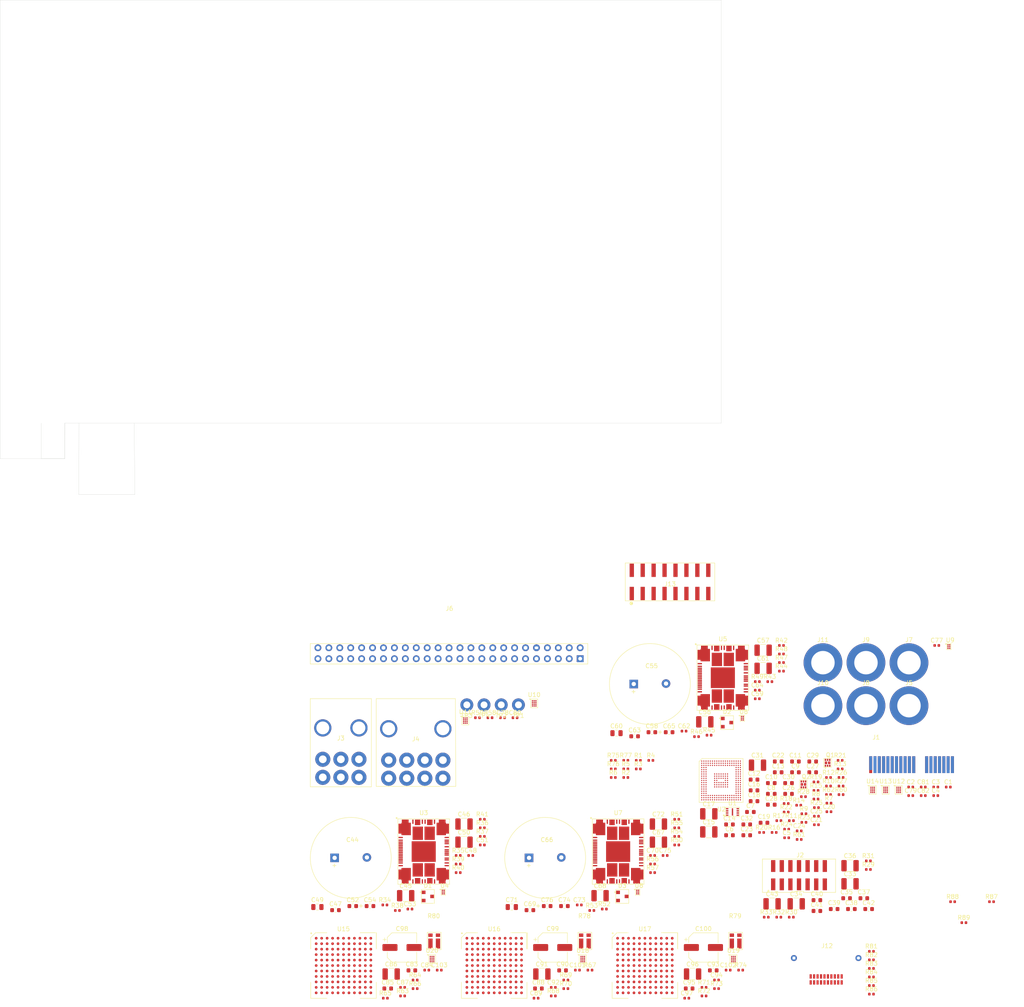
<source format=kicad_pcb>
(kicad_pcb (version 20171130) (host pcbnew "(5.1.6)-1")
  (layers (0 F.Cu signal) (31 B.Cu signal) (34 B.Paste user) (35 F.Paste user) (36 B.SilkS user) (37 F.SilkS user hide) (38 B.Mask user) (39 F.Mask user) (44 Edge.Cuts user))
  (net 0 "")
  (net 1 /PCIe/REFCLK_CAP_P)
  (net 2 /PCIe/PER0_CAP_P)
  (net 3 /PCIe/REFCLK_CAP_N)
  (net 4 /PCIe/PER0_CAP_N)
  (net 5 GND)
  (net 6 +3V3)
  (net 7 /FPGA/FPGA_IO/EEPROM_IO1)
  (net 8 /FPGA/FPGA_IO/EEPROM_IO3)
  (net 9 /FPGA/FPGA_IO/EEPROM_IO0)
  (net 10 /FPGA/FPGA_IO/EEPROM_~CS)
  (net 11 "Net-(R7-Pad1)")
  (net 12 /FPGA/FPGA_IO/EEPROM_IO2)
  (net 13 "Net-(R8-Pad1)")
  (net 14 "Net-(R9-Pad1)")
  (net 15 "Net-(R10-Pad1)")
  (net 16 "Net-(R11-Pad1)")
  (net 17 "Net-(R12-Pad1)")
  (net 18 /FPGA/FPGA_IO/CCLK)
  (net 19 /FPGA/FPGA_IO/MGTAVTT)
  (net 20 /FPGA/FPGA_IO/MGTAVCC)
  (net 21 "Net-(J2-Pad14)")
  (net 22 "Net-(J2-Pad12)")
  (net 23 /FPGA/FPGA_Power_Ground_Config/TDI)
  (net 24 /FPGA/FPGA_Power_Ground_Config/TDO)
  (net 25 /FPGA/FPGA_Power_Ground_Config/TCK)
  (net 26 /FPGA/FPGA_Power_Ground_Config/TMS)
  (net 27 "Net-(R13-Pad1)")
  (net 28 "Net-(R14-Pad1)")
  (net 29 GNDA)
  (net 30 "Net-(R16-Pad1)")
  (net 31 "Net-(U3-Pad64)")
  (net 32 "Net-(J3-Pad1)")
  (net 33 "Net-(U5-Pad64)")
  (net 34 "Net-(C47-Pad1)")
  (net 35 "Net-(C49-Pad1)")
  (net 36 "Net-(C52-Pad1)")
  (net 37 "Net-(R39-Pad1)")
  (net 38 "Net-(C60-Pad1)")
  (net 39 "Net-(C60-Pad2)")
  (net 40 "Net-(C61-Pad2)")
  (net 41 "Net-(C61-Pad1)")
  (net 42 "Net-(C63-Pad1)")
  (net 43 "Net-(C64-Pad1)")
  (net 44 "Net-(Q1-Pad1)")
  (net 45 "Net-(Q1-Pad4)")
  (net 46 /REFCLK_P)
  (net 47 /PER_P)
  (net 48 /REFCLK_N)
  (net 49 /PER_N)
  (net 50 /VCCAUX)
  (net 51 /VCC_BRAM)
  (net 52 /VCCINT)
  (net 53 /X_AXIS_SDO)
  (net 54 /X_AXIS_~FLAG)
  (net 55 /X_AXIS_~BUSY~_SYNC)
  (net 56 /Y_AXIS_SDO)
  (net 57 /Y_AXIS_~FLAG)
  (net 58 /Y_AXIS_~BUSY~_SYNC)
  (net 59 /Z_AXIS_SDO)
  (net 60 /X_AXIS_SDI)
  (net 61 /X_AXIS_~CS)
  (net 62 /X_AXIS_CK)
  (net 63 /Y_AXIS_SDI)
  (net 64 /Y_AXIS_~CS)
  (net 65 /Y_AXIS_CK)
  (net 66 /Z_AXIS_SDI)
  (net 67 /Z_AXIS_~CS)
  (net 68 /Z_AXIS_CK)
  (net 69 /X_AXIS_OSCIN)
  (net 70 /Y_AXIS_OSCIN)
  (net 71 "Net-(Q2-Pad1)")
  (net 72 /Z_AXIS_STCK)
  (net 73 /Y_AXIS_STCK)
  (net 74 /X_AXIS_~STBY_RESET)
  (net 75 /Y_AXIS_~STBY_RESET)
  (net 76 /Z_AXIS_~STBY_RESET)
  (net 77 /Z_AXIS_~BUSY~_SYNC)
  (net 78 /Z_AXIS_~FLAG)
  (net 79 /X_AXIS_STCK)
  (net 80 /PET_P)
  (net 81 /PET_N)
  (net 82 /X_AXIS_CLK)
  (net 83 /SW)
  (net 84 /X_AXIS_~STB_RESET)
  (net 85 /Y_AXIS_CLK)
  (net 86 /Y_AXIS_~STB_RESET)
  (net 87 /Z_AXIS_CLK)
  (net 88 /SMCLK)
  (net 89 /SMDAT)
  (net 90 /~PERST)
  (net 91 "Net-(Q2-Pad4)")
  (net 92 /Z_AXIS_OSCIN)
  (net 93 /Z_AXIS_~STB_RESET)
  (net 94 "Net-(J1-PadA8)")
  (net 95 "Net-(J1-PadA7)")
  (net 96 "Net-(J1-PadA6)")
  (net 97 "Net-(J1-PadA5)")
  (net 98 "Net-(J1-PadA1)")
  (net 99 "Net-(J1-PadB12)")
  (net 100 "Net-(J1-PadB11)")
  (net 101 "Net-(J1-PadB9)")
  (net 102 "Net-(C49-Pad2)")
  (net 103 "Net-(C50-Pad1)")
  (net 104 "Net-(C50-Pad2)")
  (net 105 "Net-(C53-Pad1)")
  (net 106 "Net-(C58-Pad1)")
  (net 107 "Net-(C69-Pad1)")
  (net 108 "Net-(C71-Pad2)")
  (net 109 "Net-(C71-Pad1)")
  (net 110 "Net-(C72-Pad1)")
  (net 111 "Net-(C72-Pad2)")
  (net 112 "Net-(C74-Pad1)")
  (net 113 "Net-(C75-Pad1)")
  (net 114 "Net-(J4-Pad1)")
  (net 115 "Net-(Q1-Pad8)")
  (net 116 "Net-(Q1-Pad5)")
  (net 117 "Net-(Q1-Pad3)")
  (net 118 /TMP_SCL)
  (net 119 /TMP_SDA)
  (net 120 /TMP_~ALERT)
  (net 121 "Net-(R15-Pad1)")
  (net 122 "Net-(R17-Pad1)")
  (net 123 "Net-(R18-Pad1)")
  (net 124 "Net-(R19-Pad1)")
  (net 125 "Net-(R20-Pad1)")
  (net 126 "Net-(R21-Pad1)")
  (net 127 "Net-(R28-Pad2)")
  (net 128 "Net-(R32-Pad2)")
  (net 129 "Net-(R47-Pad1)")
  (net 130 "Net-(U1-Pad9)")
  (net 131 "Net-(U2-PadT2)")
  (net 132 "Net-(U2-PadM3)")
  (net 133 "Net-(U2-PadN3)")
  (net 134 "Net-(U2-PadP3)")
  (net 135 "Net-(U2-PadR3)")
  (net 136 "Net-(U2-PadU16)")
  (net 137 "Net-(U2-PadU15)")
  (net 138 "Net-(U2-PadU14)")
  (net 139 "Net-(U2-PadU9)")
  (net 140 "Net-(U2-PadU8)")
  (net 141 "Net-(U2-PadU7)")
  (net 142 "Net-(U2-PadU6)")
  (net 143 "Net-(U2-PadU5)")
  (net 144 "Net-(U2-PadV6)")
  (net 145 "Net-(U2-PadV7)")
  (net 146 "Net-(U2-PadV9)")
  (net 147 "Net-(U2-PadV14)")
  (net 148 "Net-(U2-PadV17)")
  (net 149 "Net-(U2-PadW16)")
  (net 150 "Net-(U2-PadW15)")
  (net 151 "Net-(U2-PadW14)")
  (net 152 "Net-(U2-PadW9)")
  (net 153 "Net-(U2-PadW8)")
  (net 154 "Net-(U2-PadW7)")
  (net 155 "Net-(U2-PadW6)")
  (net 156 "Net-(U2-PadW5)")
  (net 157 "Net-(U2-PadU1)")
  (net 158 "Net-(U2-PadT1)")
  (net 159 "Net-(U2-PadR1)")
  (net 160 "Net-(U2-PadP1)")
  (net 161 "Net-(U2-PadC13)")
  (net 162 "Net-(U2-PadC12)")
  (net 163 "Net-(U2-PadB17)")
  (net 164 "Net-(U2-PadB13)")
  (net 165 "Net-(U2-PadB12)")
  (net 166 "Net-(U2-PadB11)")
  (net 167 "Net-(U2-PadB10)")
  (net 168 "Net-(U2-PadB6)")
  (net 169 "Net-(U2-PadB2)")
  (net 170 "Net-(U2-PadA12)")
  (net 171 "Net-(U2-PadA11)")
  (net 172 "Net-(U2-PadA10)")
  (net 173 "Net-(U2-PadA6)")
  (net 174 "Net-(U2-PadA2)")
  (net 175 "Net-(U7-Pad64)")
  (net 176 "Net-(J6-Pad50)")
  (net 177 "Net-(J6-Pad49)")
  (net 178 /Z_AXIS_OUTB2)
  (net 179 /Z_AXIS_OUTA2)
  (net 180 /Z_AXIS_OUTB1)
  (net 181 /Z_AXIS_OUTA1)
  (net 182 /Y_AXIS_OUTB2)
  (net 183 /Y_AXIS_OUTA2)
  (net 184 /Y_AXIS_OUTB1)
  (net 185 /Y_AXIS_OUTA1)
  (net 186 /X_AXIS_OUTB2)
  (net 187 /X_AXIS_OUTA2)
  (net 188 /X_AXIS_OUTB1)
  (net 189 /X_AXIS_OUTA1)
  (net 190 "Net-(J3-Pad4)")
  (net 191 /+12V_AUX_SCL)
  (net 192 /+12V_AUX_SDA)
  (net 193 /+12V_AUX_~ALERT)
  (net 194 "Net-(R22-Pad1)")
  (net 195 "Net-(R23-Pad1)")
  (net 196 "Net-(R24-Pad1)")
  (net 197 "Net-(R30-Pad1)")
  (net 198 "Net-(R31-Pad2)")
  (net 199 "Net-(R33-Pad2)")
  (net 200 "Net-(R34-Pad1)")
  (net 201 "Net-(R35-Pad2)")
  (net 202 "Net-(R37-Pad2)")
  (net 203 "Net-(R42-Pad1)")
  (net 204 "Net-(R43-Pad2)")
  (net 205 "Net-(R45-Pad2)")
  (net 206 "Net-(R50-Pad1)")
  (net 207 "Net-(R51-Pad2)")
  (net 208 "Net-(R53-Pad2)")
  (net 209 "Net-(R55-Pad1)")
  (net 210 "Net-(U10-PadD3)")
  (net 211 "Net-(U10-PadD2)")
  (net 212 "Net-(U10-PadC2)")
  (net 213 "Net-(U10-PadB2)")
  (net 214 "Net-(U11-PadD3)")
  (net 215 "Net-(U11-PadD2)")
  (net 216 "Net-(U11-PadC2)")
  (net 217 "Net-(U11-PadB2)")
  (net 218 "Net-(U12-PadD3)")
  (net 219 "Net-(U12-PadD2)")
  (net 220 "Net-(U12-PadC2)")
  (net 221 "Net-(U12-PadB2)")
  (net 222 /PCIe/+3.3V_Bus_Conn)
  (net 223 /PCIe/+12V_Bus_Conn)
  (net 224 /PCIe/+3.3VAux_Bus_Conn)
  (net 225 /POWER_MON_~ALERT)
  (net 226 /POWER_MON_SCL)
  (net 227 /POWER_MON_SDA)
  (net 228 "Net-(U13-PadD3)")
  (net 229 "Net-(U13-PadD2)")
  (net 230 "Net-(U13-PadC2)")
  (net 231 "Net-(U13-PadB2)")
  (net 232 "Net-(U14-PadD3)")
  (net 233 "Net-(U14-PadD2)")
  (net 234 "Net-(U14-PadC2)")
  (net 235 "Net-(U14-PadB2)")
  (net 236 /X_AXIS_VS)
  (net 237 /Y_AXIS_VS)
  (net 238 /Z_AXIS_VS)
  (net 239 /+12V_AUX1)
  (net 240 /+12V_AUX2_SENSE1)
  (net 241 /+12V_AUX2_SENSE0)
  (net 242 "Net-(U15-PadD1)")
  (net 243 "Net-(C87-Pad1)")
  (net 244 /+12V_AUX2)
  (net 245 "Net-(C92-Pad1)")
  (net 246 "Net-(C97-Pad1)")
  (net 247 "Net-(R60-Pad2)")
  (net 248 /DC_DC_X_AXIS_SYNC)
  (net 249 "Net-(R61-Pad2)")
  (net 250 /DC_DC_Y_AXIS_SYNC)
  (net 251 "Net-(R62-Pad2)")
  (net 252 /DC_DC_Z_AXIS_SYNC)
  (net 253 "Net-(R63-Pad1)")
  (net 254 "Net-(R64-Pad2)")
  (net 255 "Net-(R64-Pad1)")
  (net 256 "Net-(R65-Pad2)")
  (net 257 "Net-(R67-Pad1)")
  (net 258 "Net-(R68-Pad2)")
  (net 259 "Net-(R68-Pad1)")
  (net 260 "Net-(R69-Pad2)")
  (net 261 "Net-(R71-Pad1)")
  (net 262 "Net-(R72-Pad2)")
  (net 263 "Net-(R72-Pad1)")
  (net 264 "Net-(R73-Pad2)")
  (net 265 /DC_DC_Y_AXIS_ENABLE)
  (net 266 /DC_DC_Z_AXIS_ENABLE)
  (net 267 /DC_DC_X_AXIS_ENABLE)
  (net 268 "Net-(U16-PadD1)")
  (net 269 "Net-(U17-PadD1)")
  (net 270 "Net-(U15-PadL3)")
  (net 271 "Net-(U15-PadL2)")
  (net 272 "Net-(U15-PadK2)")
  (net 273 "Net-(U15-PadJ2)")
  (net 274 "Net-(U15-PadG1)")
  (net 275 "Net-(U16-PadL3)")
  (net 276 "Net-(U16-PadL2)")
  (net 277 "Net-(U16-PadK2)")
  (net 278 "Net-(U16-PadJ2)")
  (net 279 "Net-(U16-PadG1)")
  (net 280 "Net-(U17-PadL3)")
  (net 281 "Net-(U17-PadL2)")
  (net 282 "Net-(U17-PadK2)")
  (net 283 "Net-(U17-PadJ2)")
  (net 284 "Net-(U17-PadG1)")
  (net 285 "Net-(C83-Pad1)")
  (net 286 "Net-(C88-Pad1)")
  (net 287 "Net-(C93-Pad1)")
  (net 288 /POWER_SCL)
  (net 289 /POWER_SDA)
  (net 290 /POWER_~ALERT)
  (net 291 "Net-(R78-Pad4)")
  (net 292 "Net-(R78-Pad1)")
  (net 293 "Net-(R79-Pad4)")
  (net 294 "Net-(R79-Pad1)")
  (net 295 "Net-(R80-Pad4)")
  (net 296 "Net-(R80-Pad1)")
  (net 297 "Net-(U18-PadC2)")
  (net 298 "Net-(U18-PadB2)")
  (net 299 "Net-(U19-PadC2)")
  (net 300 "Net-(U19-PadB2)")
  (net 301 "Net-(U20-PadC2)")
  (net 302 "Net-(U20-PadB2)")
  (net 303 /Z_ENDSTOP_1)
  (net 304 /Z_ENDSTOP_0)
  (net 305 /Y_ENDSTOP_1)
  (net 306 /Y_ENDSTOP_0)
  (net 307 /X_ENDSTOP_1)
  (net 308 /X_ENDSTOP_0)
  (net 309 "Net-(J12-Pad4)")
  (net 310 "Net-(J12-Pad3)")
  (net 311 "Net-(J12-Pad2)")
  (net 312 "Net-(R87-Pad2)")
  (net 313 /FP_GPIO_6)
  (net 314 /FP_GPIO_7)
  (net 315 /FP_GPIO_4)
  (net 316 /FP_GPIO_5)
  (net 317 /FP_GPIO_2)
  (net 318 /FP_GPIO_3)
  (net 319 /FP_GPIO_0)
  (net 320 /FP_GPIO_1)
  (net 321 "Net-(J13-Pad16)")
  (net 322 "Net-(J13-Pad15)")
  (net 323 "Net-(J13-Pad14)")
  (net 324 "Net-(J13-Pad13)")
  (net 325 "Net-(J13-Pad12)")
  (net 326 "Net-(J13-Pad11)")
  (net 327 "Net-(J13-Pad10)")
  (net 328 "Net-(J13-Pad9)")
  (net 329 "Net-(J13-Pad8)")
  (net 330 "Net-(J13-Pad7)")
  (net 331 "Net-(J13-Pad6)")
  (net 332 "Net-(J13-Pad5)")
  (net 333 "Net-(J13-Pad4)")
  (net 334 "Net-(J13-Pad3)")
  (net 335 "Net-(J13-Pad2)")
  (net 336 "Net-(J13-Pad1)")
  (net 337 "Net-(U2-PadT3)")
  (module Connectors:61031621121 (layer F.Cu) (at 155.72 36.9)
    (fp_text reference J13 (at 0 0.5) (layer F.SilkS))
    (fp_text value swr1000000001795)
    (pad 16 smd rect (at 8.89 -2.7) (size 1 3.1) (layers F.Cu F.Paste F.Mask) (net 321 "Net-(J13-Pad16)"))
    (pad 15 smd rect (at 8.89 2.7) (size 1 3.1) (layers F.Cu F.Paste F.Mask) (net 322 "Net-(J13-Pad15)"))
    (pad 14 smd rect (at 6.35 -2.7) (size 1 3.1) (layers F.Cu F.Paste F.Mask) (net 323 "Net-(J13-Pad14)"))
    (pad 13 smd rect (at 6.35 2.7) (size 1 3.1) (layers F.Cu F.Paste F.Mask) (net 324 "Net-(J13-Pad13)"))
    (pad 12 smd rect (at 3.81 -2.7) (size 1 3.1) (layers F.Cu F.Paste F.Mask) (net 325 "Net-(J13-Pad12)"))
    (pad 11 smd rect (at 3.81 2.7) (size 1 3.1) (layers F.Cu F.Paste F.Mask) (net 326 "Net-(J13-Pad11)"))
    (pad 10 smd rect (at 1.27 -2.7) (size 1 3.1) (layers F.Cu F.Paste F.Mask) (net 327 "Net-(J13-Pad10)"))
    (pad 9 smd rect (at 1.27 2.7) (size 1 3.1) (layers F.Cu F.Paste F.Mask) (net 328 "Net-(J13-Pad9)"))
    (pad 8 smd rect (at -1.27 -2.7) (size 1 3.1) (layers F.Cu F.Paste F.Mask) (net 329 "Net-(J13-Pad8)"))
    (pad 7 smd rect (at -1.27 2.7) (size 1 3.1) (layers F.Cu F.Paste F.Mask) (net 330 "Net-(J13-Pad7)"))
    (pad 6 smd rect (at -3.81 -2.7) (size 1 3.1) (layers F.Cu F.Paste F.Mask) (net 331 "Net-(J13-Pad6)"))
    (pad 5 smd rect (at -3.81 2.7) (size 1 3.1) (layers F.Cu F.Paste F.Mask) (net 332 "Net-(J13-Pad5)"))
    (pad 4 smd rect (at -6.35 -2.7) (size 1 3.1) (layers F.Cu F.Paste F.Mask) (net 333 "Net-(J13-Pad4)"))
    (pad 3 smd rect (at -6.35 2.7) (size 1 3.1) (layers F.Cu F.Paste F.Mask) (net 334 "Net-(J13-Pad3)"))
    (pad 2 smd rect (at -8.89 -2.7) (size 1 3.1) (layers F.Cu F.Paste F.Mask) (net 335 "Net-(J13-Pad2)"))
    (pad 1 smd rect (at -8.89 2.7) (size 1 3.1) (layers F.Cu F.Paste F.Mask) (net 336 "Net-(J13-Pad1)"))
  )
  (module Resistors:R_0402_1005Metric (layer F.Cu) (at 224.025 116.15)
    (fp_text reference R89 (at 0 -1.17) (layer F.SilkS))
    (fp_text value swr1000000001400)
    (pad 2 smd roundrect (at 0.485 0) (size 0.59 0.64) (layers F.Cu F.Paste F.Mask) (net 309 "Net-(J12-Pad4)"))
    (pad 1 smd roundrect (at -0.485 0) (size 0.59 0.64) (layers F.Cu F.Paste F.Mask) (net 6 +3V3))
  )
  (module Resistors:R_0402_1005Metric (layer F.Cu) (at 221.41 111.28)
    (fp_text reference R88 (at 0 -1.17) (layer F.SilkS))
    (fp_text value swr1000000001400)
    (pad 2 smd roundrect (at 0.485 0) (size 0.59 0.64) (layers F.Cu F.Paste F.Mask) (net 310 "Net-(J12-Pad3)"))
    (pad 1 smd roundrect (at -0.485 0) (size 0.59 0.64) (layers F.Cu F.Paste F.Mask) (net 6 +3V3))
  )
  (module Resistors:R_0402_1005Metric (layer F.Cu) (at 230.45 111.28)
    (fp_text reference R87 (at 0 -1.17) (layer F.SilkS))
    (fp_text value swr1000000001400)
    (pad 2 smd roundrect (at 0.485 0) (size 0.59 0.64) (layers F.Cu F.Paste F.Mask) (net 312 "Net-(R87-Pad2)"))
    (pad 1 smd roundrect (at -0.485 0) (size 0.59 0.64) (layers F.Cu F.Paste F.Mask) (net 83 /SW))
  )
  (module Resistors:R_0402_1005Metric (layer F.Cu) (at 202.535 132.765)
    (fp_text reference R86 (at 0 -1.17) (layer F.SilkS))
    (fp_text value swr1000000001169)
    (pad 2 smd roundrect (at 0.485 0) (size 0.59 0.64) (layers F.Cu F.Paste F.Mask) (net 307 /X_ENDSTOP_1))
    (pad 1 smd roundrect (at -0.485 0) (size 0.59 0.64) (layers F.Cu F.Paste F.Mask) (net 6 +3V3))
  )
  (module Resistors:R_0402_1005Metric (layer F.Cu) (at 202.535 130.775)
    (fp_text reference R85 (at 0 -1.17) (layer F.SilkS))
    (fp_text value swr1000000001169)
    (pad 2 smd roundrect (at 0.485 0) (size 0.59 0.64) (layers F.Cu F.Paste F.Mask) (net 305 /Y_ENDSTOP_1))
    (pad 1 smd roundrect (at -0.485 0) (size 0.59 0.64) (layers F.Cu F.Paste F.Mask) (net 6 +3V3))
  )
  (module Resistors:R_0402_1005Metric (layer F.Cu) (at 202.535 128.785)
    (fp_text reference R84 (at 0 -1.17) (layer F.SilkS))
    (fp_text value swr1000000001169)
    (pad 2 smd roundrect (at 0.485 0) (size 0.59 0.64) (layers F.Cu F.Paste F.Mask) (net 303 /Z_ENDSTOP_1))
    (pad 1 smd roundrect (at -0.485 0) (size 0.59 0.64) (layers F.Cu F.Paste F.Mask) (net 6 +3V3))
  )
  (module Resistors:R_0402_1005Metric (layer F.Cu) (at 202.535 126.795)
    (fp_text reference R83 (at 0 -1.17) (layer F.SilkS))
    (fp_text value swr1000000001169)
    (pad 2 smd roundrect (at 0.485 0) (size 0.59 0.64) (layers F.Cu F.Paste F.Mask) (net 304 /Z_ENDSTOP_0))
    (pad 1 smd roundrect (at -0.485 0) (size 0.59 0.64) (layers F.Cu F.Paste F.Mask) (net 6 +3V3))
  )
  (module Resistors:R_0402_1005Metric (layer F.Cu) (at 202.535 124.805)
    (fp_text reference R82 (at 0 -1.17) (layer F.SilkS))
    (fp_text value swr1000000001169)
    (pad 2 smd roundrect (at 0.485 0) (size 0.59 0.64) (layers F.Cu F.Paste F.Mask) (net 306 /Y_ENDSTOP_0))
    (pad 1 smd roundrect (at -0.485 0) (size 0.59 0.64) (layers F.Cu F.Paste F.Mask) (net 6 +3V3))
  )
  (module Resistors:R_0402_1005Metric (layer F.Cu) (at 202.535 122.815)
    (fp_text reference R81 (at 0 -1.17) (layer F.SilkS))
    (fp_text value swr1000000001169)
    (pad 2 smd roundrect (at 0.485 0) (size 0.59 0.64) (layers F.Cu F.Paste F.Mask) (net 308 /X_ENDSTOP_0))
    (pad 1 smd roundrect (at -0.485 0) (size 0.59 0.64) (layers F.Cu F.Paste F.Mask) (net 6 +3V3))
  )
  (module Connectors:TEM-110-02-DH1-F-D-A (layer F.Cu) (at 192.02 129.35)
    (fp_text reference J12 (at 0.2 -7.8) (layer F.SilkS))
    (fp_text value swr1000000001794)
    (pad "" thru_hole circle (at -7.5 -4.97) (size 1.41 1.41) (drill 0.71) (layers *.Cu *.Mask))
    (pad "" thru_hole circle (at 7.5 -4.97) (size 1.41 1.41) (drill 0.71) (layers *.Cu *.Mask))
    (pad "" np_thru_hole circle (at -6.5 0.24) (size 1.4 1.4) (drill 1.4) (layers *.Cu *.Mask))
    (pad "" np_thru_hole circle (at 6.5 0.24) (size 1.4 1.4) (drill 1.4) (layers *.Cu *.Mask))
    (pad 20 smd rect (at -3.6 0.6975) (size 0.51 1.015) (layers F.Cu F.Paste F.Mask) (net 5 GND))
    (pad 19 smd rect (at -3.6 -0.6975) (size 0.51 1.015) (layers F.Cu F.Paste F.Mask) (net 5 GND))
    (pad 18 smd rect (at -2.8 0.6975) (size 0.51 1.015) (layers F.Cu F.Paste F.Mask) (net 313 /FP_GPIO_6))
    (pad 17 smd rect (at -2.8 -0.6975) (size 0.51 1.015) (layers F.Cu F.Paste F.Mask) (net 314 /FP_GPIO_7))
    (pad 16 smd rect (at -2 0.6975) (size 0.51 1.015) (layers F.Cu F.Paste F.Mask) (net 315 /FP_GPIO_4))
    (pad 15 smd rect (at -2 -0.6975) (size 0.51 1.015) (layers F.Cu F.Paste F.Mask) (net 316 /FP_GPIO_5))
    (pad 14 smd rect (at -1.2 0.6975) (size 0.51 1.015) (layers F.Cu F.Paste F.Mask) (net 317 /FP_GPIO_2))
    (pad 13 smd rect (at -1.2 -0.6975) (size 0.51 1.015) (layers F.Cu F.Paste F.Mask) (net 318 /FP_GPIO_3))
    (pad 12 smd rect (at -0.4 0.6975) (size 0.51 1.015) (layers F.Cu F.Paste F.Mask) (net 319 /FP_GPIO_0))
    (pad 11 smd rect (at -0.4 -0.6975) (size 0.51 1.015) (layers F.Cu F.Paste F.Mask) (net 320 /FP_GPIO_1))
    (pad 10 smd rect (at 0.4 0.6975) (size 0.51 1.015) (layers F.Cu F.Paste F.Mask) (net 303 /Z_ENDSTOP_1))
    (pad 9 smd rect (at 0.4 -0.6975) (size 0.51 1.015) (layers F.Cu F.Paste F.Mask) (net 304 /Z_ENDSTOP_0))
    (pad 8 smd rect (at 1.2 0.6975) (size 0.51 1.015) (layers F.Cu F.Paste F.Mask) (net 305 /Y_ENDSTOP_1))
    (pad 7 smd rect (at 1.2 -0.6975) (size 0.51 1.015) (layers F.Cu F.Paste F.Mask) (net 306 /Y_ENDSTOP_0))
    (pad 6 smd rect (at 2 0.6975) (size 0.51 1.015) (layers F.Cu F.Paste F.Mask) (net 307 /X_ENDSTOP_1))
    (pad 5 smd rect (at 2 -0.6975) (size 0.51 1.015) (layers F.Cu F.Paste F.Mask) (net 308 /X_ENDSTOP_0))
    (pad 4 smd rect (at 2.8 0.6975) (size 0.51 1.015) (layers F.Cu F.Paste F.Mask) (net 309 "Net-(J12-Pad4)"))
    (pad 3 smd rect (at 2.8 -0.6975) (size 0.51 1.015) (layers F.Cu F.Paste F.Mask) (net 310 "Net-(J12-Pad3)"))
    (pad 2 smd rect (at 3.6 0.6975) (size 0.51 1.015) (layers F.Cu F.Paste F.Mask) (net 311 "Net-(J12-Pad2)"))
    (pad 1 smd rect (at 3.6 -0.6975) (size 0.51 1.015) (layers F.Cu F.Paste F.Mask) (net 83 /SW))
  )
  (module "ICs:TI_12-DSBGA_(1.65x1.39)" (layer F.Cu) (at 100.405 124.625)
    (fp_text reference U20 (at 0 -2) (layer F.SilkS))
    (fp_text value swr1000000001787)
    (pad D3 smd circle (at 0.4 0.6) (size 0.325 0.325) (layers F.Cu F.Mask) (net 296 "Net-(R80-Pad1)"))
    (pad D2 smd circle (at 0 0.6) (size 0.325 0.325) (layers F.Cu F.Mask) (net 295 "Net-(R80-Pad4)"))
    (pad D1 smd circle (at -0.4 0.6) (size 0.325 0.325) (layers F.Cu F.Mask) (net 239 /+12V_AUX1))
    (pad C3 smd circle (at 0.4 0.2) (size 0.325 0.325) (layers F.Cu F.Mask) (net 5 GND))
    (pad C2 smd circle (at 0 0.2) (size 0.325 0.325) (layers F.Cu F.Mask) (net 301 "Net-(U20-PadC2)"))
    (pad C1 smd circle (at -0.4 0.2) (size 0.325 0.325) (layers F.Cu F.Mask) (net 5 GND))
    (pad B3 smd circle (at 0.4 -0.2) (size 0.325 0.325) (layers F.Cu F.Mask) (net 5 GND))
    (pad B2 smd circle (at 0 -0.2) (size 0.325 0.325) (layers F.Cu F.Mask) (net 302 "Net-(U20-PadB2)"))
    (pad A1 smd circle (at -0.4 -0.6) (size 0.325 0.325) (layers F.Cu F.Mask) (net 288 /POWER_SCL))
    (pad A2 smd circle (at 0 -0.6) (size 0.325 0.325) (layers F.Cu F.Mask) (net 289 /POWER_SDA))
    (pad A3 smd circle (at 0.4 -0.6) (size 0.325 0.325) (layers F.Cu F.Mask) (net 290 /POWER_~ALERT))
    (pad B1 smd circle (at -0.4 -0.2) (size 0.325 0.325) (layers F.Cu F.Mask) (net 6 +3V3))
  )
  (module "ICs:TI_12-DSBGA_(1.65x1.39)" (layer F.Cu) (at 170.465 124.625)
    (fp_text reference U19 (at 0 -2) (layer F.SilkS))
    (fp_text value swr1000000001787)
    (pad D3 smd circle (at 0.4 0.6) (size 0.325 0.325) (layers F.Cu F.Mask) (net 294 "Net-(R79-Pad1)"))
    (pad D2 smd circle (at 0 0.6) (size 0.325 0.325) (layers F.Cu F.Mask) (net 293 "Net-(R79-Pad4)"))
    (pad D1 smd circle (at -0.4 0.6) (size 0.325 0.325) (layers F.Cu F.Mask) (net 244 /+12V_AUX2))
    (pad C3 smd circle (at 0.4 0.2) (size 0.325 0.325) (layers F.Cu F.Mask) (net 5 GND))
    (pad C2 smd circle (at 0 0.2) (size 0.325 0.325) (layers F.Cu F.Mask) (net 299 "Net-(U19-PadC2)"))
    (pad C1 smd circle (at -0.4 0.2) (size 0.325 0.325) (layers F.Cu F.Mask) (net 5 GND))
    (pad B3 smd circle (at 0.4 -0.2) (size 0.325 0.325) (layers F.Cu F.Mask) (net 6 +3V3))
    (pad B2 smd circle (at 0 -0.2) (size 0.325 0.325) (layers F.Cu F.Mask) (net 300 "Net-(U19-PadB2)"))
    (pad A1 smd circle (at -0.4 -0.6) (size 0.325 0.325) (layers F.Cu F.Mask) (net 288 /POWER_SCL))
    (pad A2 smd circle (at 0 -0.6) (size 0.325 0.325) (layers F.Cu F.Mask) (net 289 /POWER_SDA))
    (pad A3 smd circle (at 0.4 -0.6) (size 0.325 0.325) (layers F.Cu F.Mask) (net 290 /POWER_~ALERT))
    (pad B1 smd circle (at -0.4 -0.2) (size 0.325 0.325) (layers F.Cu F.Mask) (net 6 +3V3))
  )
  (module "ICs:TI_12-DSBGA_(1.65x1.39)" (layer F.Cu) (at 135.435 124.625)
    (fp_text reference U18 (at 0 -2) (layer F.SilkS))
    (fp_text value swr1000000001787)
    (pad D3 smd circle (at 0.4 0.6) (size 0.325 0.325) (layers F.Cu F.Mask) (net 292 "Net-(R78-Pad1)"))
    (pad D2 smd circle (at 0 0.6) (size 0.325 0.325) (layers F.Cu F.Mask) (net 291 "Net-(R78-Pad4)"))
    (pad D1 smd circle (at -0.4 0.6) (size 0.325 0.325) (layers F.Cu F.Mask) (net 244 /+12V_AUX2))
    (pad C3 smd circle (at 0.4 0.2) (size 0.325 0.325) (layers F.Cu F.Mask) (net 6 +3V3))
    (pad C2 smd circle (at 0 0.2) (size 0.325 0.325) (layers F.Cu F.Mask) (net 297 "Net-(U18-PadC2)"))
    (pad C1 smd circle (at -0.4 0.2) (size 0.325 0.325) (layers F.Cu F.Mask) (net 5 GND))
    (pad B3 smd circle (at 0.4 -0.2) (size 0.325 0.325) (layers F.Cu F.Mask) (net 6 +3V3))
    (pad B2 smd circle (at 0 -0.2) (size 0.325 0.325) (layers F.Cu F.Mask) (net 298 "Net-(U18-PadB2)"))
    (pad A1 smd circle (at -0.4 -0.6) (size 0.325 0.325) (layers F.Cu F.Mask) (net 288 /POWER_SCL))
    (pad A2 smd circle (at 0 -0.6) (size 0.325 0.325) (layers F.Cu F.Mask) (net 289 /POWER_SDA))
    (pad A3 smd circle (at 0.4 -0.6) (size 0.325 0.325) (layers F.Cu F.Mask) (net 290 /POWER_~ALERT))
    (pad B1 smd circle (at -0.4 -0.2) (size 0.325 0.325) (layers F.Cu F.Mask) (net 6 +3V3))
  )
  (module ICs:BGA-121_11x11_15.0x15.0mm (layer F.Cu) (at 149.88 126.12)
    (fp_text reference U17 (at 0 -8.5) (layer F.SilkS))
    (fp_text value swr1000000001791)
    (pad L11 smd circle (at 6.35 6.35) (size 0.635 0.635) (layers F.Cu F.Paste F.Mask) (net 287 "Net-(C93-Pad1)"))
    (pad K11 smd circle (at 6.35 5.08) (size 0.635 0.635) (layers F.Cu F.Paste F.Mask) (net 287 "Net-(C93-Pad1)"))
    (pad J11 smd circle (at 6.35 3.81) (size 0.635 0.635) (layers F.Cu F.Paste F.Mask) (net 287 "Net-(C93-Pad1)"))
    (pad H11 smd circle (at 6.35 2.54) (size 0.635 0.635) (layers F.Cu F.Paste F.Mask) (net 287 "Net-(C93-Pad1)"))
    (pad G11 smd circle (at 6.35 1.27) (size 0.635 0.635) (layers F.Cu F.Paste F.Mask) (net 287 "Net-(C93-Pad1)"))
    (pad F11 smd circle (at 6.35 0) (size 0.635 0.635) (layers F.Cu F.Paste F.Mask) (net 287 "Net-(C93-Pad1)"))
    (pad E11 smd circle (at 6.35 -1.27) (size 0.635 0.635) (layers F.Cu F.Paste F.Mask) (net 5 GND))
    (pad D11 smd circle (at 6.35 -2.54) (size 0.635 0.635) (layers F.Cu F.Paste F.Mask) (net 5 GND))
    (pad C11 smd circle (at 6.35 -3.81) (size 0.635 0.635) (layers F.Cu F.Paste F.Mask) (net 5 GND))
    (pad B11 smd circle (at 6.35 -5.08) (size 0.635 0.635) (layers F.Cu F.Paste F.Mask) (net 5 GND))
    (pad A11 smd circle (at 6.35 -6.35) (size 0.635 0.635) (layers F.Cu F.Paste F.Mask) (net 5 GND))
    (pad L10 smd circle (at 5.08 6.35) (size 0.635 0.635) (layers F.Cu F.Paste F.Mask) (net 287 "Net-(C93-Pad1)"))
    (pad K10 smd circle (at 5.08 5.08) (size 0.635 0.635) (layers F.Cu F.Paste F.Mask) (net 287 "Net-(C93-Pad1)"))
    (pad J10 smd circle (at 5.08 3.81) (size 0.635 0.635) (layers F.Cu F.Paste F.Mask) (net 287 "Net-(C93-Pad1)"))
    (pad H10 smd circle (at 5.08 2.54) (size 0.635 0.635) (layers F.Cu F.Paste F.Mask) (net 287 "Net-(C93-Pad1)"))
    (pad G10 smd circle (at 5.08 1.27) (size 0.635 0.635) (layers F.Cu F.Paste F.Mask) (net 287 "Net-(C93-Pad1)"))
    (pad F10 smd circle (at 5.08 0) (size 0.635 0.635) (layers F.Cu F.Paste F.Mask) (net 287 "Net-(C93-Pad1)"))
    (pad E10 smd circle (at 5.08 -1.27) (size 0.635 0.635) (layers F.Cu F.Paste F.Mask) (net 5 GND))
    (pad D10 smd circle (at 5.08 -2.54) (size 0.635 0.635) (layers F.Cu F.Paste F.Mask) (net 5 GND))
    (pad C10 smd circle (at 5.08 -3.81) (size 0.635 0.635) (layers F.Cu F.Paste F.Mask) (net 5 GND))
    (pad B10 smd circle (at 5.08 -5.08) (size 0.635 0.635) (layers F.Cu F.Paste F.Mask) (net 5 GND))
    (pad A10 smd circle (at 5.08 -6.35) (size 0.635 0.635) (layers F.Cu F.Paste F.Mask) (net 5 GND))
    (pad L9 smd circle (at 3.81 6.35) (size 0.635 0.635) (layers F.Cu F.Paste F.Mask) (net 294 "Net-(R79-Pad1)"))
    (pad K9 smd circle (at 3.81 5.08) (size 0.635 0.635) (layers F.Cu F.Paste F.Mask) (net 5 GND))
    (pad J9 smd circle (at 3.81 3.81) (size 0.635 0.635) (layers F.Cu F.Paste F.Mask) (net 5 GND))
    (pad H9 smd circle (at 3.81 2.54) (size 0.635 0.635) (layers F.Cu F.Paste F.Mask) (net 5 GND))
    (pad G9 smd circle (at 3.81 1.27) (size 0.635 0.635) (layers F.Cu F.Paste F.Mask) (net 5 GND))
    (pad F9 smd circle (at 3.81 0) (size 0.635 0.635) (layers F.Cu F.Paste F.Mask) (net 5 GND))
    (pad E9 smd circle (at 3.81 -1.27) (size 0.635 0.635) (layers F.Cu F.Paste F.Mask) (net 5 GND))
    (pad D9 smd circle (at 3.81 -2.54) (size 0.635 0.635) (layers F.Cu F.Paste F.Mask) (net 5 GND))
    (pad C9 smd circle (at 3.81 -3.81) (size 0.635 0.635) (layers F.Cu F.Paste F.Mask) (net 5 GND))
    (pad B9 smd circle (at 3.81 -5.08) (size 0.635 0.635) (layers F.Cu F.Paste F.Mask) (net 5 GND))
    (pad A9 smd circle (at 3.81 -6.35) (size 0.635 0.635) (layers F.Cu F.Paste F.Mask) (net 5 GND))
    (pad L8 smd circle (at 2.54 6.35) (size 0.635 0.635) (layers F.Cu F.Paste F.Mask) (net 5 GND))
    (pad K8 smd circle (at 2.54 5.08) (size 0.635 0.635) (layers F.Cu F.Paste F.Mask) (net 5 GND))
    (pad J8 smd circle (at 2.54 3.81) (size 0.635 0.635) (layers F.Cu F.Paste F.Mask) (net 5 GND))
    (pad H8 smd circle (at 2.54 2.54) (size 0.635 0.635) (layers F.Cu F.Paste F.Mask) (net 5 GND))
    (pad G8 smd circle (at 2.54 1.27) (size 0.635 0.635) (layers F.Cu F.Paste F.Mask) (net 5 GND))
    (pad F8 smd circle (at 2.54 0) (size 0.635 0.635) (layers F.Cu F.Paste F.Mask) (net 5 GND))
    (pad E8 smd circle (at 2.54 -1.27) (size 0.635 0.635) (layers F.Cu F.Paste F.Mask) (net 5 GND))
    (pad D8 smd circle (at 2.54 -2.54) (size 0.635 0.635) (layers F.Cu F.Paste F.Mask) (net 5 GND))
    (pad C8 smd circle (at 2.54 -3.81) (size 0.635 0.635) (layers F.Cu F.Paste F.Mask) (net 5 GND))
    (pad B8 smd circle (at 2.54 -5.08) (size 0.635 0.635) (layers F.Cu F.Paste F.Mask) (net 5 GND))
    (pad A8 smd circle (at 2.54 -6.35) (size 0.635 0.635) (layers F.Cu F.Paste F.Mask) (net 5 GND))
    (pad L7 smd circle (at 1.27 6.35) (size 0.635 0.635) (layers F.Cu F.Paste F.Mask) (net 5 GND))
    (pad K7 smd circle (at 1.27 5.08) (size 0.635 0.635) (layers F.Cu F.Paste F.Mask) (net 5 GND))
    (pad J7 smd circle (at 1.27 3.81) (size 0.635 0.635) (layers F.Cu F.Paste F.Mask) (net 5 GND))
    (pad H7 smd circle (at 1.27 2.54) (size 0.635 0.635) (layers F.Cu F.Paste F.Mask) (net 5 GND))
    (pad G7 smd circle (at 1.27 1.27) (size 0.635 0.635) (layers F.Cu F.Paste F.Mask) (net 5 GND))
    (pad F7 smd circle (at 1.27 0) (size 0.635 0.635) (layers F.Cu F.Paste F.Mask) (net 5 GND))
    (pad E7 smd circle (at 1.27 -1.27) (size 0.635 0.635) (layers F.Cu F.Paste F.Mask) (net 5 GND))
    (pad D7 smd circle (at 1.27 -2.54) (size 0.635 0.635) (layers F.Cu F.Paste F.Mask) (net 5 GND))
    (pad C7 smd circle (at 1.27 -3.81) (size 0.635 0.635) (layers F.Cu F.Paste F.Mask) (net 5 GND))
    (pad B7 smd circle (at 1.27 -5.08) (size 0.635 0.635) (layers F.Cu F.Paste F.Mask) (net 5 GND))
    (pad A7 smd circle (at 1.27 -6.35) (size 0.635 0.635) (layers F.Cu F.Paste F.Mask) (net 5 GND))
    (pad L6 smd circle (at 0 6.35) (size 0.635 0.635) (layers F.Cu F.Paste F.Mask) (net 5 GND))
    (pad K6 smd circle (at 0 5.08) (size 0.635 0.635) (layers F.Cu F.Paste F.Mask) (net 5 GND))
    (pad J6 smd circle (at 0 3.81) (size 0.635 0.635) (layers F.Cu F.Paste F.Mask) (net 5 GND))
    (pad H6 smd circle (at 0 2.54) (size 0.635 0.635) (layers F.Cu F.Paste F.Mask) (net 5 GND))
    (pad G6 smd circle (at 0 1.27) (size 0.635 0.635) (layers F.Cu F.Paste F.Mask) (net 5 GND))
    (pad F6 smd circle (at 0 0) (size 0.635 0.635) (layers F.Cu F.Paste F.Mask) (net 5 GND))
    (pad E6 smd circle (at 0 -1.27) (size 0.635 0.635) (layers F.Cu F.Paste F.Mask) (net 5 GND))
    (pad D6 smd circle (at 0 -2.54) (size 0.635 0.635) (layers F.Cu F.Paste F.Mask) (net 5 GND))
    (pad C6 smd circle (at 0 -3.81) (size 0.635 0.635) (layers F.Cu F.Paste F.Mask) (net 238 /Z_AXIS_VS))
    (pad B6 smd circle (at 0 -5.08) (size 0.635 0.635) (layers F.Cu F.Paste F.Mask) (net 238 /Z_AXIS_VS))
    (pad A6 smd circle (at 0 -6.35) (size 0.635 0.635) (layers F.Cu F.Paste F.Mask) (net 238 /Z_AXIS_VS))
    (pad L5 smd circle (at -1.27 6.35) (size 0.635 0.635) (layers F.Cu F.Paste F.Mask) (net 5 GND))
    (pad K5 smd circle (at -1.27 5.08) (size 0.635 0.635) (layers F.Cu F.Paste F.Mask) (net 5 GND))
    (pad J5 smd circle (at -1.27 3.81) (size 0.635 0.635) (layers F.Cu F.Paste F.Mask) (net 5 GND))
    (pad H5 smd circle (at -1.27 2.54) (size 0.635 0.635) (layers F.Cu F.Paste F.Mask) (net 5 GND))
    (pad G5 smd circle (at -1.27 1.27) (size 0.635 0.635) (layers F.Cu F.Paste F.Mask) (net 5 GND))
    (pad F5 smd circle (at -1.27 0) (size 0.635 0.635) (layers F.Cu F.Paste F.Mask) (net 5 GND))
    (pad E5 smd circle (at -1.27 -1.27) (size 0.635 0.635) (layers F.Cu F.Paste F.Mask) (net 5 GND))
    (pad D5 smd circle (at -1.27 -2.54) (size 0.635 0.635) (layers F.Cu F.Paste F.Mask) (net 5 GND))
    (pad C5 smd circle (at -1.27 -3.81) (size 0.635 0.635) (layers F.Cu F.Paste F.Mask) (net 238 /Z_AXIS_VS))
    (pad B5 smd circle (at -1.27 -5.08) (size 0.635 0.635) (layers F.Cu F.Paste F.Mask) (net 238 /Z_AXIS_VS))
    (pad A5 smd circle (at -1.27 -6.35) (size 0.635 0.635) (layers F.Cu F.Paste F.Mask) (net 238 /Z_AXIS_VS))
    (pad L4 smd circle (at -2.54 6.35) (size 0.635 0.635) (layers F.Cu F.Paste F.Mask) (net 266 /DC_DC_Z_AXIS_ENABLE))
    (pad K4 smd circle (at -2.54 5.08) (size 0.635 0.635) (layers F.Cu F.Paste F.Mask) (net 5 GND))
    (pad J4 smd circle (at -2.54 3.81) (size 0.635 0.635) (layers F.Cu F.Paste F.Mask) (net 5 GND))
    (pad H4 smd circle (at -2.54 2.54) (size 0.635 0.635) (layers F.Cu F.Paste F.Mask) (net 5 GND))
    (pad G4 smd circle (at -2.54 1.27) (size 0.635 0.635) (layers F.Cu F.Paste F.Mask) (net 5 GND))
    (pad F4 smd circle (at -2.54 0) (size 0.635 0.635) (layers F.Cu F.Paste F.Mask) (net 5 GND))
    (pad E4 smd circle (at -2.54 -1.27) (size 0.635 0.635) (layers F.Cu F.Paste F.Mask) (net 5 GND))
    (pad D4 smd circle (at -2.54 -2.54) (size 0.635 0.635) (layers F.Cu F.Paste F.Mask) (net 5 GND))
    (pad C4 smd circle (at -2.54 -3.81) (size 0.635 0.635) (layers F.Cu F.Paste F.Mask) (net 238 /Z_AXIS_VS))
    (pad B4 smd circle (at -2.54 -5.08) (size 0.635 0.635) (layers F.Cu F.Paste F.Mask) (net 238 /Z_AXIS_VS))
    (pad A4 smd circle (at -2.54 -6.35) (size 0.635 0.635) (layers F.Cu F.Paste F.Mask) (net 238 /Z_AXIS_VS))
    (pad L3 smd circle (at -3.81 6.35) (size 0.635 0.635) (layers F.Cu F.Paste F.Mask) (net 280 "Net-(U17-PadL3)"))
    (pad K3 smd circle (at -3.81 5.08) (size 0.635 0.635) (layers F.Cu F.Paste F.Mask) (net 5 GND))
    (pad J3 smd circle (at -3.81 3.81) (size 0.635 0.635) (layers F.Cu F.Paste F.Mask) (net 5 GND))
    (pad H3 smd circle (at -3.81 2.54) (size 0.635 0.635) (layers F.Cu F.Paste F.Mask) (net 5 GND))
    (pad G3 smd circle (at -3.81 1.27) (size 0.635 0.635) (layers F.Cu F.Paste F.Mask) (net 5 GND))
    (pad F3 smd circle (at -3.81 0) (size 0.635 0.635) (layers F.Cu F.Paste F.Mask) (net 5 GND))
    (pad E3 smd circle (at -3.81 -1.27) (size 0.635 0.635) (layers F.Cu F.Paste F.Mask) (net 5 GND))
    (pad D3 smd circle (at -3.81 -2.54) (size 0.635 0.635) (layers F.Cu F.Paste F.Mask) (net 5 GND))
    (pad C3 smd circle (at -3.81 -3.81) (size 0.635 0.635) (layers F.Cu F.Paste F.Mask) (net 238 /Z_AXIS_VS))
    (pad B3 smd circle (at -3.81 -5.08) (size 0.635 0.635) (layers F.Cu F.Paste F.Mask) (net 238 /Z_AXIS_VS))
    (pad A3 smd circle (at -3.81 -6.35) (size 0.635 0.635) (layers F.Cu F.Paste F.Mask) (net 238 /Z_AXIS_VS))
    (pad L2 smd circle (at -5.08 6.35) (size 0.635 0.635) (layers F.Cu F.Paste F.Mask) (net 281 "Net-(U17-PadL2)"))
    (pad K2 smd circle (at -5.08 5.08) (size 0.635 0.635) (layers F.Cu F.Paste F.Mask) (net 282 "Net-(U17-PadK2)"))
    (pad J2 smd circle (at -5.08 3.81) (size 0.635 0.635) (layers F.Cu F.Paste F.Mask) (net 283 "Net-(U17-PadJ2)"))
    (pad H2 smd circle (at -5.08 2.54) (size 0.635 0.635) (layers F.Cu F.Paste F.Mask) (net 252 /DC_DC_Z_AXIS_SYNC))
    (pad G2 smd circle (at -5.08 1.27) (size 0.635 0.635) (layers F.Cu F.Paste F.Mask) (net 262 "Net-(R72-Pad2)"))
    (pad F2 smd circle (at -5.08 0) (size 0.635 0.635) (layers F.Cu F.Paste F.Mask) (net 5 GND))
    (pad E2 smd circle (at -5.08 -1.27) (size 0.635 0.635) (layers F.Cu F.Paste F.Mask) (net 5 GND))
    (pad D2 smd circle (at -5.08 -2.54) (size 0.635 0.635) (layers F.Cu F.Paste F.Mask) (net 5 GND))
    (pad C2 smd circle (at -5.08 -3.81) (size 0.635 0.635) (layers F.Cu F.Paste F.Mask) (net 238 /Z_AXIS_VS))
    (pad B2 smd circle (at -5.08 -5.08) (size 0.635 0.635) (layers F.Cu F.Paste F.Mask) (net 238 /Z_AXIS_VS))
    (pad A2 smd circle (at -5.08 -6.35) (size 0.635 0.635) (layers F.Cu F.Paste F.Mask) (net 238 /Z_AXIS_VS))
    (pad L1 smd circle (at -6.35 6.35) (size 0.635 0.635) (layers F.Cu F.Paste F.Mask) (net 5 GND))
    (pad K1 smd circle (at -6.35 5.08) (size 0.635 0.635) (layers F.Cu F.Paste F.Mask) (net 246 "Net-(C97-Pad1)"))
    (pad J1 smd circle (at -6.35 3.81) (size 0.635 0.635) (layers F.Cu F.Paste F.Mask) (net 264 "Net-(R73-Pad2)"))
    (pad H1 smd circle (at -6.35 2.54) (size 0.635 0.635) (layers F.Cu F.Paste F.Mask) (net 261 "Net-(R71-Pad1)"))
    (pad G1 smd circle (at -6.35 1.27) (size 0.635 0.635) (layers F.Cu F.Paste F.Mask) (net 284 "Net-(U17-PadG1)"))
    (pad F1 smd circle (at -6.35 0) (size 0.635 0.635) (layers F.Cu F.Paste F.Mask) (net 263 "Net-(R72-Pad1)"))
    (pad E1 smd circle (at -6.35 -1.27) (size 0.635 0.635) (layers F.Cu F.Paste F.Mask) (net 5 GND))
    (pad D1 smd circle (at -6.35 -2.54) (size 0.635 0.635) (layers F.Cu F.Paste F.Mask) (net 269 "Net-(U17-PadD1)"))
    (pad C1 smd circle (at -6.35 -3.81) (size 0.635 0.635) (layers F.Cu F.Paste F.Mask) (net 238 /Z_AXIS_VS))
    (pad B1 smd circle (at -6.35 -5.08) (size 0.635 0.635) (layers F.Cu F.Paste F.Mask) (net 238 /Z_AXIS_VS))
    (pad A1 smd circle (at -6.35 -6.35) (size 0.635 0.635) (layers F.Cu F.Paste F.Mask) (net 238 /Z_AXIS_VS))
  )
  (module ICs:BGA-121_11x11_15.0x15.0mm (layer F.Cu) (at 114.85 126.12)
    (fp_text reference U16 (at 0 -8.5) (layer F.SilkS))
    (fp_text value swr1000000001791)
    (pad L11 smd circle (at 6.35 6.35) (size 0.635 0.635) (layers F.Cu F.Paste F.Mask) (net 286 "Net-(C88-Pad1)"))
    (pad K11 smd circle (at 6.35 5.08) (size 0.635 0.635) (layers F.Cu F.Paste F.Mask) (net 286 "Net-(C88-Pad1)"))
    (pad J11 smd circle (at 6.35 3.81) (size 0.635 0.635) (layers F.Cu F.Paste F.Mask) (net 286 "Net-(C88-Pad1)"))
    (pad H11 smd circle (at 6.35 2.54) (size 0.635 0.635) (layers F.Cu F.Paste F.Mask) (net 286 "Net-(C88-Pad1)"))
    (pad G11 smd circle (at 6.35 1.27) (size 0.635 0.635) (layers F.Cu F.Paste F.Mask) (net 286 "Net-(C88-Pad1)"))
    (pad F11 smd circle (at 6.35 0) (size 0.635 0.635) (layers F.Cu F.Paste F.Mask) (net 286 "Net-(C88-Pad1)"))
    (pad E11 smd circle (at 6.35 -1.27) (size 0.635 0.635) (layers F.Cu F.Paste F.Mask) (net 5 GND))
    (pad D11 smd circle (at 6.35 -2.54) (size 0.635 0.635) (layers F.Cu F.Paste F.Mask) (net 5 GND))
    (pad C11 smd circle (at 6.35 -3.81) (size 0.635 0.635) (layers F.Cu F.Paste F.Mask) (net 5 GND))
    (pad B11 smd circle (at 6.35 -5.08) (size 0.635 0.635) (layers F.Cu F.Paste F.Mask) (net 5 GND))
    (pad A11 smd circle (at 6.35 -6.35) (size 0.635 0.635) (layers F.Cu F.Paste F.Mask) (net 5 GND))
    (pad L10 smd circle (at 5.08 6.35) (size 0.635 0.635) (layers F.Cu F.Paste F.Mask) (net 286 "Net-(C88-Pad1)"))
    (pad K10 smd circle (at 5.08 5.08) (size 0.635 0.635) (layers F.Cu F.Paste F.Mask) (net 286 "Net-(C88-Pad1)"))
    (pad J10 smd circle (at 5.08 3.81) (size 0.635 0.635) (layers F.Cu F.Paste F.Mask) (net 286 "Net-(C88-Pad1)"))
    (pad H10 smd circle (at 5.08 2.54) (size 0.635 0.635) (layers F.Cu F.Paste F.Mask) (net 286 "Net-(C88-Pad1)"))
    (pad G10 smd circle (at 5.08 1.27) (size 0.635 0.635) (layers F.Cu F.Paste F.Mask) (net 286 "Net-(C88-Pad1)"))
    (pad F10 smd circle (at 5.08 0) (size 0.635 0.635) (layers F.Cu F.Paste F.Mask) (net 286 "Net-(C88-Pad1)"))
    (pad E10 smd circle (at 5.08 -1.27) (size 0.635 0.635) (layers F.Cu F.Paste F.Mask) (net 5 GND))
    (pad D10 smd circle (at 5.08 -2.54) (size 0.635 0.635) (layers F.Cu F.Paste F.Mask) (net 5 GND))
    (pad C10 smd circle (at 5.08 -3.81) (size 0.635 0.635) (layers F.Cu F.Paste F.Mask) (net 5 GND))
    (pad B10 smd circle (at 5.08 -5.08) (size 0.635 0.635) (layers F.Cu F.Paste F.Mask) (net 5 GND))
    (pad A10 smd circle (at 5.08 -6.35) (size 0.635 0.635) (layers F.Cu F.Paste F.Mask) (net 5 GND))
    (pad L9 smd circle (at 3.81 6.35) (size 0.635 0.635) (layers F.Cu F.Paste F.Mask) (net 292 "Net-(R78-Pad1)"))
    (pad K9 smd circle (at 3.81 5.08) (size 0.635 0.635) (layers F.Cu F.Paste F.Mask) (net 5 GND))
    (pad J9 smd circle (at 3.81 3.81) (size 0.635 0.635) (layers F.Cu F.Paste F.Mask) (net 5 GND))
    (pad H9 smd circle (at 3.81 2.54) (size 0.635 0.635) (layers F.Cu F.Paste F.Mask) (net 5 GND))
    (pad G9 smd circle (at 3.81 1.27) (size 0.635 0.635) (layers F.Cu F.Paste F.Mask) (net 5 GND))
    (pad F9 smd circle (at 3.81 0) (size 0.635 0.635) (layers F.Cu F.Paste F.Mask) (net 5 GND))
    (pad E9 smd circle (at 3.81 -1.27) (size 0.635 0.635) (layers F.Cu F.Paste F.Mask) (net 5 GND))
    (pad D9 smd circle (at 3.81 -2.54) (size 0.635 0.635) (layers F.Cu F.Paste F.Mask) (net 5 GND))
    (pad C9 smd circle (at 3.81 -3.81) (size 0.635 0.635) (layers F.Cu F.Paste F.Mask) (net 5 GND))
    (pad B9 smd circle (at 3.81 -5.08) (size 0.635 0.635) (layers F.Cu F.Paste F.Mask) (net 5 GND))
    (pad A9 smd circle (at 3.81 -6.35) (size 0.635 0.635) (layers F.Cu F.Paste F.Mask) (net 5 GND))
    (pad L8 smd circle (at 2.54 6.35) (size 0.635 0.635) (layers F.Cu F.Paste F.Mask) (net 5 GND))
    (pad K8 smd circle (at 2.54 5.08) (size 0.635 0.635) (layers F.Cu F.Paste F.Mask) (net 5 GND))
    (pad J8 smd circle (at 2.54 3.81) (size 0.635 0.635) (layers F.Cu F.Paste F.Mask) (net 5 GND))
    (pad H8 smd circle (at 2.54 2.54) (size 0.635 0.635) (layers F.Cu F.Paste F.Mask) (net 5 GND))
    (pad G8 smd circle (at 2.54 1.27) (size 0.635 0.635) (layers F.Cu F.Paste F.Mask) (net 5 GND))
    (pad F8 smd circle (at 2.54 0) (size 0.635 0.635) (layers F.Cu F.Paste F.Mask) (net 5 GND))
    (pad E8 smd circle (at 2.54 -1.27) (size 0.635 0.635) (layers F.Cu F.Paste F.Mask) (net 5 GND))
    (pad D8 smd circle (at 2.54 -2.54) (size 0.635 0.635) (layers F.Cu F.Paste F.Mask) (net 5 GND))
    (pad C8 smd circle (at 2.54 -3.81) (size 0.635 0.635) (layers F.Cu F.Paste F.Mask) (net 5 GND))
    (pad B8 smd circle (at 2.54 -5.08) (size 0.635 0.635) (layers F.Cu F.Paste F.Mask) (net 5 GND))
    (pad A8 smd circle (at 2.54 -6.35) (size 0.635 0.635) (layers F.Cu F.Paste F.Mask) (net 5 GND))
    (pad L7 smd circle (at 1.27 6.35) (size 0.635 0.635) (layers F.Cu F.Paste F.Mask) (net 5 GND))
    (pad K7 smd circle (at 1.27 5.08) (size 0.635 0.635) (layers F.Cu F.Paste F.Mask) (net 5 GND))
    (pad J7 smd circle (at 1.27 3.81) (size 0.635 0.635) (layers F.Cu F.Paste F.Mask) (net 5 GND))
    (pad H7 smd circle (at 1.27 2.54) (size 0.635 0.635) (layers F.Cu F.Paste F.Mask) (net 5 GND))
    (pad G7 smd circle (at 1.27 1.27) (size 0.635 0.635) (layers F.Cu F.Paste F.Mask) (net 5 GND))
    (pad F7 smd circle (at 1.27 0) (size 0.635 0.635) (layers F.Cu F.Paste F.Mask) (net 5 GND))
    (pad E7 smd circle (at 1.27 -1.27) (size 0.635 0.635) (layers F.Cu F.Paste F.Mask) (net 5 GND))
    (pad D7 smd circle (at 1.27 -2.54) (size 0.635 0.635) (layers F.Cu F.Paste F.Mask) (net 5 GND))
    (pad C7 smd circle (at 1.27 -3.81) (size 0.635 0.635) (layers F.Cu F.Paste F.Mask) (net 5 GND))
    (pad B7 smd circle (at 1.27 -5.08) (size 0.635 0.635) (layers F.Cu F.Paste F.Mask) (net 5 GND))
    (pad A7 smd circle (at 1.27 -6.35) (size 0.635 0.635) (layers F.Cu F.Paste F.Mask) (net 5 GND))
    (pad L6 smd circle (at 0 6.35) (size 0.635 0.635) (layers F.Cu F.Paste F.Mask) (net 5 GND))
    (pad K6 smd circle (at 0 5.08) (size 0.635 0.635) (layers F.Cu F.Paste F.Mask) (net 5 GND))
    (pad J6 smd circle (at 0 3.81) (size 0.635 0.635) (layers F.Cu F.Paste F.Mask) (net 5 GND))
    (pad H6 smd circle (at 0 2.54) (size 0.635 0.635) (layers F.Cu F.Paste F.Mask) (net 5 GND))
    (pad G6 smd circle (at 0 1.27) (size 0.635 0.635) (layers F.Cu F.Paste F.Mask) (net 5 GND))
    (pad F6 smd circle (at 0 0) (size 0.635 0.635) (layers F.Cu F.Paste F.Mask) (net 5 GND))
    (pad E6 smd circle (at 0 -1.27) (size 0.635 0.635) (layers F.Cu F.Paste F.Mask) (net 5 GND))
    (pad D6 smd circle (at 0 -2.54) (size 0.635 0.635) (layers F.Cu F.Paste F.Mask) (net 5 GND))
    (pad C6 smd circle (at 0 -3.81) (size 0.635 0.635) (layers F.Cu F.Paste F.Mask) (net 237 /Y_AXIS_VS))
    (pad B6 smd circle (at 0 -5.08) (size 0.635 0.635) (layers F.Cu F.Paste F.Mask) (net 237 /Y_AXIS_VS))
    (pad A6 smd circle (at 0 -6.35) (size 0.635 0.635) (layers F.Cu F.Paste F.Mask) (net 237 /Y_AXIS_VS))
    (pad L5 smd circle (at -1.27 6.35) (size 0.635 0.635) (layers F.Cu F.Paste F.Mask) (net 5 GND))
    (pad K5 smd circle (at -1.27 5.08) (size 0.635 0.635) (layers F.Cu F.Paste F.Mask) (net 5 GND))
    (pad J5 smd circle (at -1.27 3.81) (size 0.635 0.635) (layers F.Cu F.Paste F.Mask) (net 5 GND))
    (pad H5 smd circle (at -1.27 2.54) (size 0.635 0.635) (layers F.Cu F.Paste F.Mask) (net 5 GND))
    (pad G5 smd circle (at -1.27 1.27) (size 0.635 0.635) (layers F.Cu F.Paste F.Mask) (net 5 GND))
    (pad F5 smd circle (at -1.27 0) (size 0.635 0.635) (layers F.Cu F.Paste F.Mask) (net 5 GND))
    (pad E5 smd circle (at -1.27 -1.27) (size 0.635 0.635) (layers F.Cu F.Paste F.Mask) (net 5 GND))
    (pad D5 smd circle (at -1.27 -2.54) (size 0.635 0.635) (layers F.Cu F.Paste F.Mask) (net 5 GND))
    (pad C5 smd circle (at -1.27 -3.81) (size 0.635 0.635) (layers F.Cu F.Paste F.Mask) (net 237 /Y_AXIS_VS))
    (pad B5 smd circle (at -1.27 -5.08) (size 0.635 0.635) (layers F.Cu F.Paste F.Mask) (net 237 /Y_AXIS_VS))
    (pad A5 smd circle (at -1.27 -6.35) (size 0.635 0.635) (layers F.Cu F.Paste F.Mask) (net 237 /Y_AXIS_VS))
    (pad L4 smd circle (at -2.54 6.35) (size 0.635 0.635) (layers F.Cu F.Paste F.Mask) (net 265 /DC_DC_Y_AXIS_ENABLE))
    (pad K4 smd circle (at -2.54 5.08) (size 0.635 0.635) (layers F.Cu F.Paste F.Mask) (net 5 GND))
    (pad J4 smd circle (at -2.54 3.81) (size 0.635 0.635) (layers F.Cu F.Paste F.Mask) (net 5 GND))
    (pad H4 smd circle (at -2.54 2.54) (size 0.635 0.635) (layers F.Cu F.Paste F.Mask) (net 5 GND))
    (pad G4 smd circle (at -2.54 1.27) (size 0.635 0.635) (layers F.Cu F.Paste F.Mask) (net 5 GND))
    (pad F4 smd circle (at -2.54 0) (size 0.635 0.635) (layers F.Cu F.Paste F.Mask) (net 5 GND))
    (pad E4 smd circle (at -2.54 -1.27) (size 0.635 0.635) (layers F.Cu F.Paste F.Mask) (net 5 GND))
    (pad D4 smd circle (at -2.54 -2.54) (size 0.635 0.635) (layers F.Cu F.Paste F.Mask) (net 5 GND))
    (pad C4 smd circle (at -2.54 -3.81) (size 0.635 0.635) (layers F.Cu F.Paste F.Mask) (net 237 /Y_AXIS_VS))
    (pad B4 smd circle (at -2.54 -5.08) (size 0.635 0.635) (layers F.Cu F.Paste F.Mask) (net 237 /Y_AXIS_VS))
    (pad A4 smd circle (at -2.54 -6.35) (size 0.635 0.635) (layers F.Cu F.Paste F.Mask) (net 237 /Y_AXIS_VS))
    (pad L3 smd circle (at -3.81 6.35) (size 0.635 0.635) (layers F.Cu F.Paste F.Mask) (net 275 "Net-(U16-PadL3)"))
    (pad K3 smd circle (at -3.81 5.08) (size 0.635 0.635) (layers F.Cu F.Paste F.Mask) (net 5 GND))
    (pad J3 smd circle (at -3.81 3.81) (size 0.635 0.635) (layers F.Cu F.Paste F.Mask) (net 5 GND))
    (pad H3 smd circle (at -3.81 2.54) (size 0.635 0.635) (layers F.Cu F.Paste F.Mask) (net 5 GND))
    (pad G3 smd circle (at -3.81 1.27) (size 0.635 0.635) (layers F.Cu F.Paste F.Mask) (net 5 GND))
    (pad F3 smd circle (at -3.81 0) (size 0.635 0.635) (layers F.Cu F.Paste F.Mask) (net 5 GND))
    (pad E3 smd circle (at -3.81 -1.27) (size 0.635 0.635) (layers F.Cu F.Paste F.Mask) (net 5 GND))
    (pad D3 smd circle (at -3.81 -2.54) (size 0.635 0.635) (layers F.Cu F.Paste F.Mask) (net 5 GND))
    (pad C3 smd circle (at -3.81 -3.81) (size 0.635 0.635) (layers F.Cu F.Paste F.Mask) (net 237 /Y_AXIS_VS))
    (pad B3 smd circle (at -3.81 -5.08) (size 0.635 0.635) (layers F.Cu F.Paste F.Mask) (net 237 /Y_AXIS_VS))
    (pad A3 smd circle (at -3.81 -6.35) (size 0.635 0.635) (layers F.Cu F.Paste F.Mask) (net 237 /Y_AXIS_VS))
    (pad L2 smd circle (at -5.08 6.35) (size 0.635 0.635) (layers F.Cu F.Paste F.Mask) (net 276 "Net-(U16-PadL2)"))
    (pad K2 smd circle (at -5.08 5.08) (size 0.635 0.635) (layers F.Cu F.Paste F.Mask) (net 277 "Net-(U16-PadK2)"))
    (pad J2 smd circle (at -5.08 3.81) (size 0.635 0.635) (layers F.Cu F.Paste F.Mask) (net 278 "Net-(U16-PadJ2)"))
    (pad H2 smd circle (at -5.08 2.54) (size 0.635 0.635) (layers F.Cu F.Paste F.Mask) (net 250 /DC_DC_Y_AXIS_SYNC))
    (pad G2 smd circle (at -5.08 1.27) (size 0.635 0.635) (layers F.Cu F.Paste F.Mask) (net 258 "Net-(R68-Pad2)"))
    (pad F2 smd circle (at -5.08 0) (size 0.635 0.635) (layers F.Cu F.Paste F.Mask) (net 5 GND))
    (pad E2 smd circle (at -5.08 -1.27) (size 0.635 0.635) (layers F.Cu F.Paste F.Mask) (net 5 GND))
    (pad D2 smd circle (at -5.08 -2.54) (size 0.635 0.635) (layers F.Cu F.Paste F.Mask) (net 5 GND))
    (pad C2 smd circle (at -5.08 -3.81) (size 0.635 0.635) (layers F.Cu F.Paste F.Mask) (net 237 /Y_AXIS_VS))
    (pad B2 smd circle (at -5.08 -5.08) (size 0.635 0.635) (layers F.Cu F.Paste F.Mask) (net 237 /Y_AXIS_VS))
    (pad A2 smd circle (at -5.08 -6.35) (size 0.635 0.635) (layers F.Cu F.Paste F.Mask) (net 237 /Y_AXIS_VS))
    (pad L1 smd circle (at -6.35 6.35) (size 0.635 0.635) (layers F.Cu F.Paste F.Mask) (net 5 GND))
    (pad K1 smd circle (at -6.35 5.08) (size 0.635 0.635) (layers F.Cu F.Paste F.Mask) (net 245 "Net-(C92-Pad1)"))
    (pad J1 smd circle (at -6.35 3.81) (size 0.635 0.635) (layers F.Cu F.Paste F.Mask) (net 260 "Net-(R69-Pad2)"))
    (pad H1 smd circle (at -6.35 2.54) (size 0.635 0.635) (layers F.Cu F.Paste F.Mask) (net 257 "Net-(R67-Pad1)"))
    (pad G1 smd circle (at -6.35 1.27) (size 0.635 0.635) (layers F.Cu F.Paste F.Mask) (net 279 "Net-(U16-PadG1)"))
    (pad F1 smd circle (at -6.35 0) (size 0.635 0.635) (layers F.Cu F.Paste F.Mask) (net 259 "Net-(R68-Pad1)"))
    (pad E1 smd circle (at -6.35 -1.27) (size 0.635 0.635) (layers F.Cu F.Paste F.Mask) (net 5 GND))
    (pad D1 smd circle (at -6.35 -2.54) (size 0.635 0.635) (layers F.Cu F.Paste F.Mask) (net 268 "Net-(U16-PadD1)"))
    (pad C1 smd circle (at -6.35 -3.81) (size 0.635 0.635) (layers F.Cu F.Paste F.Mask) (net 237 /Y_AXIS_VS))
    (pad B1 smd circle (at -6.35 -5.08) (size 0.635 0.635) (layers F.Cu F.Paste F.Mask) (net 237 /Y_AXIS_VS))
    (pad A1 smd circle (at -6.35 -6.35) (size 0.635 0.635) (layers F.Cu F.Paste F.Mask) (net 237 /Y_AXIS_VS))
  )
  (module ICs:BGA-121_11x11_15.0x15.0mm (layer F.Cu) (at 79.82 126.12)
    (fp_text reference U15 (at 0 -8.5) (layer F.SilkS))
    (fp_text value swr1000000001791)
    (pad L11 smd circle (at 6.35 6.35) (size 0.635 0.635) (layers F.Cu F.Paste F.Mask) (net 285 "Net-(C83-Pad1)"))
    (pad K11 smd circle (at 6.35 5.08) (size 0.635 0.635) (layers F.Cu F.Paste F.Mask) (net 285 "Net-(C83-Pad1)"))
    (pad J11 smd circle (at 6.35 3.81) (size 0.635 0.635) (layers F.Cu F.Paste F.Mask) (net 285 "Net-(C83-Pad1)"))
    (pad H11 smd circle (at 6.35 2.54) (size 0.635 0.635) (layers F.Cu F.Paste F.Mask) (net 285 "Net-(C83-Pad1)"))
    (pad G11 smd circle (at 6.35 1.27) (size 0.635 0.635) (layers F.Cu F.Paste F.Mask) (net 285 "Net-(C83-Pad1)"))
    (pad F11 smd circle (at 6.35 0) (size 0.635 0.635) (layers F.Cu F.Paste F.Mask) (net 285 "Net-(C83-Pad1)"))
    (pad E11 smd circle (at 6.35 -1.27) (size 0.635 0.635) (layers F.Cu F.Paste F.Mask) (net 5 GND))
    (pad D11 smd circle (at 6.35 -2.54) (size 0.635 0.635) (layers F.Cu F.Paste F.Mask) (net 5 GND))
    (pad C11 smd circle (at 6.35 -3.81) (size 0.635 0.635) (layers F.Cu F.Paste F.Mask) (net 5 GND))
    (pad B11 smd circle (at 6.35 -5.08) (size 0.635 0.635) (layers F.Cu F.Paste F.Mask) (net 5 GND))
    (pad A11 smd circle (at 6.35 -6.35) (size 0.635 0.635) (layers F.Cu F.Paste F.Mask) (net 5 GND))
    (pad L10 smd circle (at 5.08 6.35) (size 0.635 0.635) (layers F.Cu F.Paste F.Mask) (net 285 "Net-(C83-Pad1)"))
    (pad K10 smd circle (at 5.08 5.08) (size 0.635 0.635) (layers F.Cu F.Paste F.Mask) (net 285 "Net-(C83-Pad1)"))
    (pad J10 smd circle (at 5.08 3.81) (size 0.635 0.635) (layers F.Cu F.Paste F.Mask) (net 285 "Net-(C83-Pad1)"))
    (pad H10 smd circle (at 5.08 2.54) (size 0.635 0.635) (layers F.Cu F.Paste F.Mask) (net 285 "Net-(C83-Pad1)"))
    (pad G10 smd circle (at 5.08 1.27) (size 0.635 0.635) (layers F.Cu F.Paste F.Mask) (net 285 "Net-(C83-Pad1)"))
    (pad F10 smd circle (at 5.08 0) (size 0.635 0.635) (layers F.Cu F.Paste F.Mask) (net 285 "Net-(C83-Pad1)"))
    (pad E10 smd circle (at 5.08 -1.27) (size 0.635 0.635) (layers F.Cu F.Paste F.Mask) (net 5 GND))
    (pad D10 smd circle (at 5.08 -2.54) (size 0.635 0.635) (layers F.Cu F.Paste F.Mask) (net 5 GND))
    (pad C10 smd circle (at 5.08 -3.81) (size 0.635 0.635) (layers F.Cu F.Paste F.Mask) (net 5 GND))
    (pad B10 smd circle (at 5.08 -5.08) (size 0.635 0.635) (layers F.Cu F.Paste F.Mask) (net 5 GND))
    (pad A10 smd circle (at 5.08 -6.35) (size 0.635 0.635) (layers F.Cu F.Paste F.Mask) (net 5 GND))
    (pad L9 smd circle (at 3.81 6.35) (size 0.635 0.635) (layers F.Cu F.Paste F.Mask) (net 296 "Net-(R80-Pad1)"))
    (pad K9 smd circle (at 3.81 5.08) (size 0.635 0.635) (layers F.Cu F.Paste F.Mask) (net 5 GND))
    (pad J9 smd circle (at 3.81 3.81) (size 0.635 0.635) (layers F.Cu F.Paste F.Mask) (net 5 GND))
    (pad H9 smd circle (at 3.81 2.54) (size 0.635 0.635) (layers F.Cu F.Paste F.Mask) (net 5 GND))
    (pad G9 smd circle (at 3.81 1.27) (size 0.635 0.635) (layers F.Cu F.Paste F.Mask) (net 5 GND))
    (pad F9 smd circle (at 3.81 0) (size 0.635 0.635) (layers F.Cu F.Paste F.Mask) (net 5 GND))
    (pad E9 smd circle (at 3.81 -1.27) (size 0.635 0.635) (layers F.Cu F.Paste F.Mask) (net 5 GND))
    (pad D9 smd circle (at 3.81 -2.54) (size 0.635 0.635) (layers F.Cu F.Paste F.Mask) (net 5 GND))
    (pad C9 smd circle (at 3.81 -3.81) (size 0.635 0.635) (layers F.Cu F.Paste F.Mask) (net 5 GND))
    (pad B9 smd circle (at 3.81 -5.08) (size 0.635 0.635) (layers F.Cu F.Paste F.Mask) (net 5 GND))
    (pad A9 smd circle (at 3.81 -6.35) (size 0.635 0.635) (layers F.Cu F.Paste F.Mask) (net 5 GND))
    (pad L8 smd circle (at 2.54 6.35) (size 0.635 0.635) (layers F.Cu F.Paste F.Mask) (net 5 GND))
    (pad K8 smd circle (at 2.54 5.08) (size 0.635 0.635) (layers F.Cu F.Paste F.Mask) (net 5 GND))
    (pad J8 smd circle (at 2.54 3.81) (size 0.635 0.635) (layers F.Cu F.Paste F.Mask) (net 5 GND))
    (pad H8 smd circle (at 2.54 2.54) (size 0.635 0.635) (layers F.Cu F.Paste F.Mask) (net 5 GND))
    (pad G8 smd circle (at 2.54 1.27) (size 0.635 0.635) (layers F.Cu F.Paste F.Mask) (net 5 GND))
    (pad F8 smd circle (at 2.54 0) (size 0.635 0.635) (layers F.Cu F.Paste F.Mask) (net 5 GND))
    (pad E8 smd circle (at 2.54 -1.27) (size 0.635 0.635) (layers F.Cu F.Paste F.Mask) (net 5 GND))
    (pad D8 smd circle (at 2.54 -2.54) (size 0.635 0.635) (layers F.Cu F.Paste F.Mask) (net 5 GND))
    (pad C8 smd circle (at 2.54 -3.81) (size 0.635 0.635) (layers F.Cu F.Paste F.Mask) (net 5 GND))
    (pad B8 smd circle (at 2.54 -5.08) (size 0.635 0.635) (layers F.Cu F.Paste F.Mask) (net 5 GND))
    (pad A8 smd circle (at 2.54 -6.35) (size 0.635 0.635) (layers F.Cu F.Paste F.Mask) (net 5 GND))
    (pad L7 smd circle (at 1.27 6.35) (size 0.635 0.635) (layers F.Cu F.Paste F.Mask) (net 5 GND))
    (pad K7 smd circle (at 1.27 5.08) (size 0.635 0.635) (layers F.Cu F.Paste F.Mask) (net 5 GND))
    (pad J7 smd circle (at 1.27 3.81) (size 0.635 0.635) (layers F.Cu F.Paste F.Mask) (net 5 GND))
    (pad H7 smd circle (at 1.27 2.54) (size 0.635 0.635) (layers F.Cu F.Paste F.Mask) (net 5 GND))
    (pad G7 smd circle (at 1.27 1.27) (size 0.635 0.635) (layers F.Cu F.Paste F.Mask) (net 5 GND))
    (pad F7 smd circle (at 1.27 0) (size 0.635 0.635) (layers F.Cu F.Paste F.Mask) (net 5 GND))
    (pad E7 smd circle (at 1.27 -1.27) (size 0.635 0.635) (layers F.Cu F.Paste F.Mask) (net 5 GND))
    (pad D7 smd circle (at 1.27 -2.54) (size 0.635 0.635) (layers F.Cu F.Paste F.Mask) (net 5 GND))
    (pad C7 smd circle (at 1.27 -3.81) (size 0.635 0.635) (layers F.Cu F.Paste F.Mask) (net 5 GND))
    (pad B7 smd circle (at 1.27 -5.08) (size 0.635 0.635) (layers F.Cu F.Paste F.Mask) (net 5 GND))
    (pad A7 smd circle (at 1.27 -6.35) (size 0.635 0.635) (layers F.Cu F.Paste F.Mask) (net 5 GND))
    (pad L6 smd circle (at 0 6.35) (size 0.635 0.635) (layers F.Cu F.Paste F.Mask) (net 5 GND))
    (pad K6 smd circle (at 0 5.08) (size 0.635 0.635) (layers F.Cu F.Paste F.Mask) (net 5 GND))
    (pad J6 smd circle (at 0 3.81) (size 0.635 0.635) (layers F.Cu F.Paste F.Mask) (net 5 GND))
    (pad H6 smd circle (at 0 2.54) (size 0.635 0.635) (layers F.Cu F.Paste F.Mask) (net 5 GND))
    (pad G6 smd circle (at 0 1.27) (size 0.635 0.635) (layers F.Cu F.Paste F.Mask) (net 5 GND))
    (pad F6 smd circle (at 0 0) (size 0.635 0.635) (layers F.Cu F.Paste F.Mask) (net 5 GND))
    (pad E6 smd circle (at 0 -1.27) (size 0.635 0.635) (layers F.Cu F.Paste F.Mask) (net 5 GND))
    (pad D6 smd circle (at 0 -2.54) (size 0.635 0.635) (layers F.Cu F.Paste F.Mask) (net 5 GND))
    (pad C6 smd circle (at 0 -3.81) (size 0.635 0.635) (layers F.Cu F.Paste F.Mask) (net 236 /X_AXIS_VS))
    (pad B6 smd circle (at 0 -5.08) (size 0.635 0.635) (layers F.Cu F.Paste F.Mask) (net 236 /X_AXIS_VS))
    (pad A6 smd circle (at 0 -6.35) (size 0.635 0.635) (layers F.Cu F.Paste F.Mask) (net 236 /X_AXIS_VS))
    (pad L5 smd circle (at -1.27 6.35) (size 0.635 0.635) (layers F.Cu F.Paste F.Mask) (net 5 GND))
    (pad K5 smd circle (at -1.27 5.08) (size 0.635 0.635) (layers F.Cu F.Paste F.Mask) (net 5 GND))
    (pad J5 smd circle (at -1.27 3.81) (size 0.635 0.635) (layers F.Cu F.Paste F.Mask) (net 5 GND))
    (pad H5 smd circle (at -1.27 2.54) (size 0.635 0.635) (layers F.Cu F.Paste F.Mask) (net 5 GND))
    (pad G5 smd circle (at -1.27 1.27) (size 0.635 0.635) (layers F.Cu F.Paste F.Mask) (net 5 GND))
    (pad F5 smd circle (at -1.27 0) (size 0.635 0.635) (layers F.Cu F.Paste F.Mask) (net 5 GND))
    (pad E5 smd circle (at -1.27 -1.27) (size 0.635 0.635) (layers F.Cu F.Paste F.Mask) (net 5 GND))
    (pad D5 smd circle (at -1.27 -2.54) (size 0.635 0.635) (layers F.Cu F.Paste F.Mask) (net 5 GND))
    (pad C5 smd circle (at -1.27 -3.81) (size 0.635 0.635) (layers F.Cu F.Paste F.Mask) (net 236 /X_AXIS_VS))
    (pad B5 smd circle (at -1.27 -5.08) (size 0.635 0.635) (layers F.Cu F.Paste F.Mask) (net 236 /X_AXIS_VS))
    (pad A5 smd circle (at -1.27 -6.35) (size 0.635 0.635) (layers F.Cu F.Paste F.Mask) (net 236 /X_AXIS_VS))
    (pad L4 smd circle (at -2.54 6.35) (size 0.635 0.635) (layers F.Cu F.Paste F.Mask) (net 267 /DC_DC_X_AXIS_ENABLE))
    (pad K4 smd circle (at -2.54 5.08) (size 0.635 0.635) (layers F.Cu F.Paste F.Mask) (net 5 GND))
    (pad J4 smd circle (at -2.54 3.81) (size 0.635 0.635) (layers F.Cu F.Paste F.Mask) (net 5 GND))
    (pad H4 smd circle (at -2.54 2.54) (size 0.635 0.635) (layers F.Cu F.Paste F.Mask) (net 5 GND))
    (pad G4 smd circle (at -2.54 1.27) (size 0.635 0.635) (layers F.Cu F.Paste F.Mask) (net 5 GND))
    (pad F4 smd circle (at -2.54 0) (size 0.635 0.635) (layers F.Cu F.Paste F.Mask) (net 5 GND))
    (pad E4 smd circle (at -2.54 -1.27) (size 0.635 0.635) (layers F.Cu F.Paste F.Mask) (net 5 GND))
    (pad D4 smd circle (at -2.54 -2.54) (size 0.635 0.635) (layers F.Cu F.Paste F.Mask) (net 5 GND))
    (pad C4 smd circle (at -2.54 -3.81) (size 0.635 0.635) (layers F.Cu F.Paste F.Mask) (net 236 /X_AXIS_VS))
    (pad B4 smd circle (at -2.54 -5.08) (size 0.635 0.635) (layers F.Cu F.Paste F.Mask) (net 236 /X_AXIS_VS))
    (pad A4 smd circle (at -2.54 -6.35) (size 0.635 0.635) (layers F.Cu F.Paste F.Mask) (net 236 /X_AXIS_VS))
    (pad L3 smd circle (at -3.81 6.35) (size 0.635 0.635) (layers F.Cu F.Paste F.Mask) (net 270 "Net-(U15-PadL3)"))
    (pad K3 smd circle (at -3.81 5.08) (size 0.635 0.635) (layers F.Cu F.Paste F.Mask) (net 5 GND))
    (pad J3 smd circle (at -3.81 3.81) (size 0.635 0.635) (layers F.Cu F.Paste F.Mask) (net 5 GND))
    (pad H3 smd circle (at -3.81 2.54) (size 0.635 0.635) (layers F.Cu F.Paste F.Mask) (net 5 GND))
    (pad G3 smd circle (at -3.81 1.27) (size 0.635 0.635) (layers F.Cu F.Paste F.Mask) (net 5 GND))
    (pad F3 smd circle (at -3.81 0) (size 0.635 0.635) (layers F.Cu F.Paste F.Mask) (net 5 GND))
    (pad E3 smd circle (at -3.81 -1.27) (size 0.635 0.635) (layers F.Cu F.Paste F.Mask) (net 5 GND))
    (pad D3 smd circle (at -3.81 -2.54) (size 0.635 0.635) (layers F.Cu F.Paste F.Mask) (net 5 GND))
    (pad C3 smd circle (at -3.81 -3.81) (size 0.635 0.635) (layers F.Cu F.Paste F.Mask) (net 236 /X_AXIS_VS))
    (pad B3 smd circle (at -3.81 -5.08) (size 0.635 0.635) (layers F.Cu F.Paste F.Mask) (net 236 /X_AXIS_VS))
    (pad A3 smd circle (at -3.81 -6.35) (size 0.635 0.635) (layers F.Cu F.Paste F.Mask) (net 236 /X_AXIS_VS))
    (pad L2 smd circle (at -5.08 6.35) (size 0.635 0.635) (layers F.Cu F.Paste F.Mask) (net 271 "Net-(U15-PadL2)"))
    (pad K2 smd circle (at -5.08 5.08) (size 0.635 0.635) (layers F.Cu F.Paste F.Mask) (net 272 "Net-(U15-PadK2)"))
    (pad J2 smd circle (at -5.08 3.81) (size 0.635 0.635) (layers F.Cu F.Paste F.Mask) (net 273 "Net-(U15-PadJ2)"))
    (pad H2 smd circle (at -5.08 2.54) (size 0.635 0.635) (layers F.Cu F.Paste F.Mask) (net 248 /DC_DC_X_AXIS_SYNC))
    (pad G2 smd circle (at -5.08 1.27) (size 0.635 0.635) (layers F.Cu F.Paste F.Mask) (net 254 "Net-(R64-Pad2)"))
    (pad F2 smd circle (at -5.08 0) (size 0.635 0.635) (layers F.Cu F.Paste F.Mask) (net 5 GND))
    (pad E2 smd circle (at -5.08 -1.27) (size 0.635 0.635) (layers F.Cu F.Paste F.Mask) (net 5 GND))
    (pad D2 smd circle (at -5.08 -2.54) (size 0.635 0.635) (layers F.Cu F.Paste F.Mask) (net 5 GND))
    (pad C2 smd circle (at -5.08 -3.81) (size 0.635 0.635) (layers F.Cu F.Paste F.Mask) (net 236 /X_AXIS_VS))
    (pad B2 smd circle (at -5.08 -5.08) (size 0.635 0.635) (layers F.Cu F.Paste F.Mask) (net 236 /X_AXIS_VS))
    (pad A2 smd circle (at -5.08 -6.35) (size 0.635 0.635) (layers F.Cu F.Paste F.Mask) (net 236 /X_AXIS_VS))
    (pad L1 smd circle (at -6.35 6.35) (size 0.635 0.635) (layers F.Cu F.Paste F.Mask) (net 5 GND))
    (pad K1 smd circle (at -6.35 5.08) (size 0.635 0.635) (layers F.Cu F.Paste F.Mask) (net 243 "Net-(C87-Pad1)"))
    (pad J1 smd circle (at -6.35 3.81) (size 0.635 0.635) (layers F.Cu F.Paste F.Mask) (net 256 "Net-(R65-Pad2)"))
    (pad H1 smd circle (at -6.35 2.54) (size 0.635 0.635) (layers F.Cu F.Paste F.Mask) (net 253 "Net-(R63-Pad1)"))
    (pad G1 smd circle (at -6.35 1.27) (size 0.635 0.635) (layers F.Cu F.Paste F.Mask) (net 274 "Net-(U15-PadG1)"))
    (pad F1 smd circle (at -6.35 0) (size 0.635 0.635) (layers F.Cu F.Paste F.Mask) (net 255 "Net-(R64-Pad1)"))
    (pad E1 smd circle (at -6.35 -1.27) (size 0.635 0.635) (layers F.Cu F.Paste F.Mask) (net 5 GND))
    (pad D1 smd circle (at -6.35 -2.54) (size 0.635 0.635) (layers F.Cu F.Paste F.Mask) (net 242 "Net-(U15-PadD1)"))
    (pad C1 smd circle (at -6.35 -3.81) (size 0.635 0.635) (layers F.Cu F.Paste F.Mask) (net 236 /X_AXIS_VS))
    (pad B1 smd circle (at -6.35 -5.08) (size 0.635 0.635) (layers F.Cu F.Paste F.Mask) (net 236 /X_AXIS_VS))
    (pad A1 smd circle (at -6.35 -6.35) (size 0.635 0.635) (layers F.Cu F.Paste F.Mask) (net 236 /X_AXIS_VS))
  )
  (module "ICs:TI_12-DSBGA_(1.65x1.39)" (layer F.Cu) (at 202.815 85.275)
    (fp_text reference U14 (at 0 -2) (layer F.SilkS))
    (fp_text value swr1000000001787)
    (pad D3 smd circle (at 0.4 0.6) (size 0.325 0.325) (layers F.Cu F.Mask) (net 232 "Net-(U14-PadD3)"))
    (pad D2 smd circle (at 0 0.6) (size 0.325 0.325) (layers F.Cu F.Mask) (net 233 "Net-(U14-PadD2)"))
    (pad D1 smd circle (at -0.4 0.6) (size 0.325 0.325) (layers F.Cu F.Mask) (net 224 /PCIe/+3.3VAux_Bus_Conn))
    (pad C3 smd circle (at 0.4 0.2) (size 0.325 0.325) (layers F.Cu F.Mask) (net 5 GND))
    (pad C2 smd circle (at 0 0.2) (size 0.325 0.325) (layers F.Cu F.Mask) (net 234 "Net-(U14-PadC2)"))
    (pad C1 smd circle (at -0.4 0.2) (size 0.325 0.325) (layers F.Cu F.Mask) (net 5 GND))
    (pad B3 smd circle (at 0.4 -0.2) (size 0.325 0.325) (layers F.Cu F.Mask) (net 226 /POWER_MON_SCL))
    (pad B2 smd circle (at 0 -0.2) (size 0.325 0.325) (layers F.Cu F.Mask) (net 235 "Net-(U14-PadB2)"))
    (pad A1 smd circle (at -0.4 -0.6) (size 0.325 0.325) (layers F.Cu F.Mask) (net 226 /POWER_MON_SCL))
    (pad A2 smd circle (at 0 -0.6) (size 0.325 0.325) (layers F.Cu F.Mask) (net 227 /POWER_MON_SDA))
    (pad A3 smd circle (at 0.4 -0.6) (size 0.325 0.325) (layers F.Cu F.Mask) (net 225 /POWER_MON_~ALERT))
    (pad B1 smd circle (at -0.4 -0.2) (size 0.325 0.325) (layers F.Cu F.Mask) (net 6 +3V3))
  )
  (module "ICs:TI_12-DSBGA_(1.65x1.39)" (layer F.Cu) (at 205.835 85.275)
    (fp_text reference U13 (at 0 -2) (layer F.SilkS))
    (fp_text value swr1000000001787)
    (pad D3 smd circle (at 0.4 0.6) (size 0.325 0.325) (layers F.Cu F.Mask) (net 228 "Net-(U13-PadD3)"))
    (pad D2 smd circle (at 0 0.6) (size 0.325 0.325) (layers F.Cu F.Mask) (net 229 "Net-(U13-PadD2)"))
    (pad D1 smd circle (at -0.4 0.6) (size 0.325 0.325) (layers F.Cu F.Mask) (net 222 /PCIe/+3.3V_Bus_Conn))
    (pad C3 smd circle (at 0.4 0.2) (size 0.325 0.325) (layers F.Cu F.Mask) (net 5 GND))
    (pad C2 smd circle (at 0 0.2) (size 0.325 0.325) (layers F.Cu F.Mask) (net 230 "Net-(U13-PadC2)"))
    (pad C1 smd circle (at -0.4 0.2) (size 0.325 0.325) (layers F.Cu F.Mask) (net 5 GND))
    (pad B3 smd circle (at 0.4 -0.2) (size 0.325 0.325) (layers F.Cu F.Mask) (net 227 /POWER_MON_SDA))
    (pad B2 smd circle (at 0 -0.2) (size 0.325 0.325) (layers F.Cu F.Mask) (net 231 "Net-(U13-PadB2)"))
    (pad A1 smd circle (at -0.4 -0.6) (size 0.325 0.325) (layers F.Cu F.Mask) (net 226 /POWER_MON_SCL))
    (pad A2 smd circle (at 0 -0.6) (size 0.325 0.325) (layers F.Cu F.Mask) (net 227 /POWER_MON_SDA))
    (pad A3 smd circle (at 0.4 -0.6) (size 0.325 0.325) (layers F.Cu F.Mask) (net 225 /POWER_MON_~ALERT))
    (pad B1 smd circle (at -0.4 -0.2) (size 0.325 0.325) (layers F.Cu F.Mask) (net 6 +3V3))
  )
  (module "ICs:TI_12-DSBGA_(1.65x1.39)" (layer F.Cu) (at 208.855 85.275)
    (fp_text reference U12 (at 0 -2) (layer F.SilkS))
    (fp_text value swr1000000001787)
    (pad D3 smd circle (at 0.4 0.6) (size 0.325 0.325) (layers F.Cu F.Mask) (net 218 "Net-(U12-PadD3)"))
    (pad D2 smd circle (at 0 0.6) (size 0.325 0.325) (layers F.Cu F.Mask) (net 219 "Net-(U12-PadD2)"))
    (pad D1 smd circle (at -0.4 0.6) (size 0.325 0.325) (layers F.Cu F.Mask) (net 223 /PCIe/+12V_Bus_Conn))
    (pad C3 smd circle (at 0.4 0.2) (size 0.325 0.325) (layers F.Cu F.Mask) (net 226 /POWER_MON_SCL))
    (pad C2 smd circle (at 0 0.2) (size 0.325 0.325) (layers F.Cu F.Mask) (net 220 "Net-(U12-PadC2)"))
    (pad C1 smd circle (at -0.4 0.2) (size 0.325 0.325) (layers F.Cu F.Mask) (net 5 GND))
    (pad B3 smd circle (at 0.4 -0.2) (size 0.325 0.325) (layers F.Cu F.Mask) (net 5 GND))
    (pad B2 smd circle (at 0 -0.2) (size 0.325 0.325) (layers F.Cu F.Mask) (net 221 "Net-(U12-PadB2)"))
    (pad A1 smd circle (at -0.4 -0.6) (size 0.325 0.325) (layers F.Cu F.Mask) (net 226 /POWER_MON_SCL))
    (pad A2 smd circle (at 0 -0.6) (size 0.325 0.325) (layers F.Cu F.Mask) (net 227 /POWER_MON_SDA))
    (pad A3 smd circle (at 0.4 -0.6) (size 0.325 0.325) (layers F.Cu F.Mask) (net 225 /POWER_MON_~ALERT))
    (pad B1 smd circle (at -0.4 -0.2) (size 0.325 0.325) (layers F.Cu F.Mask) (net 6 +3V3))
  )
  (module "ICs:TI_12-DSBGA_(1.65x1.39)" (layer F.Cu) (at 108.145 69.155)
    (fp_text reference U11 (at 0 -2) (layer F.SilkS))
    (fp_text value swr1000000001787)
    (pad D3 smd circle (at 0.4 0.6) (size 0.325 0.325) (layers F.Cu F.Mask) (net 214 "Net-(U11-PadD3)"))
    (pad D2 smd circle (at 0 0.6) (size 0.325 0.325) (layers F.Cu F.Mask) (net 215 "Net-(U11-PadD2)"))
    (pad D1 smd circle (at -0.4 0.6) (size 0.325 0.325) (layers F.Cu F.Mask) (net 114 "Net-(J4-Pad1)"))
    (pad C3 smd circle (at 0.4 0.2) (size 0.325 0.325) (layers F.Cu F.Mask) (net 6 +3V3))
    (pad C2 smd circle (at 0 0.2) (size 0.325 0.325) (layers F.Cu F.Mask) (net 216 "Net-(U11-PadC2)"))
    (pad C1 smd circle (at -0.4 0.2) (size 0.325 0.325) (layers F.Cu F.Mask) (net 5 GND))
    (pad B3 smd circle (at 0.4 -0.2) (size 0.325 0.325) (layers F.Cu F.Mask) (net 6 +3V3))
    (pad B2 smd circle (at 0 -0.2) (size 0.325 0.325) (layers F.Cu F.Mask) (net 217 "Net-(U11-PadB2)"))
    (pad A1 smd circle (at -0.4 -0.6) (size 0.325 0.325) (layers F.Cu F.Mask) (net 226 /POWER_MON_SCL))
    (pad A2 smd circle (at 0 -0.6) (size 0.325 0.325) (layers F.Cu F.Mask) (net 227 /POWER_MON_SDA))
    (pad A3 smd circle (at 0.4 -0.6) (size 0.325 0.325) (layers F.Cu F.Mask) (net 225 /POWER_MON_~ALERT))
    (pad B1 smd circle (at -0.4 -0.2) (size 0.325 0.325) (layers F.Cu F.Mask) (net 6 +3V3))
  )
  (module "ICs:TI_12-DSBGA_(1.65x1.39)" (layer F.Cu) (at 124.145 65.155)
    (fp_text reference U10 (at 0 -2) (layer F.SilkS))
    (fp_text value swr1000000001787)
    (pad D3 smd circle (at 0.4 0.6) (size 0.325 0.325) (layers F.Cu F.Mask) (net 210 "Net-(U10-PadD3)"))
    (pad D2 smd circle (at 0 0.6) (size 0.325 0.325) (layers F.Cu F.Mask) (net 211 "Net-(U10-PadD2)"))
    (pad D1 smd circle (at -0.4 0.6) (size 0.325 0.325) (layers F.Cu F.Mask) (net 32 "Net-(J3-Pad1)"))
    (pad C3 smd circle (at 0.4 0.2) (size 0.325 0.325) (layers F.Cu F.Mask) (net 5 GND))
    (pad C2 smd circle (at 0 0.2) (size 0.325 0.325) (layers F.Cu F.Mask) (net 212 "Net-(U10-PadC2)"))
    (pad C1 smd circle (at -0.4 0.2) (size 0.325 0.325) (layers F.Cu F.Mask) (net 5 GND))
    (pad B3 smd circle (at 0.4 -0.2) (size 0.325 0.325) (layers F.Cu F.Mask) (net 5 GND))
    (pad B2 smd circle (at 0 -0.2) (size 0.325 0.325) (layers F.Cu F.Mask) (net 213 "Net-(U10-PadB2)"))
    (pad A1 smd circle (at -0.4 -0.6) (size 0.325 0.325) (layers F.Cu F.Mask) (net 226 /POWER_MON_SCL))
    (pad A2 smd circle (at 0 -0.6) (size 0.325 0.325) (layers F.Cu F.Mask) (net 227 /POWER_MON_SDA))
    (pad A3 smd circle (at 0.4 -0.6) (size 0.325 0.325) (layers F.Cu F.Mask) (net 225 /POWER_MON_~ALERT))
    (pad B1 smd circle (at -0.4 -0.2) (size 0.325 0.325) (layers F.Cu F.Mask) (net 6 +3V3))
  )
  (module ICs:6-UFBGA (layer F.Cu) (at 220.535 51.945)
    (fp_text reference U9 (at 0.3 -1.5) (layer F.SilkS))
    (fp_text value swr1000000001755)
    (pad A1 smd circle (at -0.2 -0.4) (size 0.33 0.33) (layers F.Cu F.Paste F.Mask) (net 6 +3V3))
    (pad A2 smd circle (at 0.2 -0.4) (size 0.33 0.33) (layers F.Cu F.Paste F.Mask) (net 5 GND))
    (pad B1 smd circle (at -0.2 0) (size 0.33 0.33) (layers F.Cu F.Paste F.Mask) (net 119 /TMP_SDA))
    (pad B2 smd circle (at 0.2 0) (size 0.33 0.33) (layers F.Cu F.Paste F.Mask) (net 118 /TMP_SCL))
    (pad C1 smd circle (at -0.2 0.4) (size 0.33 0.33) (layers F.Cu F.Paste F.Mask) (net 120 /TMP_~ALERT))
    (pad C2 smd circle (at 0.2 0.4) (size 0.33 0.33) (layers F.Cu F.Paste F.Mask) (net 119 /TMP_SDA))
  )
  (module ICs:6-UFBGA (layer F.Cu) (at 148.205 109.035)
    (fp_text reference U8 (at 0.3 -1.5) (layer F.SilkS))
    (fp_text value swr1000000001755)
    (pad A1 smd circle (at -0.2 -0.4) (size 0.33 0.33) (layers F.Cu F.Paste F.Mask) (net 6 +3V3))
    (pad A2 smd circle (at 0.2 -0.4) (size 0.33 0.33) (layers F.Cu F.Paste F.Mask) (net 5 GND))
    (pad B1 smd circle (at -0.2 0) (size 0.33 0.33) (layers F.Cu F.Paste F.Mask) (net 118 /TMP_SCL))
    (pad B2 smd circle (at 0.2 0) (size 0.33 0.33) (layers F.Cu F.Paste F.Mask) (net 118 /TMP_SCL))
    (pad C1 smd circle (at -0.2 0.4) (size 0.33 0.33) (layers F.Cu F.Paste F.Mask) (net 120 /TMP_~ALERT))
    (pad C2 smd circle (at 0.2 0.4) (size 0.33 0.33) (layers F.Cu F.Paste F.Mask) (net 119 /TMP_SDA))
  )
  (module ICs:POWERSTEP01 (layer F.Cu) (at 143.656421 99.616421)
    (fp_text reference U7 (at 0 -9) (layer F.SilkS))
    (fp_text value swr1000000001771)
    (pad EPAD6 smd custom (at 3.99 -4.81) (size 2 2) (layers F.Cu F.Paste F.Mask) (net 238 /Z_AXIS_VS) (options (clearance outline) (anchor rect)) (primitives (gr_poly (pts (xy -1 1) (xy -1 -1.9) (xy -0.45 -1.9) (xy -0.45 -2.63) (xy 1.07 -2.63) (xy 1.07 -1.9) (xy 1.19 -1.9) (xy 1.19 -1.63) (xy 1.86 -1.63) (xy 1.86 0.62) (xy 1.19 0.62) (xy 1.19 1)) (width 0))))
    (pad EPAD1 smd custom (at -3.99 -4.81 180) (size 2 2) (layers F.Cu F.Paste F.Mask) (net 238 /Z_AXIS_VS) (options (clearance outline) (anchor rect)) (primitives (gr_poly (pts (xy -1 -1) (xy -1 1.9) (xy -0.45 1.9) (xy -0.45 2.63) (xy 1.08 2.63) (xy 1.08 1.9) (xy 1.2 1.9) (xy 1.2 1.63) (xy 1.86 1.63) (xy 1.86 -0.62) (xy 1.19 -0.62) (xy 1.19 -1)) (width 0))))
    (pad 1 smd rect (at -5.35 -6.32 90) (size 0.3 1) (layers F.Cu F.Paste F.Mask) (net 238 /Z_AXIS_VS))
    (pad 2 smd rect (at -5.35 -5.92 90) (size 0.3 1) (layers F.Cu F.Paste F.Mask) (net 238 /Z_AXIS_VS))
    (pad 3 smd rect (at -5.35 -5.52 90) (size 0.3 1) (layers F.Cu F.Paste F.Mask) (net 238 /Z_AXIS_VS))
    (pad 4 smd rect (at -5.35 -5.12 90) (size 0.3 1) (layers F.Cu F.Paste F.Mask) (net 238 /Z_AXIS_VS))
    (pad 5 smd rect (at -5.35 -4.72 90) (size 0.3 1) (layers F.Cu F.Paste F.Mask) (net 238 /Z_AXIS_VS))
    (pad 6 smd rect (at -5.35 -4.32 90) (size 0.3 1) (layers F.Cu F.Paste F.Mask) (net 238 /Z_AXIS_VS))
    (pad 7 smd rect (at -5.35 -3.27 90) (size 0.3 1) (layers F.Cu F.Paste F.Mask) (net 178 /Z_AXIS_OUTB2))
    (pad 8 smd rect (at -5.35 -2.65 90) (size 0.3 1) (layers F.Cu F.Paste F.Mask) (net 5 GND))
    (pad 9 smd rect (at -5.35 -2.2 90) (size 0.3 1) (layers F.Cu F.Paste F.Mask) (net 5 GND))
    (pad 10 smd rect (at -5.35 -1.8 90) (size 0.3 1) (layers F.Cu F.Paste F.Mask) (net 67 /Z_AXIS_~CS))
    (pad 11 smd rect (at -5.35 -1.4 90) (size 0.3 1) (layers F.Cu F.Paste F.Mask) (net 87 /Z_AXIS_CLK))
    (pad 12 smd rect (at -5.35 -1 90) (size 0.3 1) (layers F.Cu F.Paste F.Mask) (net 66 /Z_AXIS_SDI))
    (pad 13 smd rect (at -5.35 -0.6 90) (size 0.3 1) (layers F.Cu F.Paste F.Mask) (net 113 "Net-(C75-Pad1)"))
    (pad 14 smd rect (at -5.35 -0.2 90) (size 0.3 1) (layers F.Cu F.Paste F.Mask) (net 209 "Net-(R55-Pad1)"))
    (pad 15 smd rect (at -5.35 0.2 90) (size 0.3 1) (layers F.Cu F.Paste F.Mask) (net 77 /Z_AXIS_~BUSY~_SYNC))
    (pad 16 smd rect (at -5.35 0.6 90) (size 0.3 1) (layers F.Cu F.Paste F.Mask) (net 78 /Z_AXIS_~FLAG))
    (pad 17 smd rect (at -5.35 1 90) (size 0.3 1) (layers F.Cu F.Paste F.Mask) (net 72 /Z_AXIS_STCK))
    (pad 18 smd rect (at -5.35 1.4 90) (size 0.3 1) (layers F.Cu F.Paste F.Mask) (net 83 /SW))
    (pad 19 smd rect (at -5.35 1.8 90) (size 0.3 1) (layers F.Cu F.Paste F.Mask) (net 93 /Z_AXIS_~STB_RESET))
    (pad 20 smd rect (at -5.35 2.2 90) (size 0.3 1) (layers F.Cu F.Paste F.Mask) (net 5 GND))
    (pad 21 smd rect (at -5.35 2.65 90) (size 0.3 1) (layers F.Cu F.Paste F.Mask) (net 5 GND))
    (pad 22 smd rect (at -5.35 3.27 90) (size 0.3 1) (layers F.Cu F.Paste F.Mask) (net 179 /Z_AXIS_OUTA2))
    (pad 23 smd rect (at -5.35 4.32 90) (size 0.3 1) (layers F.Cu F.Paste F.Mask) (net 238 /Z_AXIS_VS))
    (pad 24 smd rect (at -5.35 4.72 90) (size 0.3 1) (layers F.Cu F.Paste F.Mask) (net 238 /Z_AXIS_VS))
    (pad 25 smd rect (at -5.35 5.12 90) (size 0.3 1) (layers F.Cu F.Paste F.Mask) (net 238 /Z_AXIS_VS))
    (pad 26 smd rect (at -5.35 5.52 90) (size 0.3 1) (layers F.Cu F.Paste F.Mask) (net 238 /Z_AXIS_VS))
    (pad 27 smd rect (at -5.35 5.92 90) (size 0.3 1) (layers F.Cu F.Paste F.Mask) (net 238 /Z_AXIS_VS))
    (pad 28 smd rect (at -5.35 6.32 90) (size 0.3 1) (layers F.Cu F.Paste F.Mask) (net 238 /Z_AXIS_VS))
    (pad 29 smd rect (at -4.93 6.94 180) (size 0.3 1) (layers F.Cu F.Paste F.Mask) (net 238 /Z_AXIS_VS))
    (pad 30 smd rect (at -4.46 6.94 180) (size 0.3 1) (layers F.Cu F.Paste F.Mask) (net 238 /Z_AXIS_VS))
    (pad 31 smd rect (at -4.06 6.94 180) (size 0.3 1) (layers F.Cu F.Paste F.Mask) (net 238 /Z_AXIS_VS))
    (pad 32 smd rect (at -3.66 6.94 180) (size 0.3 1) (layers F.Cu F.Paste F.Mask) (net 238 /Z_AXIS_VS))
    (pad 33 smd rect (at -2.51 6.94 180) (size 0.3 1) (layers F.Cu F.Paste F.Mask) (net 179 /Z_AXIS_OUTA2))
    (pad 34 smd rect (at -1.81 6.94 180) (size 0.3 1) (layers F.Cu F.Paste F.Mask) (net 5 GND))
    (pad 35 smd rect (at -1.41 6.94 180) (size 0.3 1) (layers F.Cu F.Paste F.Mask) (net 5 GND))
    (pad 36 smd rect (at -1.01 6.94 180) (size 0.3 1) (layers F.Cu F.Paste F.Mask) (net 5 GND))
    (pad 37 smd rect (at -0.31 6.94 180) (size 0.3 1) (layers F.Cu F.Paste F.Mask) (net 179 /Z_AXIS_OUTA2))
    (pad 38 smd rect (at 0.32 6.94 180) (size 0.3 1) (layers F.Cu F.Paste F.Mask) (net 181 /Z_AXIS_OUTA1))
    (pad 39 smd rect (at 1.02 6.94 180) (size 0.3 1) (layers F.Cu F.Paste F.Mask) (net 5 GND))
    (pad 40 smd rect (at 1.42 6.94 180) (size 0.3 1) (layers F.Cu F.Paste F.Mask) (net 5 GND))
    (pad 41 smd rect (at 1.82 6.94 180) (size 0.3 1) (layers F.Cu F.Paste F.Mask) (net 5 GND))
    (pad 42 smd rect (at 2.52 6.94 180) (size 0.3 1) (layers F.Cu F.Paste F.Mask) (net 181 /Z_AXIS_OUTA1))
    (pad 43 smd rect (at 3.67 6.94 180) (size 0.3 1) (layers F.Cu F.Paste F.Mask) (net 238 /Z_AXIS_VS))
    (pad 44 smd rect (at 4.07 6.94 180) (size 0.3 1) (layers F.Cu F.Paste F.Mask) (net 238 /Z_AXIS_VS))
    (pad 45 smd rect (at 4.47 6.94 180) (size 0.3 1) (layers F.Cu F.Paste F.Mask) (net 238 /Z_AXIS_VS))
    (pad 46 smd rect (at 4.93 6.94 180) (size 0.3 1) (layers F.Cu F.Paste F.Mask) (net 238 /Z_AXIS_VS))
    (pad 47 smd rect (at 5.35 6.32 270) (size 0.3 1) (layers F.Cu F.Paste F.Mask) (net 238 /Z_AXIS_VS))
    (pad 48 smd rect (at 5.35 5.92 270) (size 0.3 1) (layers F.Cu F.Paste F.Mask) (net 238 /Z_AXIS_VS))
    (pad 49 smd rect (at 5.35 5.52 270) (size 0.3 1) (layers F.Cu F.Paste F.Mask) (net 238 /Z_AXIS_VS))
    (pad 50 smd rect (at 5.35 5.12 270) (size 0.3 1) (layers F.Cu F.Paste F.Mask) (net 238 /Z_AXIS_VS))
    (pad 51 smd rect (at 5.35 4.72 270) (size 0.3 1) (layers F.Cu F.Paste F.Mask) (net 238 /Z_AXIS_VS))
    (pad 52 smd rect (at 5.35 4.32 270) (size 0.3 1) (layers F.Cu F.Paste F.Mask) (net 238 /Z_AXIS_VS))
    (pad 53 smd rect (at 5.35 3.27 270) (size 0.3 1) (layers F.Cu F.Paste F.Mask) (net 181 /Z_AXIS_OUTA1))
    (pad 54 smd rect (at 5.35 2.65 270) (size 0.3 1) (layers F.Cu F.Paste F.Mask) (net 207 "Net-(R51-Pad2)"))
    (pad 55 smd rect (at 5.35 1.93 270) (size 0.3 1) (layers F.Cu F.Paste F.Mask) (net 238 /Z_AXIS_VS))
    (pad 56 smd rect (at 5.35 1.53 270) (size 0.3 1) (layers F.Cu F.Paste F.Mask) (net 110 "Net-(C72-Pad1)"))
    (pad 57 smd rect (at 5.35 0.8 270) (size 0.3 1) (layers F.Cu F.Paste F.Mask) (net 109 "Net-(C71-Pad1)"))
    (pad 58 smd rect (at 5.35 0.4 270) (size 0.3 1) (layers F.Cu F.Paste F.Mask) (net 107 "Net-(C69-Pad1)"))
    (pad 59 smd rect (at 5.35 0 270) (size 0.3 1) (layers F.Cu F.Paste F.Mask) (net 5 GND))
    (pad 60 smd rect (at 5.35 -0.4 270) (size 0.3 1) (layers F.Cu F.Paste F.Mask) (net 107 "Net-(C69-Pad1)"))
    (pad 61 smd rect (at 5.35 -1.13 270) (size 0.3 1) (layers F.Cu F.Paste F.Mask) (net 112 "Net-(C74-Pad1)"))
    (pad 62 smd rect (at 5.35 -1.85 270) (size 0.3 1) (layers F.Cu F.Paste F.Mask) (net 113 "Net-(C75-Pad1)"))
    (pad 63 smd rect (at 5.35 -2.25 270) (size 0.3 1) (layers F.Cu F.Paste F.Mask) (net 206 "Net-(R50-Pad1)"))
    (pad 64 smd rect (at 5.35 -2.65 270) (size 0.3 1) (layers F.Cu F.Paste F.Mask) (net 175 "Net-(U7-Pad64)"))
    (pad 65 smd rect (at 5.35 -3.27 270) (size 0.3 1) (layers F.Cu F.Paste F.Mask) (net 180 /Z_AXIS_OUTB1))
    (pad 66 smd rect (at 5.35 -4.32 270) (size 0.3 1) (layers F.Cu F.Paste F.Mask) (net 238 /Z_AXIS_VS))
    (pad 67 smd rect (at 5.35 -4.72 270) (size 0.3 1) (layers F.Cu F.Paste F.Mask) (net 238 /Z_AXIS_VS))
    (pad 68 smd rect (at 5.35 -5.12 270) (size 0.3 1) (layers F.Cu F.Paste F.Mask) (net 238 /Z_AXIS_VS))
    (pad 69 smd rect (at 5.35 -5.52 270) (size 0.3 1) (layers F.Cu F.Paste F.Mask) (net 238 /Z_AXIS_VS))
    (pad 70 smd rect (at 5.35 -5.92 270) (size 0.3 1) (layers F.Cu F.Paste F.Mask) (net 238 /Z_AXIS_VS))
    (pad 71 smd rect (at 5.35 -6.32 270) (size 0.3 1) (layers F.Cu F.Paste F.Mask) (net 238 /Z_AXIS_VS))
    (pad 72 smd rect (at 4.93 -6.94) (size 0.3 1) (layers F.Cu F.Paste F.Mask) (net 238 /Z_AXIS_VS))
    (pad 73 smd rect (at 4.46 -6.94) (size 0.3 1) (layers F.Cu F.Paste F.Mask) (net 238 /Z_AXIS_VS))
    (pad 74 smd rect (at 4.06 -6.94) (size 0.3 1) (layers F.Cu F.Paste F.Mask) (net 238 /Z_AXIS_VS))
    (pad 75 smd rect (at 3.66 -6.94) (size 0.3 1) (layers F.Cu F.Paste F.Mask) (net 238 /Z_AXIS_VS))
    (pad 76 smd rect (at 2.51 -6.94) (size 0.3 1) (layers F.Cu F.Paste F.Mask) (net 180 /Z_AXIS_OUTB1))
    (pad 77 smd rect (at 1.82 -6.94) (size 0.3 1) (layers F.Cu F.Paste F.Mask) (net 5 GND))
    (pad 78 smd rect (at 1.42 -6.94) (size 0.3 1) (layers F.Cu F.Paste F.Mask) (net 5 GND))
    (pad 79 smd rect (at 1.01 -6.94) (size 0.3 1) (layers F.Cu F.Paste F.Mask) (net 5 GND))
    (pad 80 smd rect (at 0.32 -6.94) (size 0.3 1) (layers F.Cu F.Paste F.Mask) (net 180 /Z_AXIS_OUTB1))
    (pad 81 smd rect (at -0.32 -6.94) (size 0.3 1) (layers F.Cu F.Paste F.Mask) (net 178 /Z_AXIS_OUTB2))
    (pad 82 smd rect (at -1.01 -6.94) (size 0.3 1) (layers F.Cu F.Paste F.Mask) (net 5 GND))
    (pad 83 smd rect (at -1.42 -6.94) (size 0.3 1) (layers F.Cu F.Paste F.Mask) (net 5 GND))
    (pad 84 smd rect (at -1.82 -6.94) (size 0.3 1) (layers F.Cu F.Paste F.Mask) (net 5 GND))
    (pad 85 smd rect (at -2.51 -6.94) (size 0.3 1) (layers F.Cu F.Paste F.Mask) (net 178 /Z_AXIS_OUTB2))
    (pad 86 smd rect (at -3.66 -6.94) (size 0.3 1) (layers F.Cu F.Paste F.Mask) (net 238 /Z_AXIS_VS))
    (pad 87 smd rect (at -4.06 -6.94) (size 0.3 1) (layers F.Cu F.Paste F.Mask) (net 238 /Z_AXIS_VS))
    (pad 88 smd rect (at -4.46 -6.94) (size 0.3 1) (layers F.Cu F.Paste F.Mask) (net 238 /Z_AXIS_VS))
    (pad 89 smd rect (at -4.93 -6.94) (size 0.3 1) (layers F.Cu F.Paste F.Mask) (net 238 /Z_AXIS_VS))
    (pad EPAD9 smd rect (at 0 0 180) (size 5.6 4.8) (layers F.Cu F.Paste F.Mask) (net 5 GND))
    (pad EPAD8 smd rect (at -1.38 -4.26 180) (size 2.4 3.1) (layers F.Cu F.Paste F.Mask) (net 178 /Z_AXIS_OUTB2))
    (pad EPAD7 smd rect (at 1.38 -4.26 180) (size 2.4 3.1) (layers F.Cu F.Paste F.Mask) (net 180 /Z_AXIS_OUTB1))
    (pad EPAD2 smd custom (at -3.99 4.81) (size 2 2) (layers F.Cu F.Paste F.Mask) (net 238 /Z_AXIS_VS) (options (clearance outline) (anchor rect)) (primitives (gr_poly (pts (xy 1 -1) (xy 1 1.9) (xy 0.45 1.9) (xy 0.45 2.63) (xy -1.08 2.63) (xy -1.08 1.9) (xy -1.2 1.9) (xy -1.2 1.63) (xy -1.86 1.63) (xy -1.86 -0.62) (xy -1.19 -0.62) (xy -1.19 -1)) (width 0))))
    (pad EPAD13 smd rect (at -1.42 -6.79 180) (size 1.26 1.3) (layers F.Cu F.Paste F.Mask) (net 5 GND))
    (pad EPAD12 smd rect (at 1.42 -6.79 180) (size 1.26 1.3) (layers F.Cu F.Paste F.Mask) (net 5 GND))
    (pad EPAD3 smd rect (at -1.38 4.26 180) (size 2.4 3.1) (layers F.Cu F.Paste F.Mask))
    (pad EPAD4 smd rect (at 1.38 4.26 180) (size 2.4 3.1) (layers F.Cu F.Paste F.Mask) (net 181 /Z_AXIS_OUTA1))
    (pad EPAD5 smd custom (at 3.99 4.81 180) (size 2 2) (layers F.Cu F.Paste F.Mask) (net 238 /Z_AXIS_VS) (options (clearance outline) (anchor rect)) (primitives (gr_poly (pts (xy 1 1) (xy 1 -1.9) (xy 0.45 -1.9) (xy 0.45 -2.63) (xy -1.07 -2.63) (xy -1.07 -1.9) (xy -1.19 -1.9) (xy -1.19 -1.63) (xy -1.86 -1.63) (xy -1.86 0.62) (xy -1.19 0.62) (xy -1.19 1)) (width 0))))
    (pad EPAD10 smd rect (at -1.42 6.79 180) (size 1.26 1.3) (layers F.Cu F.Paste F.Mask) (net 5 GND))
    (pad EPAD11 smd rect (at 1.42 6.79 180) (size 1.26 1.3) (layers F.Cu F.Paste F.Mask) (net 5 GND))
  )
  (module ICs:6-UFBGA (layer F.Cu) (at 172.545 68.605)
    (fp_text reference U6 (at 0.3 -1.5) (layer F.SilkS))
    (fp_text value swr1000000001755)
    (pad A1 smd circle (at -0.2 -0.4) (size 0.33 0.33) (layers F.Cu F.Paste F.Mask) (net 6 +3V3))
    (pad A2 smd circle (at 0.2 -0.4) (size 0.33 0.33) (layers F.Cu F.Paste F.Mask) (net 5 GND))
    (pad B1 smd circle (at -0.2 0) (size 0.33 0.33) (layers F.Cu F.Paste F.Mask) (net 6 +3V3))
    (pad B2 smd circle (at 0.2 0) (size 0.33 0.33) (layers F.Cu F.Paste F.Mask) (net 118 /TMP_SCL))
    (pad C1 smd circle (at -0.2 0.4) (size 0.33 0.33) (layers F.Cu F.Paste F.Mask) (net 120 /TMP_~ALERT))
    (pad C2 smd circle (at 0.2 0.4) (size 0.33 0.33) (layers F.Cu F.Paste F.Mask) (net 119 /TMP_SDA))
  )
  (module ICs:POWERSTEP01 (layer F.Cu) (at 167.996421 59.186421)
    (fp_text reference U5 (at 0 -9) (layer F.SilkS))
    (fp_text value swr1000000001771)
    (pad EPAD6 smd custom (at 3.99 -4.81) (size 2 2) (layers F.Cu F.Paste F.Mask) (net 237 /Y_AXIS_VS) (options (clearance outline) (anchor rect)) (primitives (gr_poly (pts (xy -1 1) (xy -1 -1.9) (xy -0.45 -1.9) (xy -0.45 -2.63) (xy 1.07 -2.63) (xy 1.07 -1.9) (xy 1.19 -1.9) (xy 1.19 -1.63) (xy 1.86 -1.63) (xy 1.86 0.62) (xy 1.19 0.62) (xy 1.19 1)) (width 0))))
    (pad EPAD1 smd custom (at -3.99 -4.81 180) (size 2 2) (layers F.Cu F.Paste F.Mask) (net 237 /Y_AXIS_VS) (options (clearance outline) (anchor rect)) (primitives (gr_poly (pts (xy -1 -1) (xy -1 1.9) (xy -0.45 1.9) (xy -0.45 2.63) (xy 1.08 2.63) (xy 1.08 1.9) (xy 1.2 1.9) (xy 1.2 1.63) (xy 1.86 1.63) (xy 1.86 -0.62) (xy 1.19 -0.62) (xy 1.19 -1)) (width 0))))
    (pad 1 smd rect (at -5.35 -6.32 90) (size 0.3 1) (layers F.Cu F.Paste F.Mask) (net 237 /Y_AXIS_VS))
    (pad 2 smd rect (at -5.35 -5.92 90) (size 0.3 1) (layers F.Cu F.Paste F.Mask) (net 237 /Y_AXIS_VS))
    (pad 3 smd rect (at -5.35 -5.52 90) (size 0.3 1) (layers F.Cu F.Paste F.Mask) (net 237 /Y_AXIS_VS))
    (pad 4 smd rect (at -5.35 -5.12 90) (size 0.3 1) (layers F.Cu F.Paste F.Mask) (net 237 /Y_AXIS_VS))
    (pad 5 smd rect (at -5.35 -4.72 90) (size 0.3 1) (layers F.Cu F.Paste F.Mask) (net 237 /Y_AXIS_VS))
    (pad 6 smd rect (at -5.35 -4.32 90) (size 0.3 1) (layers F.Cu F.Paste F.Mask) (net 237 /Y_AXIS_VS))
    (pad 7 smd rect (at -5.35 -3.27 90) (size 0.3 1) (layers F.Cu F.Paste F.Mask) (net 182 /Y_AXIS_OUTB2))
    (pad 8 smd rect (at -5.35 -2.65 90) (size 0.3 1) (layers F.Cu F.Paste F.Mask) (net 5 GND))
    (pad 9 smd rect (at -5.35 -2.2 90) (size 0.3 1) (layers F.Cu F.Paste F.Mask) (net 5 GND))
    (pad 10 smd rect (at -5.35 -1.8 90) (size 0.3 1) (layers F.Cu F.Paste F.Mask) (net 64 /Y_AXIS_~CS))
    (pad 11 smd rect (at -5.35 -1.4 90) (size 0.3 1) (layers F.Cu F.Paste F.Mask) (net 85 /Y_AXIS_CLK))
    (pad 12 smd rect (at -5.35 -1 90) (size 0.3 1) (layers F.Cu F.Paste F.Mask) (net 63 /Y_AXIS_SDI))
    (pad 13 smd rect (at -5.35 -0.6 90) (size 0.3 1) (layers F.Cu F.Paste F.Mask) (net 43 "Net-(C64-Pad1)"))
    (pad 14 smd rect (at -5.35 -0.2 90) (size 0.3 1) (layers F.Cu F.Paste F.Mask) (net 129 "Net-(R47-Pad1)"))
    (pad 15 smd rect (at -5.35 0.2 90) (size 0.3 1) (layers F.Cu F.Paste F.Mask) (net 58 /Y_AXIS_~BUSY~_SYNC))
    (pad 16 smd rect (at -5.35 0.6 90) (size 0.3 1) (layers F.Cu F.Paste F.Mask) (net 57 /Y_AXIS_~FLAG))
    (pad 17 smd rect (at -5.35 1 90) (size 0.3 1) (layers F.Cu F.Paste F.Mask) (net 73 /Y_AXIS_STCK))
    (pad 18 smd rect (at -5.35 1.4 90) (size 0.3 1) (layers F.Cu F.Paste F.Mask) (net 83 /SW))
    (pad 19 smd rect (at -5.35 1.8 90) (size 0.3 1) (layers F.Cu F.Paste F.Mask) (net 86 /Y_AXIS_~STB_RESET))
    (pad 20 smd rect (at -5.35 2.2 90) (size 0.3 1) (layers F.Cu F.Paste F.Mask) (net 5 GND))
    (pad 21 smd rect (at -5.35 2.65 90) (size 0.3 1) (layers F.Cu F.Paste F.Mask) (net 5 GND))
    (pad 22 smd rect (at -5.35 3.27 90) (size 0.3 1) (layers F.Cu F.Paste F.Mask) (net 183 /Y_AXIS_OUTA2))
    (pad 23 smd rect (at -5.35 4.32 90) (size 0.3 1) (layers F.Cu F.Paste F.Mask) (net 237 /Y_AXIS_VS))
    (pad 24 smd rect (at -5.35 4.72 90) (size 0.3 1) (layers F.Cu F.Paste F.Mask) (net 237 /Y_AXIS_VS))
    (pad 25 smd rect (at -5.35 5.12 90) (size 0.3 1) (layers F.Cu F.Paste F.Mask) (net 237 /Y_AXIS_VS))
    (pad 26 smd rect (at -5.35 5.52 90) (size 0.3 1) (layers F.Cu F.Paste F.Mask) (net 237 /Y_AXIS_VS))
    (pad 27 smd rect (at -5.35 5.92 90) (size 0.3 1) (layers F.Cu F.Paste F.Mask) (net 237 /Y_AXIS_VS))
    (pad 28 smd rect (at -5.35 6.32 90) (size 0.3 1) (layers F.Cu F.Paste F.Mask) (net 237 /Y_AXIS_VS))
    (pad 29 smd rect (at -4.93 6.94 180) (size 0.3 1) (layers F.Cu F.Paste F.Mask) (net 237 /Y_AXIS_VS))
    (pad 30 smd rect (at -4.46 6.94 180) (size 0.3 1) (layers F.Cu F.Paste F.Mask) (net 237 /Y_AXIS_VS))
    (pad 31 smd rect (at -4.06 6.94 180) (size 0.3 1) (layers F.Cu F.Paste F.Mask) (net 237 /Y_AXIS_VS))
    (pad 32 smd rect (at -3.66 6.94 180) (size 0.3 1) (layers F.Cu F.Paste F.Mask) (net 237 /Y_AXIS_VS))
    (pad 33 smd rect (at -2.51 6.94 180) (size 0.3 1) (layers F.Cu F.Paste F.Mask) (net 183 /Y_AXIS_OUTA2))
    (pad 34 smd rect (at -1.81 6.94 180) (size 0.3 1) (layers F.Cu F.Paste F.Mask) (net 5 GND))
    (pad 35 smd rect (at -1.41 6.94 180) (size 0.3 1) (layers F.Cu F.Paste F.Mask) (net 5 GND))
    (pad 36 smd rect (at -1.01 6.94 180) (size 0.3 1) (layers F.Cu F.Paste F.Mask) (net 5 GND))
    (pad 37 smd rect (at -0.31 6.94 180) (size 0.3 1) (layers F.Cu F.Paste F.Mask) (net 183 /Y_AXIS_OUTA2))
    (pad 38 smd rect (at 0.32 6.94 180) (size 0.3 1) (layers F.Cu F.Paste F.Mask) (net 185 /Y_AXIS_OUTA1))
    (pad 39 smd rect (at 1.02 6.94 180) (size 0.3 1) (layers F.Cu F.Paste F.Mask) (net 5 GND))
    (pad 40 smd rect (at 1.42 6.94 180) (size 0.3 1) (layers F.Cu F.Paste F.Mask) (net 5 GND))
    (pad 41 smd rect (at 1.82 6.94 180) (size 0.3 1) (layers F.Cu F.Paste F.Mask) (net 5 GND))
    (pad 42 smd rect (at 2.52 6.94 180) (size 0.3 1) (layers F.Cu F.Paste F.Mask) (net 185 /Y_AXIS_OUTA1))
    (pad 43 smd rect (at 3.67 6.94 180) (size 0.3 1) (layers F.Cu F.Paste F.Mask) (net 237 /Y_AXIS_VS))
    (pad 44 smd rect (at 4.07 6.94 180) (size 0.3 1) (layers F.Cu F.Paste F.Mask) (net 237 /Y_AXIS_VS))
    (pad 45 smd rect (at 4.47 6.94 180) (size 0.3 1) (layers F.Cu F.Paste F.Mask) (net 237 /Y_AXIS_VS))
    (pad 46 smd rect (at 4.93 6.94 180) (size 0.3 1) (layers F.Cu F.Paste F.Mask) (net 237 /Y_AXIS_VS))
    (pad 47 smd rect (at 5.35 6.32 270) (size 0.3 1) (layers F.Cu F.Paste F.Mask) (net 237 /Y_AXIS_VS))
    (pad 48 smd rect (at 5.35 5.92 270) (size 0.3 1) (layers F.Cu F.Paste F.Mask) (net 237 /Y_AXIS_VS))
    (pad 49 smd rect (at 5.35 5.52 270) (size 0.3 1) (layers F.Cu F.Paste F.Mask) (net 237 /Y_AXIS_VS))
    (pad 50 smd rect (at 5.35 5.12 270) (size 0.3 1) (layers F.Cu F.Paste F.Mask) (net 237 /Y_AXIS_VS))
    (pad 51 smd rect (at 5.35 4.72 270) (size 0.3 1) (layers F.Cu F.Paste F.Mask) (net 237 /Y_AXIS_VS))
    (pad 52 smd rect (at 5.35 4.32 270) (size 0.3 1) (layers F.Cu F.Paste F.Mask) (net 237 /Y_AXIS_VS))
    (pad 53 smd rect (at 5.35 3.27 270) (size 0.3 1) (layers F.Cu F.Paste F.Mask) (net 185 /Y_AXIS_OUTA1))
    (pad 54 smd rect (at 5.35 2.65 270) (size 0.3 1) (layers F.Cu F.Paste F.Mask) (net 204 "Net-(R43-Pad2)"))
    (pad 55 smd rect (at 5.35 1.93 270) (size 0.3 1) (layers F.Cu F.Paste F.Mask) (net 237 /Y_AXIS_VS))
    (pad 56 smd rect (at 5.35 1.53 270) (size 0.3 1) (layers F.Cu F.Paste F.Mask) (net 41 "Net-(C61-Pad1)"))
    (pad 57 smd rect (at 5.35 0.8 270) (size 0.3 1) (layers F.Cu F.Paste F.Mask) (net 38 "Net-(C60-Pad1)"))
    (pad 58 smd rect (at 5.35 0.4 270) (size 0.3 1) (layers F.Cu F.Paste F.Mask) (net 106 "Net-(C58-Pad1)"))
    (pad 59 smd rect (at 5.35 0 270) (size 0.3 1) (layers F.Cu F.Paste F.Mask) (net 5 GND))
    (pad 60 smd rect (at 5.35 -0.4 270) (size 0.3 1) (layers F.Cu F.Paste F.Mask) (net 106 "Net-(C58-Pad1)"))
    (pad 61 smd rect (at 5.35 -1.13 270) (size 0.3 1) (layers F.Cu F.Paste F.Mask) (net 42 "Net-(C63-Pad1)"))
    (pad 62 smd rect (at 5.35 -1.85 270) (size 0.3 1) (layers F.Cu F.Paste F.Mask) (net 43 "Net-(C64-Pad1)"))
    (pad 63 smd rect (at 5.35 -2.25 270) (size 0.3 1) (layers F.Cu F.Paste F.Mask) (net 203 "Net-(R42-Pad1)"))
    (pad 64 smd rect (at 5.35 -2.65 270) (size 0.3 1) (layers F.Cu F.Paste F.Mask) (net 33 "Net-(U5-Pad64)"))
    (pad 65 smd rect (at 5.35 -3.27 270) (size 0.3 1) (layers F.Cu F.Paste F.Mask) (net 184 /Y_AXIS_OUTB1))
    (pad 66 smd rect (at 5.35 -4.32 270) (size 0.3 1) (layers F.Cu F.Paste F.Mask) (net 237 /Y_AXIS_VS))
    (pad 67 smd rect (at 5.35 -4.72 270) (size 0.3 1) (layers F.Cu F.Paste F.Mask) (net 237 /Y_AXIS_VS))
    (pad 68 smd rect (at 5.35 -5.12 270) (size 0.3 1) (layers F.Cu F.Paste F.Mask) (net 237 /Y_AXIS_VS))
    (pad 69 smd rect (at 5.35 -5.52 270) (size 0.3 1) (layers F.Cu F.Paste F.Mask) (net 237 /Y_AXIS_VS))
    (pad 70 smd rect (at 5.35 -5.92 270) (size 0.3 1) (layers F.Cu F.Paste F.Mask) (net 237 /Y_AXIS_VS))
    (pad 71 smd rect (at 5.35 -6.32 270) (size 0.3 1) (layers F.Cu F.Paste F.Mask) (net 237 /Y_AXIS_VS))
    (pad 72 smd rect (at 4.93 -6.94) (size 0.3 1) (layers F.Cu F.Paste F.Mask) (net 237 /Y_AXIS_VS))
    (pad 73 smd rect (at 4.46 -6.94) (size 0.3 1) (layers F.Cu F.Paste F.Mask) (net 237 /Y_AXIS_VS))
    (pad 74 smd rect (at 4.06 -6.94) (size 0.3 1) (layers F.Cu F.Paste F.Mask) (net 237 /Y_AXIS_VS))
    (pad 75 smd rect (at 3.66 -6.94) (size 0.3 1) (layers F.Cu F.Paste F.Mask) (net 237 /Y_AXIS_VS))
    (pad 76 smd rect (at 2.51 -6.94) (size 0.3 1) (layers F.Cu F.Paste F.Mask) (net 184 /Y_AXIS_OUTB1))
    (pad 77 smd rect (at 1.82 -6.94) (size 0.3 1) (layers F.Cu F.Paste F.Mask) (net 5 GND))
    (pad 78 smd rect (at 1.42 -6.94) (size 0.3 1) (layers F.Cu F.Paste F.Mask) (net 5 GND))
    (pad 79 smd rect (at 1.01 -6.94) (size 0.3 1) (layers F.Cu F.Paste F.Mask) (net 5 GND))
    (pad 80 smd rect (at 0.32 -6.94) (size 0.3 1) (layers F.Cu F.Paste F.Mask) (net 184 /Y_AXIS_OUTB1))
    (pad 81 smd rect (at -0.32 -6.94) (size 0.3 1) (layers F.Cu F.Paste F.Mask) (net 182 /Y_AXIS_OUTB2))
    (pad 82 smd rect (at -1.01 -6.94) (size 0.3 1) (layers F.Cu F.Paste F.Mask) (net 5 GND))
    (pad 83 smd rect (at -1.42 -6.94) (size 0.3 1) (layers F.Cu F.Paste F.Mask) (net 5 GND))
    (pad 84 smd rect (at -1.82 -6.94) (size 0.3 1) (layers F.Cu F.Paste F.Mask) (net 5 GND))
    (pad 85 smd rect (at -2.51 -6.94) (size 0.3 1) (layers F.Cu F.Paste F.Mask) (net 182 /Y_AXIS_OUTB2))
    (pad 86 smd rect (at -3.66 -6.94) (size 0.3 1) (layers F.Cu F.Paste F.Mask) (net 237 /Y_AXIS_VS))
    (pad 87 smd rect (at -4.06 -6.94) (size 0.3 1) (layers F.Cu F.Paste F.Mask) (net 237 /Y_AXIS_VS))
    (pad 88 smd rect (at -4.46 -6.94) (size 0.3 1) (layers F.Cu F.Paste F.Mask) (net 237 /Y_AXIS_VS))
    (pad 89 smd rect (at -4.93 -6.94) (size 0.3 1) (layers F.Cu F.Paste F.Mask) (net 237 /Y_AXIS_VS))
    (pad EPAD9 smd rect (at 0 0 180) (size 5.6 4.8) (layers F.Cu F.Paste F.Mask) (net 5 GND))
    (pad EPAD8 smd rect (at -1.38 -4.26 180) (size 2.4 3.1) (layers F.Cu F.Paste F.Mask) (net 182 /Y_AXIS_OUTB2))
    (pad EPAD7 smd rect (at 1.38 -4.26 180) (size 2.4 3.1) (layers F.Cu F.Paste F.Mask) (net 184 /Y_AXIS_OUTB1))
    (pad EPAD2 smd custom (at -3.99 4.81) (size 2 2) (layers F.Cu F.Paste F.Mask) (net 237 /Y_AXIS_VS) (options (clearance outline) (anchor rect)) (primitives (gr_poly (pts (xy 1 -1) (xy 1 1.9) (xy 0.45 1.9) (xy 0.45 2.63) (xy -1.08 2.63) (xy -1.08 1.9) (xy -1.2 1.9) (xy -1.2 1.63) (xy -1.86 1.63) (xy -1.86 -0.62) (xy -1.19 -0.62) (xy -1.19 -1)) (width 0))))
    (pad EPAD13 smd rect (at -1.42 -6.79 180) (size 1.26 1.3) (layers F.Cu F.Paste F.Mask) (net 5 GND))
    (pad EPAD12 smd rect (at 1.42 -6.79 180) (size 1.26 1.3) (layers F.Cu F.Paste F.Mask) (net 5 GND))
    (pad EPAD3 smd rect (at -1.38 4.26 180) (size 2.4 3.1) (layers F.Cu F.Paste F.Mask))
    (pad EPAD4 smd rect (at 1.38 4.26 180) (size 2.4 3.1) (layers F.Cu F.Paste F.Mask) (net 185 /Y_AXIS_OUTA1))
    (pad EPAD5 smd custom (at 3.99 4.81 180) (size 2 2) (layers F.Cu F.Paste F.Mask) (net 237 /Y_AXIS_VS) (options (clearance outline) (anchor rect)) (primitives (gr_poly (pts (xy 1 1) (xy 1 -1.9) (xy 0.45 -1.9) (xy 0.45 -2.63) (xy -1.07 -2.63) (xy -1.07 -1.9) (xy -1.19 -1.9) (xy -1.19 -1.63) (xy -1.86 -1.63) (xy -1.86 0.62) (xy -1.19 0.62) (xy -1.19 1)) (width 0))))
    (pad EPAD10 smd rect (at -1.42 6.79 180) (size 1.26 1.3) (layers F.Cu F.Paste F.Mask) (net 5 GND))
    (pad EPAD11 smd rect (at 1.42 6.79 180) (size 1.26 1.3) (layers F.Cu F.Paste F.Mask) (net 5 GND))
  )
  (module ICs:6-UFBGA (layer F.Cu) (at 103.015 109.035)
    (fp_text reference U4 (at 0.3 -1.5) (layer F.SilkS))
    (fp_text value swr1000000001755)
    (pad A1 smd circle (at -0.2 -0.4) (size 0.33 0.33) (layers F.Cu F.Paste F.Mask) (net 6 +3V3))
    (pad A2 smd circle (at 0.2 -0.4) (size 0.33 0.33) (layers F.Cu F.Paste F.Mask) (net 5 GND))
    (pad B1 smd circle (at -0.2 0) (size 0.33 0.33) (layers F.Cu F.Paste F.Mask) (net 5 GND))
    (pad B2 smd circle (at 0.2 0) (size 0.33 0.33) (layers F.Cu F.Paste F.Mask) (net 118 /TMP_SCL))
    (pad C1 smd circle (at -0.2 0.4) (size 0.33 0.33) (layers F.Cu F.Paste F.Mask) (net 120 /TMP_~ALERT))
    (pad C2 smd circle (at 0.2 0.4) (size 0.33 0.33) (layers F.Cu F.Paste F.Mask) (net 119 /TMP_SDA))
  )
  (module ICs:POWERSTEP01 (layer F.Cu) (at 98.466421 99.616421)
    (fp_text reference U3 (at 0 -9) (layer F.SilkS))
    (fp_text value swr1000000001771)
    (pad EPAD6 smd custom (at 3.99 -4.81) (size 2 2) (layers F.Cu F.Paste F.Mask) (net 236 /X_AXIS_VS) (options (clearance outline) (anchor rect)) (primitives (gr_poly (pts (xy -1 1) (xy -1 -1.9) (xy -0.45 -1.9) (xy -0.45 -2.63) (xy 1.07 -2.63) (xy 1.07 -1.9) (xy 1.19 -1.9) (xy 1.19 -1.63) (xy 1.86 -1.63) (xy 1.86 0.62) (xy 1.19 0.62) (xy 1.19 1)) (width 0))))
    (pad EPAD1 smd custom (at -3.99 -4.81 180) (size 2 2) (layers F.Cu F.Paste F.Mask) (net 236 /X_AXIS_VS) (options (clearance outline) (anchor rect)) (primitives (gr_poly (pts (xy -1 -1) (xy -1 1.9) (xy -0.45 1.9) (xy -0.45 2.63) (xy 1.08 2.63) (xy 1.08 1.9) (xy 1.2 1.9) (xy 1.2 1.63) (xy 1.86 1.63) (xy 1.86 -0.62) (xy 1.19 -0.62) (xy 1.19 -1)) (width 0))))
    (pad 1 smd rect (at -5.35 -6.32 90) (size 0.3 1) (layers F.Cu F.Paste F.Mask) (net 236 /X_AXIS_VS))
    (pad 2 smd rect (at -5.35 -5.92 90) (size 0.3 1) (layers F.Cu F.Paste F.Mask) (net 236 /X_AXIS_VS))
    (pad 3 smd rect (at -5.35 -5.52 90) (size 0.3 1) (layers F.Cu F.Paste F.Mask) (net 236 /X_AXIS_VS))
    (pad 4 smd rect (at -5.35 -5.12 90) (size 0.3 1) (layers F.Cu F.Paste F.Mask) (net 236 /X_AXIS_VS))
    (pad 5 smd rect (at -5.35 -4.72 90) (size 0.3 1) (layers F.Cu F.Paste F.Mask) (net 236 /X_AXIS_VS))
    (pad 6 smd rect (at -5.35 -4.32 90) (size 0.3 1) (layers F.Cu F.Paste F.Mask) (net 236 /X_AXIS_VS))
    (pad 7 smd rect (at -5.35 -3.27 90) (size 0.3 1) (layers F.Cu F.Paste F.Mask) (net 186 /X_AXIS_OUTB2))
    (pad 8 smd rect (at -5.35 -2.65 90) (size 0.3 1) (layers F.Cu F.Paste F.Mask) (net 5 GND))
    (pad 9 smd rect (at -5.35 -2.2 90) (size 0.3 1) (layers F.Cu F.Paste F.Mask) (net 5 GND))
    (pad 10 smd rect (at -5.35 -1.8 90) (size 0.3 1) (layers F.Cu F.Paste F.Mask) (net 61 /X_AXIS_~CS))
    (pad 11 smd rect (at -5.35 -1.4 90) (size 0.3 1) (layers F.Cu F.Paste F.Mask) (net 82 /X_AXIS_CLK))
    (pad 12 smd rect (at -5.35 -1 90) (size 0.3 1) (layers F.Cu F.Paste F.Mask) (net 60 /X_AXIS_SDI))
    (pad 13 smd rect (at -5.35 -0.6 90) (size 0.3 1) (layers F.Cu F.Paste F.Mask) (net 105 "Net-(C53-Pad1)"))
    (pad 14 smd rect (at -5.35 -0.2 90) (size 0.3 1) (layers F.Cu F.Paste F.Mask) (net 37 "Net-(R39-Pad1)"))
    (pad 15 smd rect (at -5.35 0.2 90) (size 0.3 1) (layers F.Cu F.Paste F.Mask) (net 55 /X_AXIS_~BUSY~_SYNC))
    (pad 16 smd rect (at -5.35 0.6 90) (size 0.3 1) (layers F.Cu F.Paste F.Mask) (net 54 /X_AXIS_~FLAG))
    (pad 17 smd rect (at -5.35 1 90) (size 0.3 1) (layers F.Cu F.Paste F.Mask) (net 79 /X_AXIS_STCK))
    (pad 18 smd rect (at -5.35 1.4 90) (size 0.3 1) (layers F.Cu F.Paste F.Mask) (net 83 /SW))
    (pad 19 smd rect (at -5.35 1.8 90) (size 0.3 1) (layers F.Cu F.Paste F.Mask) (net 84 /X_AXIS_~STB_RESET))
    (pad 20 smd rect (at -5.35 2.2 90) (size 0.3 1) (layers F.Cu F.Paste F.Mask) (net 5 GND))
    (pad 21 smd rect (at -5.35 2.65 90) (size 0.3 1) (layers F.Cu F.Paste F.Mask) (net 5 GND))
    (pad 22 smd rect (at -5.35 3.27 90) (size 0.3 1) (layers F.Cu F.Paste F.Mask) (net 187 /X_AXIS_OUTA2))
    (pad 23 smd rect (at -5.35 4.32 90) (size 0.3 1) (layers F.Cu F.Paste F.Mask) (net 236 /X_AXIS_VS))
    (pad 24 smd rect (at -5.35 4.72 90) (size 0.3 1) (layers F.Cu F.Paste F.Mask) (net 236 /X_AXIS_VS))
    (pad 25 smd rect (at -5.35 5.12 90) (size 0.3 1) (layers F.Cu F.Paste F.Mask) (net 236 /X_AXIS_VS))
    (pad 26 smd rect (at -5.35 5.52 90) (size 0.3 1) (layers F.Cu F.Paste F.Mask) (net 236 /X_AXIS_VS))
    (pad 27 smd rect (at -5.35 5.92 90) (size 0.3 1) (layers F.Cu F.Paste F.Mask) (net 236 /X_AXIS_VS))
    (pad 28 smd rect (at -5.35 6.32 90) (size 0.3 1) (layers F.Cu F.Paste F.Mask) (net 236 /X_AXIS_VS))
    (pad 29 smd rect (at -4.93 6.94 180) (size 0.3 1) (layers F.Cu F.Paste F.Mask) (net 236 /X_AXIS_VS))
    (pad 30 smd rect (at -4.46 6.94 180) (size 0.3 1) (layers F.Cu F.Paste F.Mask) (net 236 /X_AXIS_VS))
    (pad 31 smd rect (at -4.06 6.94 180) (size 0.3 1) (layers F.Cu F.Paste F.Mask) (net 236 /X_AXIS_VS))
    (pad 32 smd rect (at -3.66 6.94 180) (size 0.3 1) (layers F.Cu F.Paste F.Mask) (net 236 /X_AXIS_VS))
    (pad 33 smd rect (at -2.51 6.94 180) (size 0.3 1) (layers F.Cu F.Paste F.Mask) (net 187 /X_AXIS_OUTA2))
    (pad 34 smd rect (at -1.81 6.94 180) (size 0.3 1) (layers F.Cu F.Paste F.Mask) (net 5 GND))
    (pad 35 smd rect (at -1.41 6.94 180) (size 0.3 1) (layers F.Cu F.Paste F.Mask) (net 5 GND))
    (pad 36 smd rect (at -1.01 6.94 180) (size 0.3 1) (layers F.Cu F.Paste F.Mask) (net 5 GND))
    (pad 37 smd rect (at -0.31 6.94 180) (size 0.3 1) (layers F.Cu F.Paste F.Mask) (net 187 /X_AXIS_OUTA2))
    (pad 38 smd rect (at 0.32 6.94 180) (size 0.3 1) (layers F.Cu F.Paste F.Mask) (net 189 /X_AXIS_OUTA1))
    (pad 39 smd rect (at 1.02 6.94 180) (size 0.3 1) (layers F.Cu F.Paste F.Mask) (net 5 GND))
    (pad 40 smd rect (at 1.42 6.94 180) (size 0.3 1) (layers F.Cu F.Paste F.Mask) (net 5 GND))
    (pad 41 smd rect (at 1.82 6.94 180) (size 0.3 1) (layers F.Cu F.Paste F.Mask) (net 5 GND))
    (pad 42 smd rect (at 2.52 6.94 180) (size 0.3 1) (layers F.Cu F.Paste F.Mask) (net 189 /X_AXIS_OUTA1))
    (pad 43 smd rect (at 3.67 6.94 180) (size 0.3 1) (layers F.Cu F.Paste F.Mask) (net 236 /X_AXIS_VS))
    (pad 44 smd rect (at 4.07 6.94 180) (size 0.3 1) (layers F.Cu F.Paste F.Mask) (net 236 /X_AXIS_VS))
    (pad 45 smd rect (at 4.47 6.94 180) (size 0.3 1) (layers F.Cu F.Paste F.Mask) (net 236 /X_AXIS_VS))
    (pad 46 smd rect (at 4.93 6.94 180) (size 0.3 1) (layers F.Cu F.Paste F.Mask) (net 236 /X_AXIS_VS))
    (pad 47 smd rect (at 5.35 6.32 270) (size 0.3 1) (layers F.Cu F.Paste F.Mask) (net 236 /X_AXIS_VS))
    (pad 48 smd rect (at 5.35 5.92 270) (size 0.3 1) (layers F.Cu F.Paste F.Mask) (net 236 /X_AXIS_VS))
    (pad 49 smd rect (at 5.35 5.52 270) (size 0.3 1) (layers F.Cu F.Paste F.Mask) (net 236 /X_AXIS_VS))
    (pad 50 smd rect (at 5.35 5.12 270) (size 0.3 1) (layers F.Cu F.Paste F.Mask) (net 236 /X_AXIS_VS))
    (pad 51 smd rect (at 5.35 4.72 270) (size 0.3 1) (layers F.Cu F.Paste F.Mask) (net 236 /X_AXIS_VS))
    (pad 52 smd rect (at 5.35 4.32 270) (size 0.3 1) (layers F.Cu F.Paste F.Mask) (net 236 /X_AXIS_VS))
    (pad 53 smd rect (at 5.35 3.27 270) (size 0.3 1) (layers F.Cu F.Paste F.Mask) (net 189 /X_AXIS_OUTA1))
    (pad 54 smd rect (at 5.35 2.65 270) (size 0.3 1) (layers F.Cu F.Paste F.Mask) (net 201 "Net-(R35-Pad2)"))
    (pad 55 smd rect (at 5.35 1.93 270) (size 0.3 1) (layers F.Cu F.Paste F.Mask) (net 236 /X_AXIS_VS))
    (pad 56 smd rect (at 5.35 1.53 270) (size 0.3 1) (layers F.Cu F.Paste F.Mask) (net 103 "Net-(C50-Pad1)"))
    (pad 57 smd rect (at 5.35 0.8 270) (size 0.3 1) (layers F.Cu F.Paste F.Mask) (net 35 "Net-(C49-Pad1)"))
    (pad 58 smd rect (at 5.35 0.4 270) (size 0.3 1) (layers F.Cu F.Paste F.Mask) (net 34 "Net-(C47-Pad1)"))
    (pad 59 smd rect (at 5.35 0 270) (size 0.3 1) (layers F.Cu F.Paste F.Mask) (net 5 GND))
    (pad 60 smd rect (at 5.35 -0.4 270) (size 0.3 1) (layers F.Cu F.Paste F.Mask) (net 34 "Net-(C47-Pad1)"))
    (pad 61 smd rect (at 5.35 -1.13 270) (size 0.3 1) (layers F.Cu F.Paste F.Mask) (net 36 "Net-(C52-Pad1)"))
    (pad 62 smd rect (at 5.35 -1.85 270) (size 0.3 1) (layers F.Cu F.Paste F.Mask) (net 105 "Net-(C53-Pad1)"))
    (pad 63 smd rect (at 5.35 -2.25 270) (size 0.3 1) (layers F.Cu F.Paste F.Mask) (net 200 "Net-(R34-Pad1)"))
    (pad 64 smd rect (at 5.35 -2.65 270) (size 0.3 1) (layers F.Cu F.Paste F.Mask) (net 31 "Net-(U3-Pad64)"))
    (pad 65 smd rect (at 5.35 -3.27 270) (size 0.3 1) (layers F.Cu F.Paste F.Mask) (net 188 /X_AXIS_OUTB1))
    (pad 66 smd rect (at 5.35 -4.32 270) (size 0.3 1) (layers F.Cu F.Paste F.Mask) (net 236 /X_AXIS_VS))
    (pad 67 smd rect (at 5.35 -4.72 270) (size 0.3 1) (layers F.Cu F.Paste F.Mask) (net 236 /X_AXIS_VS))
    (pad 68 smd rect (at 5.35 -5.12 270) (size 0.3 1) (layers F.Cu F.Paste F.Mask) (net 236 /X_AXIS_VS))
    (pad 69 smd rect (at 5.35 -5.52 270) (size 0.3 1) (layers F.Cu F.Paste F.Mask) (net 236 /X_AXIS_VS))
    (pad 70 smd rect (at 5.35 -5.92 270) (size 0.3 1) (layers F.Cu F.Paste F.Mask) (net 236 /X_AXIS_VS))
    (pad 71 smd rect (at 5.35 -6.32 270) (size 0.3 1) (layers F.Cu F.Paste F.Mask) (net 236 /X_AXIS_VS))
    (pad 72 smd rect (at 4.93 -6.94) (size 0.3 1) (layers F.Cu F.Paste F.Mask) (net 236 /X_AXIS_VS))
    (pad 73 smd rect (at 4.46 -6.94) (size 0.3 1) (layers F.Cu F.Paste F.Mask) (net 236 /X_AXIS_VS))
    (pad 74 smd rect (at 4.06 -6.94) (size 0.3 1) (layers F.Cu F.Paste F.Mask) (net 236 /X_AXIS_VS))
    (pad 75 smd rect (at 3.66 -6.94) (size 0.3 1) (layers F.Cu F.Paste F.Mask) (net 236 /X_AXIS_VS))
    (pad 76 smd rect (at 2.51 -6.94) (size 0.3 1) (layers F.Cu F.Paste F.Mask) (net 188 /X_AXIS_OUTB1))
    (pad 77 smd rect (at 1.82 -6.94) (size 0.3 1) (layers F.Cu F.Paste F.Mask) (net 5 GND))
    (pad 78 smd rect (at 1.42 -6.94) (size 0.3 1) (layers F.Cu F.Paste F.Mask) (net 5 GND))
    (pad 79 smd rect (at 1.01 -6.94) (size 0.3 1) (layers F.Cu F.Paste F.Mask) (net 5 GND))
    (pad 80 smd rect (at 0.32 -6.94) (size 0.3 1) (layers F.Cu F.Paste F.Mask) (net 188 /X_AXIS_OUTB1))
    (pad 81 smd rect (at -0.32 -6.94) (size 0.3 1) (layers F.Cu F.Paste F.Mask) (net 186 /X_AXIS_OUTB2))
    (pad 82 smd rect (at -1.01 -6.94) (size 0.3 1) (layers F.Cu F.Paste F.Mask) (net 5 GND))
    (pad 83 smd rect (at -1.42 -6.94) (size 0.3 1) (layers F.Cu F.Paste F.Mask) (net 5 GND))
    (pad 84 smd rect (at -1.82 -6.94) (size 0.3 1) (layers F.Cu F.Paste F.Mask) (net 5 GND))
    (pad 85 smd rect (at -2.51 -6.94) (size 0.3 1) (layers F.Cu F.Paste F.Mask) (net 186 /X_AXIS_OUTB2))
    (pad 86 smd rect (at -3.66 -6.94) (size 0.3 1) (layers F.Cu F.Paste F.Mask) (net 236 /X_AXIS_VS))
    (pad 87 smd rect (at -4.06 -6.94) (size 0.3 1) (layers F.Cu F.Paste F.Mask) (net 236 /X_AXIS_VS))
    (pad 88 smd rect (at -4.46 -6.94) (size 0.3 1) (layers F.Cu F.Paste F.Mask) (net 236 /X_AXIS_VS))
    (pad 89 smd rect (at -4.93 -6.94) (size 0.3 1) (layers F.Cu F.Paste F.Mask) (net 236 /X_AXIS_VS))
    (pad EPAD9 smd rect (at 0 0 180) (size 5.6 4.8) (layers F.Cu F.Paste F.Mask) (net 5 GND))
    (pad EPAD8 smd rect (at -1.38 -4.26 180) (size 2.4 3.1) (layers F.Cu F.Paste F.Mask) (net 186 /X_AXIS_OUTB2))
    (pad EPAD7 smd rect (at 1.38 -4.26 180) (size 2.4 3.1) (layers F.Cu F.Paste F.Mask) (net 188 /X_AXIS_OUTB1))
    (pad EPAD2 smd custom (at -3.99 4.81) (size 2 2) (layers F.Cu F.Paste F.Mask) (net 236 /X_AXIS_VS) (options (clearance outline) (anchor rect)) (primitives (gr_poly (pts (xy 1 -1) (xy 1 1.9) (xy 0.45 1.9) (xy 0.45 2.63) (xy -1.08 2.63) (xy -1.08 1.9) (xy -1.2 1.9) (xy -1.2 1.63) (xy -1.86 1.63) (xy -1.86 -0.62) (xy -1.19 -0.62) (xy -1.19 -1)) (width 0))))
    (pad EPAD13 smd rect (at -1.42 -6.79 180) (size 1.26 1.3) (layers F.Cu F.Paste F.Mask) (net 5 GND))
    (pad EPAD12 smd rect (at 1.42 -6.79 180) (size 1.26 1.3) (layers F.Cu F.Paste F.Mask) (net 5 GND))
    (pad EPAD3 smd rect (at -1.38 4.26 180) (size 2.4 3.1) (layers F.Cu F.Paste F.Mask))
    (pad EPAD4 smd rect (at 1.38 4.26 180) (size 2.4 3.1) (layers F.Cu F.Paste F.Mask) (net 189 /X_AXIS_OUTA1))
    (pad EPAD5 smd custom (at 3.99 4.81 180) (size 2 2) (layers F.Cu F.Paste F.Mask) (net 236 /X_AXIS_VS) (options (clearance outline) (anchor rect)) (primitives (gr_poly (pts (xy 1 1) (xy 1 -1.9) (xy 0.45 -1.9) (xy 0.45 -2.63) (xy -1.07 -2.63) (xy -1.07 -1.9) (xy -1.19 -1.9) (xy -1.19 -1.63) (xy -1.86 -1.63) (xy -1.86 0.62) (xy -1.19 0.62) (xy -1.19 1)) (width 0))))
    (pad EPAD10 smd rect (at -1.42 6.79 180) (size 1.26 1.3) (layers F.Cu F.Paste F.Mask) (net 5 GND))
    (pad EPAD11 smd rect (at 1.42 6.79 180) (size 1.26 1.3) (layers F.Cu F.Paste F.Mask) (net 5 GND))
  )
  (module ICs:Xilinx_CPG238 (layer F.Cu) (at 167.585 83.075)
    (fp_text reference U2 (at 0.1 6.7) (layer F.SilkS))
    (fp_text value swr1000000001766)
    (pad J9 smd circle (at -0.5 -0.5 180) (size 0.275 0.275) (layers F.Cu F.Paste F.Mask) (net 5 GND))
    (pad K8 smd circle (at -1 0 180) (size 0.275 0.275) (layers F.Cu F.Paste F.Mask) (net 5 GND))
    (pad J8 smd circle (at -1 -0.5 180) (size 0.275 0.275) (layers F.Cu F.Paste F.Mask) (net 5 GND))
    (pad H8 smd circle (at -1 -1 180) (size 0.275 0.275) (layers F.Cu F.Paste F.Mask) (net 5 GND))
    (pad H9 smd circle (at -0.5 -1 180) (size 0.275 0.275) (layers F.Cu F.Paste F.Mask) (net 20 /FPGA/FPGA_IO/MGTAVCC))
    (pad G9 smd circle (at -0.5 -1.5 180) (size 0.275 0.275) (layers F.Cu F.Paste F.Mask) (net 20 /FPGA/FPGA_IO/MGTAVCC))
    (pad G8 smd circle (at -1 -1.5 180) (size 0.275 0.275) (layers F.Cu F.Paste F.Mask) (net 5 GND))
    (pad G7 smd circle (at -1.5 -1.5 180) (size 0.275 0.275) (layers F.Cu F.Paste F.Mask) (net 19 /FPGA/FPGA_IO/MGTAVTT))
    (pad H7 smd circle (at -1.5 -1 180) (size 0.275 0.275) (layers F.Cu F.Paste F.Mask) (net 5 GND))
    (pad J7 smd circle (at -1.5 -0.5 180) (size 0.275 0.275) (layers F.Cu F.Paste F.Mask) (net 6 +3V3))
    (pad K7 smd circle (at -1.5 0 180) (size 0.275 0.275) (layers F.Cu F.Paste F.Mask) (net 6 +3V3))
    (pad M8 smd circle (at -1 1 180) (size 0.275 0.275) (layers F.Cu F.Paste F.Mask) (net 6 +3V3))
    (pad M9 smd circle (at -0.5 1 180) (size 0.275 0.275) (layers F.Cu F.Paste F.Mask) (net 5 GND))
    (pad L9 smd circle (at -0.5 0.5 180) (size 0.275 0.275) (layers F.Cu F.Paste F.Mask) (net 5 GND))
    (pad L8 smd circle (at -1 0.5 180) (size 0.275 0.275) (layers F.Cu F.Paste F.Mask) (net 5 GND))
    (pad L7 smd circle (at -1.5 0.5 180) (size 0.275 0.275) (layers F.Cu F.Paste F.Mask) (net 6 +3V3))
    (pad M7 smd circle (at -1.5 1 180) (size 0.275 0.275) (layers F.Cu F.Paste F.Mask) (net 6 +3V3))
    (pad N7 smd circle (at -1.5 1.5 180) (size 0.275 0.275) (layers F.Cu F.Paste F.Mask) (net 6 +3V3))
    (pad N8 smd circle (at -1 1.5 180) (size 0.275 0.275) (layers F.Cu F.Paste F.Mask) (net 6 +3V3))
    (pad N9 smd circle (at -0.5 1.5 180) (size 0.275 0.275) (layers F.Cu F.Paste F.Mask) (net 5 GND))
    (pad N11 smd circle (at 0.5 1.5 180) (size 0.275 0.275) (layers F.Cu F.Paste F.Mask) (net 51 /VCC_BRAM))
    (pad N12 smd circle (at 1 1.5 180) (size 0.275 0.275) (layers F.Cu F.Paste F.Mask) (net 5 GND))
    (pad N13 smd circle (at 1.5 1.5 180) (size 0.275 0.275) (layers F.Cu F.Paste F.Mask) (net 6 +3V3))
    (pad M13 smd circle (at 1.5 1 180) (size 0.275 0.275) (layers F.Cu F.Paste F.Mask) (net 6 +3V3))
    (pad M12 smd circle (at 1 1 180) (size 0.275 0.275) (layers F.Cu F.Paste F.Mask) (net 6 +3V3))
    (pad M11 smd circle (at 0.5 1 180) (size 0.275 0.275) (layers F.Cu F.Paste F.Mask) (net 51 /VCC_BRAM))
    (pad L11 smd circle (at 0.5 0.5 180) (size 0.275 0.275) (layers F.Cu F.Paste F.Mask) (net 5 GND))
    (pad L12 smd circle (at 1 0.5 180) (size 0.275 0.275) (layers F.Cu F.Paste F.Mask) (net 6 +3V3))
    (pad L13 smd circle (at 1.5 0.5 180) (size 0.275 0.275) (layers F.Cu F.Paste F.Mask) (net 6 +3V3))
    (pad K13 smd circle (at 1.5 0 180) (size 0.275 0.275) (layers F.Cu F.Paste F.Mask) (net 6 +3V3))
    (pad K12 smd circle (at 1 0 180) (size 0.275 0.275) (layers F.Cu F.Paste F.Mask) (net 6 +3V3))
    (pad H11 smd circle (at 0.5 -1 180) (size 0.275 0.275) (layers F.Cu F.Paste F.Mask) (net 5 GND))
    (pad J13 smd circle (at 1.5 -0.5 180) (size 0.275 0.275) (layers F.Cu F.Paste F.Mask) (net 50 /VCCAUX))
    (pad H13 smd circle (at 1.5 -1 180) (size 0.275 0.275) (layers F.Cu F.Paste F.Mask) (net 50 /VCCAUX))
    (pad G13 smd circle (at 1.5 -1.5 180) (size 0.275 0.275) (layers F.Cu F.Paste F.Mask) (net 6 +3V3))
    (pad J11 smd circle (at 0.5 -0.5 180) (size 0.275 0.275) (layers F.Cu F.Paste F.Mask) (net 5 GND))
    (pad J12 smd circle (at 1 -0.5 180) (size 0.275 0.275) (layers F.Cu F.Paste F.Mask) (net 5 GND))
    (pad H12 smd circle (at 1 -1 180) (size 0.275 0.275) (layers F.Cu F.Paste F.Mask) (net 5 GND))
    (pad G12 smd circle (at 1 -1.5 180) (size 0.275 0.275) (layers F.Cu F.Paste F.Mask) (net 6 +3V3))
    (pad G11 smd circle (at 0.5 -1.5 180) (size 0.275 0.275) (layers F.Cu F.Paste F.Mask) (net 5 GND))
    (pad G10 smd circle (at 0 -1.5 180) (size 0.275 0.275) (layers F.Cu F.Paste F.Mask) (net 52 /VCCINT))
    (pad H10 smd circle (at 0 -1 180) (size 0.275 0.275) (layers F.Cu F.Paste F.Mask) (net 52 /VCCINT))
    (pad J10 smd circle (at 0 -0.5 180) (size 0.275 0.275) (layers F.Cu F.Paste F.Mask) (net 52 /VCCINT))
    (pad N10 smd circle (at 0 1.5 180) (size 0.275 0.275) (layers F.Cu F.Paste F.Mask) (net 52 /VCCINT))
    (pad M10 smd circle (at 0 1 180) (size 0.275 0.275) (layers F.Cu F.Paste F.Mask) (net 52 /VCCINT))
    (pad L10 smd circle (at 0 0.5 180) (size 0.275 0.275) (layers F.Cu F.Paste F.Mask) (net 52 /VCCINT))
    (pad T2 smd circle (at -4 3 180) (size 0.275 0.275) (layers F.Cu F.Paste F.Mask) (net 131 "Net-(U2-PadT2)"))
    (pad R2 smd circle (at -4 2.5 180) (size 0.275 0.275) (layers F.Cu F.Paste F.Mask) (net 5 GND))
    (pad P2 smd circle (at -4 2 180) (size 0.275 0.275) (layers F.Cu F.Paste F.Mask) (net 326 "Net-(J13-Pad11)"))
    (pad N2 smd circle (at -4 1.5 180) (size 0.275 0.275) (layers F.Cu F.Paste F.Mask) (net 324 "Net-(J13-Pad13)"))
    (pad M2 smd circle (at -4 1 180) (size 0.275 0.275) (layers F.Cu F.Paste F.Mask) (net 5 GND))
    (pad L2 smd circle (at -4 0.5 180) (size 0.275 0.275) (layers F.Cu F.Paste F.Mask) (net 323 "Net-(J13-Pad14)"))
    (pad K2 smd circle (at -4 0 180) (size 0.275 0.275) (layers F.Cu F.Paste F.Mask) (net 333 "Net-(J13-Pad4)"))
    (pad J2 smd circle (at -4 -0.5 180) (size 0.275 0.275) (layers F.Cu F.Paste F.Mask) (net 5 GND))
    (pad H2 smd circle (at -4 -1 180) (size 0.275 0.275) (layers F.Cu F.Paste F.Mask) (net 334 "Net-(J13-Pad3)"))
    (pad G2 smd circle (at -4 -1.5 180) (size 0.275 0.275) (layers F.Cu F.Paste F.Mask) (net 71 "Net-(Q2-Pad1)"))
    (pad F2 smd circle (at -4 -2 180) (size 0.275 0.275) (layers F.Cu F.Paste F.Mask) (net 5 GND))
    (pad E2 smd circle (at -4 -2.5 180) (size 0.275 0.275) (layers F.Cu F.Paste F.Mask) (net 19 /FPGA/FPGA_IO/MGTAVTT))
    (pad D2 smd circle (at -4 -3 180) (size 0.275 0.275) (layers F.Cu F.Paste F.Mask) (net 47 /PER_P))
    (pad D3 smd circle (at -3.5 -3 180) (size 0.275 0.275) (layers F.Cu F.Paste F.Mask) (net 5 GND))
    (pad E3 smd circle (at -3.5 -2.5 180) (size 0.275 0.275) (layers F.Cu F.Paste F.Mask) (net 5 GND))
    (pad F3 smd circle (at -3.5 -2 180) (size 0.275 0.275) (layers F.Cu F.Paste F.Mask) (net 5 GND))
    (pad G3 smd circle (at -3.5 -1.5 180) (size 0.275 0.275) (layers F.Cu F.Paste F.Mask) (net 44 "Net-(Q1-Pad1)"))
    (pad H3 smd circle (at -3.5 -1 180) (size 0.275 0.275) (layers F.Cu F.Paste F.Mask) (net 332 "Net-(J13-Pad5)"))
    (pad J3 smd circle (at -3.5 -0.5 180) (size 0.275 0.275) (layers F.Cu F.Paste F.Mask) (net 329 "Net-(J13-Pad8)"))
    (pad K3 smd circle (at -3.5 0 180) (size 0.275 0.275) (layers F.Cu F.Paste F.Mask) (net 327 "Net-(J13-Pad10)"))
    (pad L3 smd circle (at -3.5 0.5 180) (size 0.275 0.275) (layers F.Cu F.Paste F.Mask) (net 325 "Net-(J13-Pad12)"))
    (pad M3 smd circle (at -3.5 1 180) (size 0.275 0.275) (layers F.Cu F.Paste F.Mask) (net 132 "Net-(U2-PadM3)"))
    (pad N3 smd circle (at -3.5 1.5 180) (size 0.275 0.275) (layers F.Cu F.Paste F.Mask) (net 133 "Net-(U2-PadN3)"))
    (pad P3 smd circle (at -3.5 2 180) (size 0.275 0.275) (layers F.Cu F.Paste F.Mask) (net 134 "Net-(U2-PadP3)"))
    (pad R3 smd circle (at -3.5 2.5 180) (size 0.275 0.275) (layers F.Cu F.Paste F.Mask) (net 135 "Net-(U2-PadR3)"))
    (pad T3 smd circle (at -3.5 3 180) (size 0.275 0.275) (layers F.Cu F.Paste F.Mask) (net 337 "Net-(U2-PadT3)"))
    (pad T18 smd circle (at 4 3 180) (size 0.275 0.275) (layers F.Cu F.Paste F.Mask) (net 307 /X_ENDSTOP_1))
    (pad R18 smd circle (at 4 2.5 180) (size 0.275 0.275) (layers F.Cu F.Paste F.Mask) (net 5 GND))
    (pad P18 smd circle (at 4 2 180) (size 0.275 0.275) (layers F.Cu F.Paste F.Mask) (net 72 /Z_AXIS_STCK))
    (pad N18 smd circle (at 4 1.5 180) (size 0.275 0.275) (layers F.Cu F.Paste F.Mask) (net 73 /Y_AXIS_STCK))
    (pad M18 smd circle (at 4 1 180) (size 0.275 0.275) (layers F.Cu F.Paste F.Mask) (net 5 GND))
    (pad L18 smd circle (at 4 0.5 180) (size 0.275 0.275) (layers F.Cu F.Paste F.Mask) (net 124 "Net-(R19-Pad1)"))
    (pad K18 smd circle (at 4 0 180) (size 0.275 0.275) (layers F.Cu F.Paste F.Mask) (net 123 "Net-(R18-Pad1)"))
    (pad J18 smd circle (at 4 -0.5 180) (size 0.275 0.275) (layers F.Cu F.Paste F.Mask) (net 5 GND))
    (pad H18 smd circle (at 4 -1 180) (size 0.275 0.275) (layers F.Cu F.Paste F.Mask) (net 54 /X_AXIS_~FLAG))
    (pad G18 smd circle (at 4 -1.5 180) (size 0.275 0.275) (layers F.Cu F.Paste F.Mask) (net 53 /X_AXIS_SDO))
    (pad F18 smd circle (at 4 -2 180) (size 0.275 0.275) (layers F.Cu F.Paste F.Mask) (net 5 GND))
    (pad E18 smd circle (at 4 -2.5 180) (size 0.275 0.275) (layers F.Cu F.Paste F.Mask) (net 28 "Net-(R14-Pad1)"))
    (pad D18 smd circle (at 4 -3 180) (size 0.275 0.275) (layers F.Cu F.Paste F.Mask) (net 11 "Net-(R7-Pad1)"))
    (pad D17 smd circle (at 3.5 -3 180) (size 0.275 0.275) (layers F.Cu F.Paste F.Mask) (net 17 "Net-(R12-Pad1)"))
    (pad E17 smd circle (at 3.5 -2.5 180) (size 0.275 0.275) (layers F.Cu F.Paste F.Mask) (net 27 "Net-(R13-Pad1)"))
    (pad F17 smd circle (at 3.5 -2 180) (size 0.275 0.275) (layers F.Cu F.Paste F.Mask) (net 55 /X_AXIS_~BUSY~_SYNC))
    (pad G17 smd circle (at 3.5 -1.5 180) (size 0.275 0.275) (layers F.Cu F.Paste F.Mask) (net 74 /X_AXIS_~STBY_RESET))
    (pad H17 smd circle (at 3.5 -1 180) (size 0.275 0.275) (layers F.Cu F.Paste F.Mask) (net 121 "Net-(R15-Pad1)"))
    (pad J17 smd circle (at 3.5 -0.5 180) (size 0.275 0.275) (layers F.Cu F.Paste F.Mask) (net 30 "Net-(R16-Pad1)"))
    (pad K17 smd circle (at 3.5 0 180) (size 0.275 0.275) (layers F.Cu F.Paste F.Mask) (net 125 "Net-(R20-Pad1)"))
    (pad L17 smd circle (at 3.5 0.5 180) (size 0.275 0.275) (layers F.Cu F.Paste F.Mask) (net 59 /Z_AXIS_SDO))
    (pad M17 smd circle (at 3.5 1 180) (size 0.275 0.275) (layers F.Cu F.Paste F.Mask) (net 75 /Y_AXIS_~STBY_RESET))
    (pad N17 smd circle (at 3.5 1.5 180) (size 0.275 0.275) (layers F.Cu F.Paste F.Mask) (net 76 /Z_AXIS_~STBY_RESET))
    (pad P17 smd circle (at 3.5 2 180) (size 0.275 0.275) (layers F.Cu F.Paste F.Mask) (net 265 /DC_DC_Y_AXIS_ENABLE))
    (pad R17 smd circle (at 3.5 2.5 180) (size 0.275 0.275) (layers F.Cu F.Paste F.Mask) (net 266 /DC_DC_Z_AXIS_ENABLE))
    (pad T17 smd circle (at 3.5 3 180) (size 0.275 0.275) (layers F.Cu F.Paste F.Mask) (net 308 /X_ENDSTOP_0))
    (pad U18 smd circle (at 4 3.5 180) (size 0.275 0.275) (layers F.Cu F.Paste F.Mask) (net 305 /Y_ENDSTOP_1))
    (pad U17 smd circle (at 3.5 3.5 180) (size 0.275 0.275) (layers F.Cu F.Paste F.Mask) (net 306 /Y_ENDSTOP_0))
    (pad U16 smd circle (at 3 3.5 180) (size 0.275 0.275) (layers F.Cu F.Paste F.Mask) (net 136 "Net-(U2-PadU16)"))
    (pad U15 smd circle (at 2.5 3.5 180) (size 0.275 0.275) (layers F.Cu F.Paste F.Mask) (net 137 "Net-(U2-PadU15)"))
    (pad U14 smd circle (at 2 3.5 180) (size 0.275 0.275) (layers F.Cu F.Paste F.Mask) (net 138 "Net-(U2-PadU14)"))
    (pad U13 smd circle (at 1.5 3.5 180) (size 0.275 0.275) (layers F.Cu F.Paste F.Mask) (net 5 GND))
    (pad U12 smd circle (at 1 3.5 180) (size 0.275 0.275) (layers F.Cu F.Paste F.Mask) (net 6 +3V3))
    (pad U11 smd circle (at 0.5 3.5 180) (size 0.275 0.275) (layers F.Cu F.Paste F.Mask) (net 128 "Net-(R32-Pad2)"))
    (pad U10 smd circle (at 0 3.5 180) (size 0.275 0.275) (layers F.Cu F.Paste F.Mask) (net 198 "Net-(R31-Pad2)"))
    (pad U9 smd circle (at -0.5 3.5 180) (size 0.275 0.275) (layers F.Cu F.Paste F.Mask) (net 139 "Net-(U2-PadU9)"))
    (pad U8 smd circle (at -1 3.5 180) (size 0.275 0.275) (layers F.Cu F.Paste F.Mask) (net 140 "Net-(U2-PadU8)"))
    (pad U7 smd circle (at -1.5 3.5 180) (size 0.275 0.275) (layers F.Cu F.Paste F.Mask) (net 141 "Net-(U2-PadU7)"))
    (pad U6 smd circle (at -2 3.5 180) (size 0.275 0.275) (layers F.Cu F.Paste F.Mask) (net 142 "Net-(U2-PadU6)"))
    (pad U5 smd circle (at -2.5 3.5 180) (size 0.275 0.275) (layers F.Cu F.Paste F.Mask) (net 143 "Net-(U2-PadU5)"))
    (pad U4 smd circle (at -3 3.5 180) (size 0.275 0.275) (layers F.Cu F.Paste F.Mask) (net 317 /FP_GPIO_2))
    (pad U3 smd circle (at -3.5 3.5 180) (size 0.275 0.275) (layers F.Cu F.Paste F.Mask) (net 319 /FP_GPIO_0))
    (pad U2 smd circle (at -4 3.5 180) (size 0.275 0.275) (layers F.Cu F.Paste F.Mask) (net 320 /FP_GPIO_1))
    (pad V2 smd circle (at -4 4 180) (size 0.275 0.275) (layers F.Cu F.Paste F.Mask) (net 5 GND))
    (pad V3 smd circle (at -3.5 4 180) (size 0.275 0.275) (layers F.Cu F.Paste F.Mask) (net 318 /FP_GPIO_3))
    (pad V4 smd circle (at -3 4 180) (size 0.275 0.275) (layers F.Cu F.Paste F.Mask) (net 315 /FP_GPIO_4))
    (pad V5 smd circle (at -2.5 4 180) (size 0.275 0.275) (layers F.Cu F.Paste F.Mask) (net 5 GND))
    (pad V6 smd circle (at -2 4 180) (size 0.275 0.275) (layers F.Cu F.Paste F.Mask) (net 144 "Net-(U2-PadV6)"))
    (pad V7 smd circle (at -1.5 4 180) (size 0.275 0.275) (layers F.Cu F.Paste F.Mask) (net 145 "Net-(U2-PadV7)"))
    (pad V8 smd circle (at -1 4 180) (size 0.275 0.275) (layers F.Cu F.Paste F.Mask) (net 5 GND))
    (pad V9 smd circle (at -0.5 4 180) (size 0.275 0.275) (layers F.Cu F.Paste F.Mask) (net 146 "Net-(U2-PadV9)"))
    (pad V10 smd circle (at 0 4 180) (size 0.275 0.275) (layers F.Cu F.Paste F.Mask) (net 24 /FPGA/FPGA_Power_Ground_Config/TDO))
    (pad V11 smd circle (at 0.5 4 180) (size 0.275 0.275) (layers F.Cu F.Paste F.Mask) (net 6 +3V3))
    (pad V12 smd circle (at 1 4 180) (size 0.275 0.275) (layers F.Cu F.Paste F.Mask) (net 5 GND))
    (pad V13 smd circle (at 1.5 4 180) (size 0.275 0.275) (layers F.Cu F.Paste F.Mask) (net 6 +3V3))
    (pad V14 smd circle (at 2 4 180) (size 0.275 0.275) (layers F.Cu F.Paste F.Mask) (net 147 "Net-(U2-PadV14)"))
    (pad V16 smd circle (at 3 4 180) (size 0.275 0.275) (layers F.Cu F.Paste F.Mask) (net 312 "Net-(R87-Pad2)"))
    (pad V15 smd circle (at 2.5 4 180) (size 0.275 0.275) (layers F.Cu F.Paste F.Mask) (net 5 GND))
    (pad V17 smd circle (at 3.5 4 180) (size 0.275 0.275) (layers F.Cu F.Paste F.Mask) (net 148 "Net-(U2-PadV17)"))
    (pad V18 smd circle (at 4 4 180) (size 0.275 0.275) (layers F.Cu F.Paste F.Mask) (net 5 GND))
    (pad W18 smd circle (at 4 4.5 180) (size 0.275 0.275) (layers F.Cu F.Paste F.Mask) (net 303 /Z_ENDSTOP_1))
    (pad W17 smd circle (at 3.5 4.5 180) (size 0.275 0.275) (layers F.Cu F.Paste F.Mask) (net 304 /Z_ENDSTOP_0))
    (pad W16 smd circle (at 3 4.5 180) (size 0.275 0.275) (layers F.Cu F.Paste F.Mask) (net 149 "Net-(U2-PadW16)"))
    (pad W15 smd circle (at 2.5 4.5 180) (size 0.275 0.275) (layers F.Cu F.Paste F.Mask) (net 150 "Net-(U2-PadW15)"))
    (pad W14 smd circle (at 2 4.5 180) (size 0.275 0.275) (layers F.Cu F.Paste F.Mask) (net 151 "Net-(U2-PadW14)"))
    (pad W13 smd circle (at 1.5 4.5 180) (size 0.275 0.275) (layers F.Cu F.Paste F.Mask) (net 5 GND))
    (pad W12 smd circle (at 1 4.5 180) (size 0.275 0.275) (layers F.Cu F.Paste F.Mask) (net 199 "Net-(R33-Pad2)"))
    (pad W11 smd circle (at 0.5 4.5 180) (size 0.275 0.275) (layers F.Cu F.Paste F.Mask) (net 23 /FPGA/FPGA_Power_Ground_Config/TDI))
    (pad W10 smd circle (at 0 4.5 180) (size 0.275 0.275) (layers F.Cu F.Paste F.Mask) (net 26 /FPGA/FPGA_Power_Ground_Config/TMS))
    (pad W9 smd circle (at -0.5 4.5 180) (size 0.275 0.275) (layers F.Cu F.Paste F.Mask) (net 152 "Net-(U2-PadW9)"))
    (pad W8 smd circle (at -1 4.5 180) (size 0.275 0.275) (layers F.Cu F.Paste F.Mask) (net 153 "Net-(U2-PadW8)"))
    (pad W7 smd circle (at -1.5 4.5 180) (size 0.275 0.275) (layers F.Cu F.Paste F.Mask) (net 154 "Net-(U2-PadW7)"))
    (pad W6 smd circle (at -2 4.5 180) (size 0.275 0.275) (layers F.Cu F.Paste F.Mask) (net 155 "Net-(U2-PadW6)"))
    (pad W5 smd circle (at -2.5 4.5 180) (size 0.275 0.275) (layers F.Cu F.Paste F.Mask) (net 156 "Net-(U2-PadW5)"))
    (pad W4 smd circle (at -3 4.5 180) (size 0.275 0.275) (layers F.Cu F.Paste F.Mask) (net 316 /FP_GPIO_5))
    (pad W3 smd circle (at -3.5 4.5 180) (size 0.275 0.275) (layers F.Cu F.Paste F.Mask) (net 313 /FP_GPIO_6))
    (pad W2 smd circle (at -4 4.5 180) (size 0.275 0.275) (layers F.Cu F.Paste F.Mask) (net 314 /FP_GPIO_7))
    (pad W1 smd circle (at -4.5 4.5 180) (size 0.275 0.275) (layers F.Cu F.Paste F.Mask) (net 5 GND))
    (pad V1 smd circle (at -4.5 4 180) (size 0.275 0.275) (layers F.Cu F.Paste F.Mask) (net 91 "Net-(Q2-Pad4)"))
    (pad U1 smd circle (at -4.5 3.5 180) (size 0.275 0.275) (layers F.Cu F.Paste F.Mask) (net 157 "Net-(U2-PadU1)"))
    (pad T1 smd circle (at -4.5 3 180) (size 0.275 0.275) (layers F.Cu F.Paste F.Mask) (net 158 "Net-(U2-PadT1)"))
    (pad R1 smd circle (at -4.5 2.5 180) (size 0.275 0.275) (layers F.Cu F.Paste F.Mask) (net 159 "Net-(U2-PadR1)"))
    (pad P1 smd circle (at -4.5 2 180) (size 0.275 0.275) (layers F.Cu F.Paste F.Mask) (net 160 "Net-(U2-PadP1)"))
    (pad N1 smd circle (at -4.5 1.5 180) (size 0.275 0.275) (layers F.Cu F.Paste F.Mask) (net 328 "Net-(J13-Pad9)"))
    (pad M1 smd circle (at -4.5 1 180) (size 0.275 0.275) (layers F.Cu F.Paste F.Mask) (net 322 "Net-(J13-Pad15)"))
    (pad K1 smd circle (at -4.5 0 180) (size 0.275 0.275) (layers F.Cu F.Paste F.Mask) (net 331 "Net-(J13-Pad6)"))
    (pad L1 smd circle (at -4.5 0.5 180) (size 0.275 0.275) (layers F.Cu F.Paste F.Mask) (net 321 "Net-(J13-Pad16)"))
    (pad J1 smd circle (at -4.5 -0.5 180) (size 0.275 0.275) (layers F.Cu F.Paste F.Mask) (net 335 "Net-(J13-Pad2)"))
    (pad H1 smd circle (at -4.5 -1 180) (size 0.275 0.275) (layers F.Cu F.Paste F.Mask) (net 336 "Net-(J13-Pad1)"))
    (pad G1 smd circle (at -4.5 -1.5 180) (size 0.275 0.275) (layers F.Cu F.Paste F.Mask) (net 330 "Net-(J13-Pad7)"))
    (pad F1 smd circle (at -4.5 -2 180) (size 0.275 0.275) (layers F.Cu F.Paste F.Mask) (net 5 GND))
    (pad E1 smd circle (at -4.5 -2.5 180) (size 0.275 0.275) (layers F.Cu F.Paste F.Mask) (net 20 /FPGA/FPGA_IO/MGTAVCC))
    (pad D1 smd circle (at -4.5 -3 180) (size 0.275 0.275) (layers F.Cu F.Paste F.Mask) (net 49 /PER_N))
    (pad W19 smd circle (at 4.5 4.5 180) (size 0.275 0.275) (layers F.Cu F.Paste F.Mask) (net 5 GND))
    (pad V19 smd circle (at 4.5 4 180) (size 0.275 0.275) (layers F.Cu F.Paste F.Mask) (net 267 /DC_DC_X_AXIS_ENABLE))
    (pad U19 smd circle (at 4.5 3.5 180) (size 0.275 0.275) (layers F.Cu F.Paste F.Mask) (net 251 "Net-(R62-Pad2)"))
    (pad T19 smd circle (at 4.5 3 180) (size 0.275 0.275) (layers F.Cu F.Paste F.Mask) (net 249 "Net-(R61-Pad2)"))
    (pad R19 smd circle (at 4.5 2.5 180) (size 0.275 0.275) (layers F.Cu F.Paste F.Mask) (net 247 "Net-(R60-Pad2)"))
    (pad P19 smd circle (at 4.5 2 180) (size 0.275 0.275) (layers F.Cu F.Paste F.Mask) (net 77 /Z_AXIS_~BUSY~_SYNC))
    (pad N19 smd circle (at 4.5 1.5 180) (size 0.275 0.275) (layers F.Cu F.Paste F.Mask) (net 78 /Z_AXIS_~FLAG))
    (pad M19 smd circle (at 4.5 1 180) (size 0.275 0.275) (layers F.Cu F.Paste F.Mask) (net 58 /Y_AXIS_~BUSY~_SYNC))
    (pad L19 smd circle (at 4.5 0.5 180) (size 0.275 0.275) (layers F.Cu F.Paste F.Mask) (net 57 /Y_AXIS_~FLAG))
    (pad K19 smd circle (at 4.5 0 180) (size 0.275 0.275) (layers F.Cu F.Paste F.Mask) (net 56 /Y_AXIS_SDO))
    (pad J19 smd circle (at 4.5 -0.5 180) (size 0.275 0.275) (layers F.Cu F.Paste F.Mask) (net 122 "Net-(R17-Pad1)"))
    (pad H19 smd circle (at 4.5 -1 180) (size 0.275 0.275) (layers F.Cu F.Paste F.Mask) (net 79 /X_AXIS_STCK))
    (pad G19 smd circle (at 4.5 -1.5 180) (size 0.275 0.275) (layers F.Cu F.Paste F.Mask) (net 16 "Net-(R11-Pad1)"))
    (pad F19 smd circle (at 4.5 -2 180) (size 0.275 0.275) (layers F.Cu F.Paste F.Mask) (net 15 "Net-(R10-Pad1)"))
    (pad E19 smd circle (at 4.5 -2.5 180) (size 0.275 0.275) (layers F.Cu F.Paste F.Mask) (net 14 "Net-(R9-Pad1)"))
    (pad D19 smd circle (at 4.5 -3 180) (size 0.275 0.275) (layers F.Cu F.Paste F.Mask) (net 13 "Net-(R8-Pad1)"))
    (pad C19 smd circle (at 4.5 -3.5 180) (size 0.275 0.275) (layers F.Cu F.Paste F.Mask) (net 5 GND))
    (pad C18 smd circle (at 4 -3.5 180) (size 0.275 0.275) (layers F.Cu F.Paste F.Mask) (net 6 +3V3))
    (pad C17 smd circle (at 3.5 -3.5 180) (size 0.275 0.275) (layers F.Cu F.Paste F.Mask) (net 290 /POWER_~ALERT))
    (pad C16 smd circle (at 3 -3.5 180) (size 0.275 0.275) (layers F.Cu F.Paste F.Mask) (net 240 /+12V_AUX2_SENSE1))
    (pad C15 smd circle (at 2.5 -3.5 180) (size 0.275 0.275) (layers F.Cu F.Paste F.Mask) (net 225 /POWER_MON_~ALERT))
    (pad C14 smd circle (at 2 -3.5 180) (size 0.275 0.275) (layers F.Cu F.Paste F.Mask) (net 6 +3V3))
    (pad C13 smd circle (at 1.5 -3.5 180) (size 0.275 0.275) (layers F.Cu F.Paste F.Mask) (net 161 "Net-(U2-PadC13)"))
    (pad C12 smd circle (at 1 -3.5 180) (size 0.275 0.275) (layers F.Cu F.Paste F.Mask) (net 162 "Net-(U2-PadC12)"))
    (pad C11 smd circle (at 0.5 -3.5 180) (size 0.275 0.275) (layers F.Cu F.Paste F.Mask) (net 197 "Net-(R30-Pad1)"))
    (pad C10 smd circle (at 0 -3.5 180) (size 0.275 0.275) (layers F.Cu F.Paste F.Mask) (net 5 GND))
    (pad C9 smd circle (at -0.5 -3.5 180) (size 0.275 0.275) (layers F.Cu F.Paste F.Mask) (net 5 GND))
    (pad C8 smd circle (at -1 -3.5 180) (size 0.275 0.275) (layers F.Cu F.Paste F.Mask) (net 25 /FPGA/FPGA_Power_Ground_Config/TCK))
    (pad C7 smd circle (at -1.5 -3.5 180) (size 0.275 0.275) (layers F.Cu F.Paste F.Mask) (net 127 "Net-(R28-Pad2)"))
    (pad C6 smd circle (at -2 -3.5 180) (size 0.275 0.275) (layers F.Cu F.Paste F.Mask) (net 5 GND))
    (pad C5 smd circle (at -2.5 -3.5 180) (size 0.275 0.275) (layers F.Cu F.Paste F.Mask) (net 19 /FPGA/FPGA_IO/MGTAVTT))
    (pad C4 smd circle (at -3 -3.5 180) (size 0.275 0.275) (layers F.Cu F.Paste F.Mask) (net 5 GND))
    (pad C3 smd circle (at -3.5 -3.5 180) (size 0.275 0.275) (layers F.Cu F.Paste F.Mask) (net 5 GND))
    (pad C2 smd circle (at -4 -3.5 180) (size 0.275 0.275) (layers F.Cu F.Paste F.Mask) (net 5 GND))
    (pad C1 smd circle (at -4.5 -3.5 180) (size 0.275 0.275) (layers F.Cu F.Paste F.Mask) (net 20 /FPGA/FPGA_IO/MGTAVCC))
    (pad B19 smd circle (at 4.5 -4 180) (size 0.275 0.275) (layers F.Cu F.Paste F.Mask) (net 6 +3V3))
    (pad B18 smd circle (at 4 -4 180) (size 0.275 0.275) (layers F.Cu F.Paste F.Mask) (net 288 /POWER_SCL))
    (pad B17 smd circle (at 3.5 -4 180) (size 0.275 0.275) (layers F.Cu F.Paste F.Mask) (net 163 "Net-(U2-PadB17)"))
    (pad B16 smd circle (at 3 -4 180) (size 0.275 0.275) (layers F.Cu F.Paste F.Mask) (net 226 /POWER_MON_SCL))
    (pad B15 smd circle (at 2.5 -4 180) (size 0.275 0.275) (layers F.Cu F.Paste F.Mask) (net 241 /+12V_AUX2_SENSE0))
    (pad B14 smd circle (at 2 -4 180) (size 0.275 0.275) (layers F.Cu F.Paste F.Mask) (net 5 GND))
    (pad B13 smd circle (at 1.5 -4 180) (size 0.275 0.275) (layers F.Cu F.Paste F.Mask) (net 164 "Net-(U2-PadB13)"))
    (pad B12 smd circle (at 1 -4 180) (size 0.275 0.275) (layers F.Cu F.Paste F.Mask) (net 165 "Net-(U2-PadB12)"))
    (pad B11 smd circle (at 0.5 -4 180) (size 0.275 0.275) (layers F.Cu F.Paste F.Mask) (net 166 "Net-(U2-PadB11)"))
    (pad B10 smd circle (at 0 -4 180) (size 0.275 0.275) (layers F.Cu F.Paste F.Mask) (net 167 "Net-(U2-PadB10)"))
    (pad B9 smd circle (at -0.5 -4 180) (size 0.275 0.275) (layers F.Cu F.Paste F.Mask) (net 5 GND))
    (pad B8 smd circle (at -1 -4 180) (size 0.275 0.275) (layers F.Cu F.Paste F.Mask) (net 46 /REFCLK_P))
    (pad B7 smd circle (at -1.5 -4 180) (size 0.275 0.275) (layers F.Cu F.Paste F.Mask) (net 5 GND))
    (pad B6 smd circle (at -2 -4 180) (size 0.275 0.275) (layers F.Cu F.Paste F.Mask) (net 168 "Net-(U2-PadB6)"))
    (pad B5 smd circle (at -2.5 -4 180) (size 0.275 0.275) (layers F.Cu F.Paste F.Mask) (net 5 GND))
    (pad B4 smd circle (at -3 -4 180) (size 0.275 0.275) (layers F.Cu F.Paste F.Mask) (net 80 /PET_P))
    (pad B3 smd circle (at -3.5 -4 180) (size 0.275 0.275) (layers F.Cu F.Paste F.Mask) (net 5 GND))
    (pad B2 smd circle (at -4 -4 180) (size 0.275 0.275) (layers F.Cu F.Paste F.Mask) (net 169 "Net-(U2-PadB2)"))
    (pad B1 smd circle (at -4.5 -4 180) (size 0.275 0.275) (layers F.Cu F.Paste F.Mask) (net 19 /FPGA/FPGA_IO/MGTAVTT))
    (pad A19 smd circle (at 4.5 -4.5 180) (size 0.275 0.275) (layers F.Cu F.Paste F.Mask) (net 5 GND))
    (pad A18 smd circle (at 4 -4.5 180) (size 0.275 0.275) (layers F.Cu F.Paste F.Mask) (net 289 /POWER_SDA))
    (pad A17 smd circle (at 3.5 -4.5 180) (size 0.275 0.275) (layers F.Cu F.Paste F.Mask) (net 118 /TMP_SCL))
    (pad A16 smd circle (at 3 -4.5 180) (size 0.275 0.275) (layers F.Cu F.Paste F.Mask) (net 227 /POWER_MON_SDA))
    (pad A15 smd circle (at 2.5 -4.5 180) (size 0.275 0.275) (layers F.Cu F.Paste F.Mask) (net 120 /TMP_~ALERT))
    (pad A14 smd circle (at 2 -4.5 180) (size 0.275 0.275) (layers F.Cu F.Paste F.Mask) (net 119 /TMP_SDA))
    (pad A13 smd circle (at 1.5 -4.5 180) (size 0.275 0.275) (layers F.Cu F.Paste F.Mask) (net 29 GNDA))
    (pad A12 smd circle (at 1 -4.5 180) (size 0.275 0.275) (layers F.Cu F.Paste F.Mask) (net 170 "Net-(U2-PadA12)"))
    (pad A11 smd circle (at 0.5 -4.5 180) (size 0.275 0.275) (layers F.Cu F.Paste F.Mask) (net 171 "Net-(U2-PadA11)"))
    (pad A10 smd circle (at 0 -4.5 180) (size 0.275 0.275) (layers F.Cu F.Paste F.Mask) (net 172 "Net-(U2-PadA10)"))
    (pad A9 smd circle (at -0.5 -4.5 180) (size 0.275 0.275) (layers F.Cu F.Paste F.Mask) (net 5 GND))
    (pad A8 smd circle (at -1 -4.5 180) (size 0.275 0.275) (layers F.Cu F.Paste F.Mask) (net 48 /REFCLK_N))
    (pad A7 smd circle (at -1.5 -4.5 180) (size 0.275 0.275) (layers F.Cu F.Paste F.Mask) (net 5 GND))
    (pad A6 smd circle (at -2 -4.5 180) (size 0.275 0.275) (layers F.Cu F.Paste F.Mask) (net 173 "Net-(U2-PadA6)"))
    (pad A5 smd circle (at -2.5 -4.5 180) (size 0.275 0.275) (layers F.Cu F.Paste F.Mask) (net 5 GND))
    (pad A4 smd circle (at -3 -4.5 180) (size 0.275 0.275) (layers F.Cu F.Paste F.Mask) (net 81 /PET_N))
    (pad A3 smd circle (at -3.5 -4.5 180) (size 0.275 0.275) (layers F.Cu F.Paste F.Mask) (net 5 GND))
    (pad A2 smd circle (at -4 -4.5 180) (size 0.275 0.275) (layers F.Cu F.Paste F.Mask) (net 174 "Net-(U2-PadA2)"))
    (pad A1 smd circle (at -4.5 -4.5 180) (size 0.275 0.275) (layers F.Cu F.Paste F.Mask) (net 5 GND))
  )
  (module ICs:USON8_3x2 (layer F.Cu) (at 170.236421 90.395)
    (fp_text reference U1 (at 0 -2) (layer F.SilkS))
    (fp_text value swr1000000001767)
    (pad 9 smd rect (at 0 0 180) (size 0.3 1.7) (layers F.Cu B.Paste B.Mask) (net 130 "Net-(U1-Pad9)"))
    (pad 8 smd rect (at 1.225 0.75 180) (size 0.55 0.3) (layers F.Cu B.Paste B.Mask) (net 6 +3V3))
    (pad 7 smd rect (at 1.225 0.25 180) (size 0.55 0.3) (layers F.Cu B.Paste B.Mask) (net 196 "Net-(R24-Pad1)"))
    (pad 6 smd rect (at 1.225 -0.25 180) (size 0.55 0.3) (layers F.Cu B.Paste B.Mask) (net 18 /FPGA/FPGA_IO/CCLK))
    (pad 5 smd rect (at 1.225 -0.75 180) (size 0.55 0.3) (layers F.Cu B.Paste B.Mask) (net 126 "Net-(R21-Pad1)"))
    (pad 4 smd rect (at -1.225 -0.75 180) (size 0.55 0.3) (layers F.Cu B.Paste B.Mask) (net 5 GND))
    (pad 3 smd rect (at -1.225 -0.25 180) (size 0.55 0.3) (layers F.Cu B.Paste B.Mask) (net 195 "Net-(R23-Pad1)"))
    (pad 2 smd rect (at -1.225 0.25 180) (size 0.55 0.3) (layers F.Cu B.Paste B.Mask) (net 194 "Net-(R22-Pad1)"))
    (pad 1 smd rect (at -1.225 0.75 180) (size 0.55 0.3) (layers F.Cu B.Paste B.Mask) (net 10 /FPGA/FPGA_IO/EEPROM_~CS))
  )
  (module Test_Points:5011 (layer F.Cu) (at 112.484999 65.494999)
    (fp_text reference TP4 (at 0 2.5) (layer F.SilkS))
    (fp_text value 5011)
    (pad 1 thru_hole circle (at 0 0) (size 3 3) (drill 1.6) (layers *.Cu *.Mask) (net 5 GND))
  )
  (module Test_Points:5011 (layer F.Cu) (at 108.484999 65.494999)
    (fp_text reference TP3 (at 0 2.5) (layer F.SilkS))
    (fp_text value 5011)
    (pad 1 thru_hole circle (at 0 0) (size 3 3) (drill 1.6) (layers *.Cu *.Mask) (net 5 GND))
  )
  (module Test_Points:5011 (layer F.Cu) (at 116.484999 65.494999)
    (fp_text reference TP2 (at 0 2.5) (layer F.SilkS))
    (fp_text value 5011)
    (pad 1 thru_hole circle (at 0 0) (size 3 3) (drill 1.6) (layers *.Cu *.Mask) (net 5 GND))
  )
  (module Test_Points:5011 (layer F.Cu) (at 120.484999 65.494999)
    (fp_text reference TP1 (at 0 2.5) (layer F.SilkS))
    (fp_text value 5011)
    (pad 1 thru_hole circle (at 0 0) (size 3 3) (drill 1.6) (layers *.Cu *.Mask) (net 5 GND))
  )
  (module Resistors:R_W1206_Current_Sense (layer F.Cu) (at 100.905 121.005)
    (fp_text reference R80 (at -0.1 -6.4) (layer F.SilkS))
    (fp_text value swr1000000001793)
    (pad 4 smd rect (at 0.875 -1.94) (size 1 0.8) (layers F.Cu F.Paste F.Mask) (net 295 "Net-(R80-Pad4)"))
    (pad 3 smd rect (at 0.875 0) (size 1 2.32) (layers F.Cu F.Paste F.Mask) (net 285 "Net-(C83-Pad1)"))
    (pad 2 smd rect (at -0.875 0) (size 1 2.32) (layers F.Cu F.Paste F.Mask) (net 239 /+12V_AUX1))
    (pad 1 smd rect (at -0.875 -1.94) (size 1 0.8) (layers F.Cu F.Paste F.Mask) (net 296 "Net-(R80-Pad1)"))
  )
  (module Resistors:R_W1206_Current_Sense (layer F.Cu) (at 170.965 121.005)
    (fp_text reference R79 (at -0.1 -6.4) (layer F.SilkS))
    (fp_text value swr1000000001793)
    (pad 4 smd rect (at 0.875 -1.94) (size 1 0.8) (layers F.Cu F.Paste F.Mask) (net 293 "Net-(R79-Pad4)"))
    (pad 3 smd rect (at 0.875 0) (size 1 2.32) (layers F.Cu F.Paste F.Mask) (net 287 "Net-(C93-Pad1)"))
    (pad 2 smd rect (at -0.875 0) (size 1 2.32) (layers F.Cu F.Paste F.Mask) (net 244 /+12V_AUX2))
    (pad 1 smd rect (at -0.875 -1.94) (size 1 0.8) (layers F.Cu F.Paste F.Mask) (net 294 "Net-(R79-Pad1)"))
  )
  (module Resistors:R_W1206_Current_Sense (layer F.Cu) (at 135.935 121.005)
    (fp_text reference R78 (at -0.1 -6.4) (layer F.SilkS))
    (fp_text value swr1000000001793)
    (pad 4 smd rect (at 0.875 -1.94) (size 1 0.8) (layers F.Cu F.Paste F.Mask) (net 291 "Net-(R78-Pad4)"))
    (pad 3 smd rect (at 0.875 0) (size 1 2.32) (layers F.Cu F.Paste F.Mask) (net 286 "Net-(C88-Pad1)"))
    (pad 2 smd rect (at -0.875 0) (size 1 2.32) (layers F.Cu F.Paste F.Mask) (net 244 /+12V_AUX2))
    (pad 1 smd rect (at -0.875 -1.94) (size 1 0.8) (layers F.Cu F.Paste F.Mask) (net 292 "Net-(R78-Pad1)"))
  )
  (module Resistors:R_0402_1005Metric (layer F.Cu) (at 145.44 78.41)
    (fp_text reference R77 (at 0 -1.17) (layer F.SilkS))
    (fp_text value swr1000000001169)
    (pad 2 smd roundrect (at 0.485 0) (size 0.59 0.64) (layers F.Cu F.Paste F.Mask) (net 290 /POWER_~ALERT))
    (pad 1 smd roundrect (at -0.485 0) (size 0.59 0.64) (layers F.Cu F.Paste F.Mask) (net 6 +3V3))
  )
  (module Resistors:R_0402_1005Metric (layer F.Cu) (at 142.53 80.4)
    (fp_text reference R76 (at 0 -1.17) (layer F.SilkS))
    (fp_text value swr1000000001169)
    (pad 2 smd roundrect (at 0.485 0) (size 0.59 0.64) (layers F.Cu F.Paste F.Mask) (net 289 /POWER_SDA))
    (pad 1 smd roundrect (at -0.485 0) (size 0.59 0.64) (layers F.Cu F.Paste F.Mask) (net 6 +3V3))
  )
  (module Resistors:R_0402_1005Metric (layer F.Cu) (at 142.53 78.41)
    (fp_text reference R75 (at 0 -1.17) (layer F.SilkS))
    (fp_text value swr1000000001169)
    (pad 2 smd roundrect (at 0.485 0) (size 0.59 0.64) (layers F.Cu F.Paste F.Mask) (net 288 /POWER_SCL))
    (pad 1 smd roundrect (at -0.485 0) (size 0.59 0.64) (layers F.Cu F.Paste F.Mask) (net 6 +3V3))
  )
  (module Resistors:R_0402_1005Metric (layer F.Cu) (at 172.14 127.18)
    (fp_text reference R74 (at 0 -1.17) (layer F.SilkS))
    (fp_text value swr1000000001114)
    (pad 2 smd roundrect (at 0.485 0) (size 0.59 0.64) (layers F.Cu F.Paste F.Mask) (net 5 GND))
    (pad 1 smd roundrect (at -0.485 0) (size 0.59 0.64) (layers F.Cu F.Paste F.Mask) (net 264 "Net-(R73-Pad2)"))
  )
  (module Resistors:R_0402_1005Metric (layer F.Cu) (at 166.53 131.49)
    (fp_text reference R73 (at 0 -1.17) (layer F.SilkS))
    (fp_text value swr1000000001282)
    (pad 2 smd roundrect (at 0.485 0) (size 0.59 0.64) (layers F.Cu F.Paste F.Mask) (net 264 "Net-(R73-Pad2)"))
    (pad 1 smd roundrect (at -0.485 0) (size 0.59 0.64) (layers F.Cu F.Paste F.Mask) (net 238 /Z_AXIS_VS))
  )
  (module Resistors:R_0402_1005Metric (layer F.Cu) (at 163.62 133.19)
    (fp_text reference R72 (at 0 -1.17) (layer F.SilkS))
    (fp_text value swr1000000001398)
    (pad 2 smd roundrect (at 0.485 0) (size 0.59 0.64) (layers F.Cu F.Paste F.Mask) (net 262 "Net-(R72-Pad2)"))
    (pad 1 smd roundrect (at -0.485 0) (size 0.59 0.64) (layers F.Cu F.Paste F.Mask) (net 263 "Net-(R72-Pad1)"))
  )
  (module Resistors:R_0402_1005Metric (layer F.Cu) (at 163.62 131.2)
    (fp_text reference R71 (at 0 -1.17) (layer F.SilkS))
    (fp_text value swr1000000001223)
    (pad 2 smd roundrect (at 0.485 0) (size 0.59 0.64) (layers F.Cu F.Paste F.Mask) (net 5 GND))
    (pad 1 smd roundrect (at -0.485 0) (size 0.59 0.64) (layers F.Cu F.Paste F.Mask) (net 261 "Net-(R71-Pad1)"))
  )
  (module Resistors:R_0402_1005Metric (layer F.Cu) (at 131.5 131.49)
    (fp_text reference R70 (at 0 -1.17) (layer F.SilkS))
    (fp_text value swr1000000001114)
    (pad 2 smd roundrect (at 0.485 0) (size 0.59 0.64) (layers F.Cu F.Paste F.Mask) (net 5 GND))
    (pad 1 smd roundrect (at -0.485 0) (size 0.59 0.64) (layers F.Cu F.Paste F.Mask) (net 260 "Net-(R69-Pad2)"))
  )
  (module Resistors:R_0402_1005Metric (layer F.Cu) (at 131.5 129.5)
    (fp_text reference R69 (at 0 -1.17) (layer F.SilkS))
    (fp_text value swr1000000001282)
    (pad 2 smd roundrect (at 0.485 0) (size 0.59 0.64) (layers F.Cu F.Paste F.Mask) (net 260 "Net-(R69-Pad2)"))
    (pad 1 smd roundrect (at -0.485 0) (size 0.59 0.64) (layers F.Cu F.Paste F.Mask) (net 237 /Y_AXIS_VS))
  )
  (module Resistors:R_0402_1005Metric (layer F.Cu) (at 128.59 133.19)
    (fp_text reference R68 (at 0 -1.17) (layer F.SilkS))
    (fp_text value swr1000000001398)
    (pad 2 smd roundrect (at 0.485 0) (size 0.59 0.64) (layers F.Cu F.Paste F.Mask) (net 258 "Net-(R68-Pad2)"))
    (pad 1 smd roundrect (at -0.485 0) (size 0.59 0.64) (layers F.Cu F.Paste F.Mask) (net 259 "Net-(R68-Pad1)"))
  )
  (module Resistors:R_0402_1005Metric (layer F.Cu) (at 137.11 127.18)
    (fp_text reference R67 (at 0 -1.17) (layer F.SilkS))
    (fp_text value swr1000000001223)
    (pad 2 smd roundrect (at 0.485 0) (size 0.59 0.64) (layers F.Cu F.Paste F.Mask) (net 5 GND))
    (pad 1 smd roundrect (at -0.485 0) (size 0.59 0.64) (layers F.Cu F.Paste F.Mask) (net 257 "Net-(R67-Pad1)"))
  )
  (module Resistors:R_0402_1005Metric (layer F.Cu) (at 96.47 131.49)
    (fp_text reference R66 (at 0 -1.17) (layer F.SilkS))
    (fp_text value swr1000000001114)
    (pad 2 smd roundrect (at 0.485 0) (size 0.59 0.64) (layers F.Cu F.Paste F.Mask) (net 5 GND))
    (pad 1 smd roundrect (at -0.485 0) (size 0.59 0.64) (layers F.Cu F.Paste F.Mask) (net 256 "Net-(R65-Pad2)"))
  )
  (module Resistors:R_0402_1005Metric (layer F.Cu) (at 89.55 133.71)
    (fp_text reference R65 (at 0 -1.17) (layer F.SilkS))
    (fp_text value swr1000000001282)
    (pad 2 smd roundrect (at 0.485 0) (size 0.59 0.64) (layers F.Cu F.Paste F.Mask) (net 256 "Net-(R65-Pad2)"))
    (pad 1 smd roundrect (at -0.485 0) (size 0.59 0.64) (layers F.Cu F.Paste F.Mask) (net 236 /X_AXIS_VS))
  )
  (module Resistors:R_0402_1005Metric (layer F.Cu) (at 96.47 129.5)
    (fp_text reference R64 (at 0 -1.17) (layer F.SilkS))
    (fp_text value swr1000000001398)
    (pad 2 smd roundrect (at 0.485 0) (size 0.59 0.64) (layers F.Cu F.Paste F.Mask) (net 254 "Net-(R64-Pad2)"))
    (pad 1 smd roundrect (at -0.485 0) (size 0.59 0.64) (layers F.Cu F.Paste F.Mask) (net 255 "Net-(R64-Pad1)"))
  )
  (module Resistors:R_0402_1005Metric (layer F.Cu) (at 93.56 133.19)
    (fp_text reference R63 (at 0 -1.17) (layer F.SilkS))
    (fp_text value swr1000000001223)
    (pad 2 smd roundrect (at 0.485 0) (size 0.59 0.64) (layers F.Cu F.Paste F.Mask) (net 5 GND))
    (pad 1 smd roundrect (at -0.485 0) (size 0.59 0.64) (layers F.Cu F.Paste F.Mask) (net 253 "Net-(R63-Pad1)"))
  )
  (module Resistors:R_0402_1005Metric (layer F.Cu) (at 192.56 86.37)
    (fp_text reference R62 (at 0 -1.17) (layer F.SilkS))
    (fp_text value swr100000000886)
    (pad 2 smd roundrect (at 0.485 0) (size 0.59 0.64) (layers F.Cu F.Paste F.Mask) (net 251 "Net-(R62-Pad2)"))
    (pad 1 smd roundrect (at -0.485 0) (size 0.59 0.64) (layers F.Cu F.Paste F.Mask) (net 252 /DC_DC_Z_AXIS_SYNC))
  )
  (module Resistors:R_0402_1005Metric (layer F.Cu) (at 185.74 96.8)
    (fp_text reference R61 (at 0 -1.17) (layer F.SilkS))
    (fp_text value swr100000000886)
    (pad 2 smd roundrect (at 0.485 0) (size 0.59 0.64) (layers F.Cu F.Paste F.Mask) (net 249 "Net-(R61-Pad2)"))
    (pad 1 smd roundrect (at -0.485 0) (size 0.59 0.64) (layers F.Cu F.Paste F.Mask) (net 250 /DC_DC_Y_AXIS_SYNC))
  )
  (module Resistors:R_0402_1005Metric (layer F.Cu) (at 195.47 86.37)
    (fp_text reference R60 (at 0 -1.17) (layer F.SilkS))
    (fp_text value swr100000000886)
    (pad 2 smd roundrect (at 0.485 0) (size 0.59 0.64) (layers F.Cu F.Paste F.Mask) (net 247 "Net-(R60-Pad2)"))
    (pad 1 smd roundrect (at -0.485 0) (size 0.59 0.64) (layers F.Cu F.Paste F.Mask) (net 248 /DC_DC_X_AXIS_SYNC))
  )
  (module Resistors:R_0402_1005Metric (layer F.Cu) (at 110.96 68.49)
    (fp_text reference R59 (at 0 -1.17) (layer F.SilkS))
    (fp_text value swr1000000001169)
    (pad 2 smd roundrect (at 0.485 0) (size 0.59 0.64) (layers F.Cu F.Paste F.Mask) (net 240 /+12V_AUX2_SENSE1))
    (pad 1 smd roundrect (at -0.485 0) (size 0.59 0.64) (layers F.Cu F.Paste F.Mask) (net 6 +3V3))
  )
  (module Resistors:R_0402_1005Metric (layer F.Cu) (at 113.87 68.49)
    (fp_text reference R58 (at 0 -1.17) (layer F.SilkS))
    (fp_text value swr1000000001169)
    (pad 2 smd roundrect (at 0.485 0) (size 0.59 0.64) (layers F.Cu F.Paste F.Mask) (net 241 /+12V_AUX2_SENSE0))
    (pad 1 smd roundrect (at -0.485 0) (size 0.59 0.64) (layers F.Cu F.Paste F.Mask) (net 6 +3V3))
  )
  (module Resistors:R_0402_1005Metric (layer F.Cu) (at 151.67 104.51)
    (fp_text reference R57 (at 0 -1.17) (layer F.SilkS))
    (fp_text value swr1000000001234)
    (pad 2 smd roundrect (at 0.485 0) (size 0.59 0.64) (layers F.Cu F.Paste F.Mask) (net 77 /Z_AXIS_~BUSY~_SYNC))
    (pad 1 smd roundrect (at -0.485 0) (size 0.59 0.64) (layers F.Cu F.Paste F.Mask) (net 113 "Net-(C75-Pad1)"))
  )
  (module Resistors:R_0402_1005Metric (layer F.Cu) (at 151.67 102.52)
    (fp_text reference R56 (at 0 -1.17) (layer F.SilkS))
    (fp_text value swr1000000001234)
    (pad 2 smd roundrect (at 0.485 0) (size 0.59 0.64) (layers F.Cu F.Paste F.Mask) (net 78 /Z_AXIS_~FLAG))
    (pad 1 smd roundrect (at -0.485 0) (size 0.59 0.64) (layers F.Cu F.Paste F.Mask) (net 113 "Net-(C75-Pad1)"))
  )
  (module Resistors:R_0402_1005Metric (layer F.Cu) (at 157.28 94.1)
    (fp_text reference R55 (at 0 -1.17) (layer F.SilkS))
    (fp_text value swr100000000886)
    (pad 2 smd roundrect (at 0.485 0) (size 0.59 0.64) (layers F.Cu F.Paste F.Mask) (net 59 /Z_AXIS_SDO))
    (pad 1 smd roundrect (at -0.485 0) (size 0.59 0.64) (layers F.Cu F.Paste F.Mask) (net 209 "Net-(R55-Pad1)"))
  )
  (module Resistors:R_0402_1005Metric (layer F.Cu) (at 157.28 96.09)
    (fp_text reference R54 (at 0 -1.17) (layer F.SilkS))
    (fp_text value swr1000000001400)
    (pad 2 smd roundrect (at 0.485 0) (size 0.59 0.64) (layers F.Cu F.Paste F.Mask) (net 112 "Net-(C74-Pad1)"))
    (pad 1 smd roundrect (at -0.485 0) (size 0.59 0.64) (layers F.Cu F.Paste F.Mask) (net 238 /Z_AXIS_VS))
  )
  (module Resistors:R_0402_1005Metric (layer F.Cu) (at 137.54 113.32)
    (fp_text reference R53 (at 0 -1.17) (layer F.SilkS))
    (fp_text value swr1000000001398)
    (pad 2 smd roundrect (at 0.485 0) (size 0.59 0.64) (layers F.Cu F.Paste F.Mask) (net 208 "Net-(R53-Pad2)"))
    (pad 1 smd roundrect (at -0.485 0) (size 0.59 0.64) (layers F.Cu F.Paste F.Mask) (net 206 "Net-(R50-Pad1)"))
  )
  (module Resistors:R_0402_1005Metric (layer F.Cu) (at 140.45 112.98)
    (fp_text reference R52 (at 0 -1.17) (layer F.SilkS))
    (fp_text value swr1000000001082)
    (pad 2 smd roundrect (at 0.485 0) (size 0.59 0.64) (layers F.Cu F.Paste F.Mask) (net 5 GND))
    (pad 1 smd roundrect (at -0.485 0) (size 0.59 0.64) (layers F.Cu F.Paste F.Mask) (net 207 "Net-(R51-Pad2)"))
  )
  (module Resistors:R_0402_1005Metric (layer F.Cu) (at 157.28 92.11)
    (fp_text reference R51 (at 0 -1.17) (layer F.SilkS))
    (fp_text value swr1000000001278)
    (pad 2 smd roundrect (at 0.485 0) (size 0.59 0.64) (layers F.Cu F.Paste F.Mask) (net 207 "Net-(R51-Pad2)"))
    (pad 1 smd roundrect (at -0.485 0) (size 0.59 0.64) (layers F.Cu F.Paste F.Mask) (net 238 /Z_AXIS_VS))
  )
  (module Resistors:R_0402_1005Metric (layer F.Cu) (at 157.28 98.08)
    (fp_text reference R50 (at 0 -1.17) (layer F.SilkS))
    (fp_text value swr1000000001400)
    (pad 2 smd roundrect (at 0.485 0) (size 0.59 0.64) (layers F.Cu F.Paste F.Mask) (net 92 /Z_AXIS_OSCIN))
    (pad 1 smd roundrect (at -0.485 0) (size 0.59 0.64) (layers F.Cu F.Paste F.Mask) (net 206 "Net-(R50-Pad1)"))
  )
  (module Resistors:R_0402_1005Metric (layer F.Cu) (at 176.01 60.1)
    (fp_text reference R49 (at 0 -1.17) (layer F.SilkS))
    (fp_text value swr1000000001234)
    (pad 2 smd roundrect (at 0.485 0) (size 0.59 0.64) (layers F.Cu F.Paste F.Mask) (net 58 /Y_AXIS_~BUSY~_SYNC))
    (pad 1 smd roundrect (at -0.485 0) (size 0.59 0.64) (layers F.Cu F.Paste F.Mask) (net 43 "Net-(C64-Pad1)"))
  )
  (module Resistors:R_0402_1005Metric (layer F.Cu) (at 181.62 53.67)
    (fp_text reference R48 (at 0 -1.17) (layer F.SilkS))
    (fp_text value swr1000000001234)
    (pad 2 smd roundrect (at 0.485 0) (size 0.59 0.64) (layers F.Cu F.Paste F.Mask) (net 57 /Y_AXIS_~FLAG))
    (pad 1 smd roundrect (at -0.485 0) (size 0.59 0.64) (layers F.Cu F.Paste F.Mask) (net 43 "Net-(C64-Pad1)"))
  )
  (module Resistors:R_0402_1005Metric (layer F.Cu) (at 181.62 55.66)
    (fp_text reference R47 (at 0 -1.17) (layer F.SilkS))
    (fp_text value swr100000000886)
    (pad 2 smd roundrect (at 0.485 0) (size 0.59 0.64) (layers F.Cu F.Paste F.Mask) (net 56 /Y_AXIS_SDO))
    (pad 1 smd roundrect (at -0.485 0) (size 0.59 0.64) (layers F.Cu F.Paste F.Mask) (net 129 "Net-(R47-Pad1)"))
  )
  (module Resistors:R_0402_1005Metric (layer F.Cu) (at 161.88 72.89)
    (fp_text reference R46 (at 0 -1.17) (layer F.SilkS))
    (fp_text value swr1000000001400)
    (pad 2 smd roundrect (at 0.485 0) (size 0.59 0.64) (layers F.Cu F.Paste F.Mask) (net 42 "Net-(C63-Pad1)"))
    (pad 1 smd roundrect (at -0.485 0) (size 0.59 0.64) (layers F.Cu F.Paste F.Mask) (net 237 /Y_AXIS_VS))
  )
  (module Resistors:R_0402_1005Metric (layer F.Cu) (at 164.79 72.55)
    (fp_text reference R45 (at 0 -1.17) (layer F.SilkS))
    (fp_text value swr1000000001398)
    (pad 2 smd roundrect (at 0.485 0) (size 0.59 0.64) (layers F.Cu F.Paste F.Mask) (net 205 "Net-(R45-Pad2)"))
    (pad 1 smd roundrect (at -0.485 0) (size 0.59 0.64) (layers F.Cu F.Paste F.Mask) (net 203 "Net-(R42-Pad1)"))
  )
  (module Resistors:R_0402_1005Metric (layer F.Cu) (at 181.62 57.65)
    (fp_text reference R44 (at 0 -1.17) (layer F.SilkS))
    (fp_text value swr1000000001082)
    (pad 2 smd roundrect (at 0.485 0) (size 0.59 0.64) (layers F.Cu F.Paste F.Mask) (net 5 GND))
    (pad 1 smd roundrect (at -0.485 0) (size 0.59 0.64) (layers F.Cu F.Paste F.Mask) (net 204 "Net-(R43-Pad2)"))
  )
  (module Resistors:R_0402_1005Metric (layer F.Cu) (at 178.92 60.1)
    (fp_text reference R43 (at 0 -1.17) (layer F.SilkS))
    (fp_text value swr1000000001278)
    (pad 2 smd roundrect (at 0.485 0) (size 0.59 0.64) (layers F.Cu F.Paste F.Mask) (net 204 "Net-(R43-Pad2)"))
    (pad 1 smd roundrect (at -0.485 0) (size 0.59 0.64) (layers F.Cu F.Paste F.Mask) (net 237 /Y_AXIS_VS))
  )
  (module Resistors:R_0402_1005Metric (layer F.Cu) (at 181.62 51.68)
    (fp_text reference R42 (at 0 -1.17) (layer F.SilkS))
    (fp_text value swr1000000001400)
    (pad 2 smd roundrect (at 0.485 0) (size 0.59 0.64) (layers F.Cu F.Paste F.Mask) (net 70 /Y_AXIS_OSCIN))
    (pad 1 smd roundrect (at -0.485 0) (size 0.59 0.64) (layers F.Cu F.Paste F.Mask) (net 203 "Net-(R42-Pad1)"))
  )
  (module Resistors:R_0402_1005Metric (layer F.Cu) (at 112.09 92.11)
    (fp_text reference R41 (at 0 -1.17) (layer F.SilkS))
    (fp_text value swr1000000001234)
    (pad 2 smd roundrect (at 0.485 0) (size 0.59 0.64) (layers F.Cu F.Paste F.Mask) (net 55 /X_AXIS_~BUSY~_SYNC))
    (pad 1 smd roundrect (at -0.485 0) (size 0.59 0.64) (layers F.Cu F.Paste F.Mask) (net 105 "Net-(C53-Pad1)"))
  )
  (module Resistors:R_0402_1005Metric (layer F.Cu) (at 106.48 104.51)
    (fp_text reference R40 (at 0 -1.17) (layer F.SilkS))
    (fp_text value swr1000000001234)
    (pad 2 smd roundrect (at 0.485 0) (size 0.59 0.64) (layers F.Cu F.Paste F.Mask) (net 54 /X_AXIS_~FLAG))
    (pad 1 smd roundrect (at -0.485 0) (size 0.59 0.64) (layers F.Cu F.Paste F.Mask) (net 105 "Net-(C53-Pad1)"))
  )
  (module Resistors:R_0402_1005Metric (layer F.Cu) (at 106.48 102.52)
    (fp_text reference R39 (at 0 -1.17) (layer F.SilkS))
    (fp_text value swr100000000886)
    (pad 2 smd roundrect (at 0.485 0) (size 0.59 0.64) (layers F.Cu F.Paste F.Mask) (net 53 /X_AXIS_SDO))
    (pad 1 smd roundrect (at -0.485 0) (size 0.59 0.64) (layers F.Cu F.Paste F.Mask) (net 37 "Net-(R39-Pad1)"))
  )
  (module Resistors:R_0402_1005Metric (layer F.Cu) (at 92.35 113.32)
    (fp_text reference R38 (at 0 -1.17) (layer F.SilkS))
    (fp_text value swr1000000001400)
    (pad 2 smd roundrect (at 0.485 0) (size 0.59 0.64) (layers F.Cu F.Paste F.Mask) (net 36 "Net-(C52-Pad1)"))
    (pad 1 smd roundrect (at -0.485 0) (size 0.59 0.64) (layers F.Cu F.Paste F.Mask) (net 236 /X_AXIS_VS))
  )
  (module Resistors:R_0402_1005Metric (layer F.Cu) (at 112.09 96.09)
    (fp_text reference R37 (at 0 -1.17) (layer F.SilkS))
    (fp_text value swr1000000001398)
    (pad 2 smd roundrect (at 0.485 0) (size 0.59 0.64) (layers F.Cu F.Paste F.Mask) (net 202 "Net-(R37-Pad2)"))
    (pad 1 smd roundrect (at -0.485 0) (size 0.59 0.64) (layers F.Cu F.Paste F.Mask) (net 200 "Net-(R34-Pad1)"))
  )
  (module Resistors:R_0402_1005Metric (layer F.Cu) (at 112.09 94.1)
    (fp_text reference R36 (at 0 -1.17) (layer F.SilkS))
    (fp_text value swr1000000001082)
    (pad 2 smd roundrect (at 0.485 0) (size 0.59 0.64) (layers F.Cu F.Paste F.Mask) (net 5 GND))
    (pad 1 smd roundrect (at -0.485 0) (size 0.59 0.64) (layers F.Cu F.Paste F.Mask) (net 201 "Net-(R35-Pad2)"))
  )
  (module Resistors:R_0402_1005Metric (layer F.Cu) (at 106.48 100.53)
    (fp_text reference R35 (at 0 -1.17) (layer F.SilkS))
    (fp_text value swr1000000001278)
    (pad 2 smd roundrect (at 0.485 0) (size 0.59 0.64) (layers F.Cu F.Paste F.Mask) (net 201 "Net-(R35-Pad2)"))
    (pad 1 smd roundrect (at -0.485 0) (size 0.59 0.64) (layers F.Cu F.Paste F.Mask) (net 236 /X_AXIS_VS))
  )
  (module Resistors:R_0402_1005Metric (layer F.Cu) (at 89.44 112.03)
    (fp_text reference R34 (at 0 -1.17) (layer F.SilkS))
    (fp_text value swr1000000001400)
    (pad 2 smd roundrect (at 0.485 0) (size 0.59 0.64) (layers F.Cu F.Paste F.Mask) (net 69 /X_AXIS_OSCIN))
    (pad 1 smd roundrect (at -0.485 0) (size 0.59 0.64) (layers F.Cu F.Paste F.Mask) (net 200 "Net-(R34-Pad1)"))
  )
  (module Resistors:R_0402_1005Metric (layer F.Cu) (at 178.09 114.87)
    (fp_text reference R33 (at 0 -1.17) (layer F.SilkS))
    (fp_text value swr1000000001131)
    (pad 2 smd roundrect (at 0.485 0) (size 0.59 0.64) (layers F.Cu F.Paste F.Mask) (net 199 "Net-(R33-Pad2)"))
    (pad 1 smd roundrect (at -0.485 0) (size 0.59 0.64) (layers F.Cu F.Paste F.Mask) (net 6 +3V3))
  )
  (module Resistors:R_0402_1005Metric (layer F.Cu) (at 181 114.87)
    (fp_text reference R32 (at 0 -1.17) (layer F.SilkS))
    (fp_text value swr100000000998)
    (pad 2 smd roundrect (at 0.485 0) (size 0.59 0.64) (layers F.Cu F.Paste F.Mask) (net 128 "Net-(R32-Pad2)"))
    (pad 1 smd roundrect (at -0.485 0) (size 0.59 0.64) (layers F.Cu F.Paste F.Mask) (net 6 +3V3))
  )
  (module Resistors:R_0402_1005Metric (layer F.Cu) (at 201.82 101.79)
    (fp_text reference R31 (at 0 -1.17) (layer F.SilkS))
    (fp_text value swr1000000001131)
    (pad 2 smd roundrect (at 0.485 0) (size 0.59 0.64) (layers F.Cu F.Paste F.Mask) (net 198 "Net-(R31-Pad2)"))
    (pad 1 smd roundrect (at -0.485 0) (size 0.59 0.64) (layers F.Cu F.Paste F.Mask) (net 6 +3V3))
  )
  (module Resistors:R_0402_1005Metric (layer F.Cu) (at 183.91 114.87)
    (fp_text reference R30 (at 0 -1.17) (layer F.SilkS))
    (fp_text value swr100000000886)
    (pad 2 smd roundrect (at 0.485 0) (size 0.59 0.64) (layers F.Cu F.Paste F.Mask) (net 18 /FPGA/FPGA_IO/CCLK))
    (pad 1 smd roundrect (at -0.485 0) (size 0.59 0.64) (layers F.Cu F.Paste F.Mask) (net 197 "Net-(R30-Pad1)"))
  )
  (module Resistors:R_0402_1005Metric (layer F.Cu) (at 201.82 103.78)
    (fp_text reference R29 (at 0 -1.17) (layer F.SilkS))
    (fp_text value swr1000000001169)
    (pad 2 smd roundrect (at 0.485 0) (size 0.59 0.64) (layers F.Cu F.Paste F.Mask) (net 25 /FPGA/FPGA_Power_Ground_Config/TCK))
    (pad 1 smd roundrect (at -0.485 0) (size 0.59 0.64) (layers F.Cu F.Paste F.Mask) (net 6 +3V3))
  )
  (module Resistors:R_0402_1005Metric (layer F.Cu) (at 186.73 86.85)
    (fp_text reference R28 (at 0 -1.17) (layer F.SilkS))
    (fp_text value swr100000000941)
    (pad 2 smd roundrect (at 0.485 0) (size 0.59 0.64) (layers F.Cu F.Paste F.Mask) (net 127 "Net-(R28-Pad2)"))
    (pad 1 smd roundrect (at -0.485 0) (size 0.59 0.64) (layers F.Cu F.Paste F.Mask) (net 19 /FPGA/FPGA_IO/MGTAVTT))
  )
  (module Resistors:R_0402_1005Metric (layer F.Cu) (at 195.47 84.38)
    (fp_text reference R27 (at 0 -1.17) (layer F.SilkS))
    (fp_text value swr1000000001398)
    (pad 2 smd roundrect (at 0.485 0) (size 0.59 0.64) (layers F.Cu F.Paste F.Mask) (net 91 "Net-(Q2-Pad4)"))
    (pad 1 smd roundrect (at -0.485 0) (size 0.59 0.64) (layers F.Cu F.Paste F.Mask) (net 6 +3V3))
  )
  (module Resistors:R_0402_1005Metric (layer F.Cu) (at 195.47 82.39)
    (fp_text reference R26 (at 0 -1.17) (layer F.SilkS))
    (fp_text value swr1000000001398)
    (pad 2 smd roundrect (at 0.485 0) (size 0.59 0.64) (layers F.Cu F.Paste F.Mask) (net 71 "Net-(Q2-Pad1)"))
    (pad 1 smd roundrect (at -0.485 0) (size 0.59 0.64) (layers F.Cu F.Paste F.Mask) (net 6 +3V3))
  )
  (module Resistors:R_0402_1005Metric (layer F.Cu) (at 189.75 89.4)
    (fp_text reference R25 (at 0 -1.17) (layer F.SilkS))
    (fp_text value swr1000000001398)
    (pad 2 smd roundrect (at 0.485 0) (size 0.59 0.64) (layers F.Cu F.Paste F.Mask) (net 44 "Net-(Q1-Pad1)"))
    (pad 1 smd roundrect (at -0.485 0) (size 0.59 0.64) (layers F.Cu F.Paste F.Mask) (net 6 +3V3))
  )
  (module Resistors:R_0402_1005Metric (layer F.Cu) (at 182.83 94.42)
    (fp_text reference R24 (at 0 -1.17) (layer F.SilkS))
    (fp_text value swr100000000886)
    (pad 2 smd roundrect (at 0.485 0) (size 0.59 0.64) (layers F.Cu F.Paste F.Mask) (net 8 /FPGA/FPGA_IO/EEPROM_IO3))
    (pad 1 smd roundrect (at -0.485 0) (size 0.59 0.64) (layers F.Cu F.Paste F.Mask) (net 196 "Net-(R24-Pad1)"))
  )
  (module Resistors:R_0402_1005Metric (layer F.Cu) (at 186.84 92.82)
    (fp_text reference R23 (at 0 -1.17) (layer F.SilkS))
    (fp_text value swr100000000886)
    (pad 2 smd roundrect (at 0.485 0) (size 0.59 0.64) (layers F.Cu F.Paste F.Mask) (net 12 /FPGA/FPGA_IO/EEPROM_IO2))
    (pad 1 smd roundrect (at -0.485 0) (size 0.59 0.64) (layers F.Cu F.Paste F.Mask) (net 195 "Net-(R23-Pad1)"))
  )
  (module Resistors:R_0402_1005Metric (layer F.Cu) (at 182.72 90.44)
    (fp_text reference R22 (at 0 -1.17) (layer F.SilkS))
    (fp_text value swr100000000886)
    (pad 2 smd roundrect (at 0.485 0) (size 0.59 0.64) (layers F.Cu F.Paste F.Mask) (net 7 /FPGA/FPGA_IO/EEPROM_IO1))
    (pad 1 smd roundrect (at -0.485 0) (size 0.59 0.64) (layers F.Cu F.Paste F.Mask) (net 194 "Net-(R22-Pad1)"))
  )
  (module Resistors:R_0402_1005Metric (layer F.Cu) (at 195.26 78.41)
    (fp_text reference R21 (at 0 -1.17) (layer F.SilkS))
    (fp_text value swr100000000886)
    (pad 2 smd roundrect (at 0.485 0) (size 0.59 0.64) (layers F.Cu F.Paste F.Mask) (net 9 /FPGA/FPGA_IO/EEPROM_IO0))
    (pad 1 smd roundrect (at -0.485 0) (size 0.59 0.64) (layers F.Cu F.Paste F.Mask) (net 126 "Net-(R21-Pad1)"))
  )
  (module Resistors:R_0402_1005Metric (layer F.Cu) (at 177.01 95.17)
    (fp_text reference R20 (at 0 -1.17) (layer F.SilkS))
    (fp_text value swr100000000886)
    (pad 2 smd roundrect (at 0.485 0) (size 0.59 0.64) (layers F.Cu F.Paste F.Mask) (net 68 /Z_AXIS_CK))
    (pad 1 smd roundrect (at -0.485 0) (size 0.59 0.64) (layers F.Cu F.Paste F.Mask) (net 125 "Net-(R20-Pad1)"))
  )
  (module Resistors:R_0402_1005Metric (layer F.Cu) (at 189.65 83.43)
    (fp_text reference R19 (at 0 -1.17) (layer F.SilkS))
    (fp_text value swr100000000886)
    (pad 2 smd roundrect (at 0.485 0) (size 0.59 0.64) (layers F.Cu F.Paste F.Mask) (net 67 /Z_AXIS_~CS))
    (pad 1 smd roundrect (at -0.485 0) (size 0.59 0.64) (layers F.Cu F.Paste F.Mask) (net 124 "Net-(R19-Pad1)"))
  )
  (module Resistors:R_0402_1005Metric (layer F.Cu) (at 182.72 88.45)
    (fp_text reference R18 (at 0 -1.17) (layer F.SilkS))
    (fp_text value swr100000000886)
    (pad 2 smd roundrect (at 0.485 0) (size 0.59 0.64) (layers F.Cu F.Paste F.Mask) (net 66 /Z_AXIS_SDI))
    (pad 1 smd roundrect (at -0.485 0) (size 0.59 0.64) (layers F.Cu F.Paste F.Mask) (net 123 "Net-(R18-Pad1)"))
  )
  (module Resistors:R_0402_1005Metric (layer F.Cu) (at 181.02 92.43)
    (fp_text reference R17 (at 0 -1.17) (layer F.SilkS))
    (fp_text value swr100000000886)
    (pad 2 smd roundrect (at 0.485 0) (size 0.59 0.64) (layers F.Cu F.Paste F.Mask) (net 65 /Y_AXIS_CK))
    (pad 1 smd roundrect (at -0.485 0) (size 0.59 0.64) (layers F.Cu F.Paste F.Mask) (net 122 "Net-(R17-Pad1)"))
  )
  (module Resistors:R_0402_1005Metric (layer F.Cu) (at 179.92 95.17)
    (fp_text reference R16 (at 0 -1.17) (layer F.SilkS))
    (fp_text value swr100000000886)
    (pad 2 smd roundrect (at 0.485 0) (size 0.59 0.64) (layers F.Cu F.Paste F.Mask) (net 64 /Y_AXIS_~CS))
    (pad 1 smd roundrect (at -0.485 0) (size 0.59 0.64) (layers F.Cu F.Paste F.Mask) (net 30 "Net-(R16-Pad1)"))
  )
  (module Resistors:R_0402_1005Metric (layer F.Cu) (at 189.65 85.42)
    (fp_text reference R15 (at 0 -1.17) (layer F.SilkS))
    (fp_text value swr100000000886)
    (pad 2 smd roundrect (at 0.485 0) (size 0.59 0.64) (layers F.Cu F.Paste F.Mask) (net 63 /Y_AXIS_SDI))
    (pad 1 smd roundrect (at -0.485 0) (size 0.59 0.64) (layers F.Cu F.Paste F.Mask) (net 121 "Net-(R15-Pad1)"))
  )
  (module Resistors:R_0402_1005Metric (layer F.Cu) (at 185.63 88.84)
    (fp_text reference R14 (at 0 -1.17) (layer F.SilkS))
    (fp_text value swr100000000886)
    (pad 2 smd roundrect (at 0.485 0) (size 0.59 0.64) (layers F.Cu F.Paste F.Mask) (net 62 /X_AXIS_CK))
    (pad 1 smd roundrect (at -0.485 0) (size 0.59 0.64) (layers F.Cu F.Paste F.Mask) (net 28 "Net-(R14-Pad1)"))
  )
  (module Resistors:R_0402_1005Metric (layer F.Cu) (at 195.26 80.4)
    (fp_text reference R13 (at 0 -1.17) (layer F.SilkS))
    (fp_text value swr100000000886)
    (pad 2 smd roundrect (at 0.485 0) (size 0.59 0.64) (layers F.Cu F.Paste F.Mask) (net 61 /X_AXIS_~CS))
    (pad 1 smd roundrect (at -0.485 0) (size 0.59 0.64) (layers F.Cu F.Paste F.Mask) (net 27 "Net-(R13-Pad1)"))
  )
  (module Resistors:R_0402_1005Metric (layer F.Cu) (at 192.56 82.39)
    (fp_text reference R12 (at 0 -1.17) (layer F.SilkS))
    (fp_text value swr100000000886)
    (pad 2 smd roundrect (at 0.485 0) (size 0.59 0.64) (layers F.Cu F.Paste F.Mask) (net 60 /X_AXIS_SDI))
    (pad 1 smd roundrect (at -0.485 0) (size 0.59 0.64) (layers F.Cu F.Paste F.Mask) (net 17 "Net-(R12-Pad1)"))
  )
  (module Resistors:R_0402_1005Metric (layer F.Cu) (at 183.93 92.43)
    (fp_text reference R11 (at 0 -1.17) (layer F.SilkS))
    (fp_text value swr100000000886)
    (pad 2 smd roundrect (at 0.485 0) (size 0.59 0.64) (layers F.Cu F.Paste F.Mask) (net 10 /FPGA/FPGA_IO/EEPROM_~CS))
    (pad 1 smd roundrect (at -0.485 0) (size 0.59 0.64) (layers F.Cu F.Paste F.Mask) (net 16 "Net-(R11-Pad1)"))
  )
  (module Resistors:R_0402_1005Metric (layer F.Cu) (at 192.56 84.38)
    (fp_text reference R10 (at 0 -1.17) (layer F.SilkS))
    (fp_text value swr100000000886)
    (pad 2 smd roundrect (at 0.485 0) (size 0.59 0.64) (layers F.Cu F.Paste F.Mask) (net 8 /FPGA/FPGA_IO/EEPROM_IO3))
    (pad 1 smd roundrect (at -0.485 0) (size 0.59 0.64) (layers F.Cu F.Paste F.Mask) (net 15 "Net-(R10-Pad1)"))
  )
  (module Resistors:R_0402_1005Metric (layer F.Cu) (at 186.84 90.83)
    (fp_text reference R9 (at 0 -1.17) (layer F.SilkS))
    (fp_text value swr100000000886)
    (pad 2 smd roundrect (at 0.485 0) (size 0.59 0.64) (layers F.Cu F.Paste F.Mask) (net 12 /FPGA/FPGA_IO/EEPROM_IO2))
    (pad 1 smd roundrect (at -0.485 0) (size 0.59 0.64) (layers F.Cu F.Paste F.Mask) (net 14 "Net-(R9-Pad1)"))
  )
  (module Resistors:R_0402_1005Metric (layer F.Cu) (at 189.64 87.41)
    (fp_text reference R8 (at 0 -1.17) (layer F.SilkS))
    (fp_text value swr100000000886)
    (pad 2 smd roundrect (at 0.485 0) (size 0.59 0.64) (layers F.Cu F.Paste F.Mask) (net 7 /FPGA/FPGA_IO/EEPROM_IO1))
    (pad 1 smd roundrect (at -0.485 0) (size 0.59 0.64) (layers F.Cu F.Paste F.Mask) (net 13 "Net-(R8-Pad1)"))
  )
  (module Resistors:R_0402_1005Metric (layer F.Cu) (at 192.66 88.36)
    (fp_text reference R7 (at 0 -1.17) (layer F.SilkS))
    (fp_text value swr100000000886)
    (pad 2 smd roundrect (at 0.485 0) (size 0.59 0.64) (layers F.Cu F.Paste F.Mask) (net 9 /FPGA/FPGA_IO/EEPROM_IO0))
    (pad 1 smd roundrect (at -0.485 0) (size 0.59 0.64) (layers F.Cu F.Paste F.Mask) (net 11 "Net-(R7-Pad1)"))
  )
  (module Resistors:R_0402_1005Metric (layer F.Cu) (at 142.53 82.39)
    (fp_text reference R6 (at 0 -1.17) (layer F.SilkS))
    (fp_text value swr1000000001169)
    (pad 2 smd roundrect (at 0.485 0) (size 0.59 0.64) (layers F.Cu F.Paste F.Mask) (net 193 /+12V_AUX_~ALERT))
    (pad 1 smd roundrect (at -0.485 0) (size 0.59 0.64) (layers F.Cu F.Paste F.Mask) (net 6 +3V3))
  )
  (module Resistors:R_0402_1005Metric (layer F.Cu) (at 145.44 80.4)
    (fp_text reference R5 (at 0 -1.17) (layer F.SilkS))
    (fp_text value swr1000000001169)
    (pad 2 smd roundrect (at 0.485 0) (size 0.59 0.64) (layers F.Cu F.Paste F.Mask) (net 120 /TMP_~ALERT))
    (pad 1 smd roundrect (at -0.485 0) (size 0.59 0.64) (layers F.Cu F.Paste F.Mask) (net 6 +3V3))
  )
  (module Resistors:R_0402_1005Metric (layer F.Cu) (at 151.26 78.41)
    (fp_text reference R4 (at 0 -1.17) (layer F.SilkS))
    (fp_text value swr1000000001169)
    (pad 2 smd roundrect (at 0.485 0) (size 0.59 0.64) (layers F.Cu F.Paste F.Mask) (net 192 /+12V_AUX_SDA))
    (pad 1 smd roundrect (at -0.485 0) (size 0.59 0.64) (layers F.Cu F.Paste F.Mask) (net 6 +3V3))
  )
  (module Resistors:R_0402_1005Metric (layer F.Cu) (at 148.35 80.4)
    (fp_text reference R3 (at 0 -1.17) (layer F.SilkS))
    (fp_text value swr1000000001169)
    (pad 2 smd roundrect (at 0.485 0) (size 0.59 0.64) (layers F.Cu F.Paste F.Mask) (net 119 /TMP_SDA))
    (pad 1 smd roundrect (at -0.485 0) (size 0.59 0.64) (layers F.Cu F.Paste F.Mask) (net 6 +3V3))
  )
  (module Resistors:R_0402_1005Metric (layer F.Cu) (at 145.44 82.39)
    (fp_text reference R2 (at 0 -1.17) (layer F.SilkS))
    (fp_text value swr1000000001169)
    (pad 2 smd roundrect (at 0.485 0) (size 0.59 0.64) (layers F.Cu F.Paste F.Mask) (net 191 /+12V_AUX_SCL))
    (pad 1 smd roundrect (at -0.485 0) (size 0.59 0.64) (layers F.Cu F.Paste F.Mask) (net 6 +3V3))
  )
  (module Resistors:R_0402_1005Metric (layer F.Cu) (at 148.35 78.41)
    (fp_text reference R1 (at 0 -1.17) (layer F.SilkS))
    (fp_text value swr1000000001169)
    (pad 2 smd roundrect (at 0.485 0) (size 0.59 0.64) (layers F.Cu F.Paste F.Mask) (net 118 /TMP_SCL))
    (pad 1 smd roundrect (at -0.485 0) (size 0.59 0.64) (layers F.Cu F.Paste F.Mask) (net 6 +3V3))
  )
  (module Discrete:FDME1024NZT (layer F.Cu) (at 186.735 83.995)
    (fp_text reference Q2 (at 0.6 -1.8) (layer F.SilkS))
    (fp_text value swr1000000001776)
    (pad 8 smd rect (at 0.375 0) (size 0.55 0.6) (layers F.Cu F.Paste F.Mask) (net 88 /SMCLK))
    (pad 7 smd rect (at -0.375 0) (size 0.55 0.6) (layers F.Cu F.Paste F.Mask) (net 90 /~PERST))
    (pad 6 smd rect (at -0.5 -0.69) (size 0.33 0.5) (layers F.Cu F.Paste F.Mask) (net 90 /~PERST))
    (pad 5 smd rect (at 0 -0.69) (size 0.33 0.5) (layers F.Cu F.Paste F.Mask) (net 6 +3V3))
    (pad 4 smd rect (at 0.5 -0.69) (size 0.33 0.5) (layers F.Cu F.Paste F.Mask) (net 91 "Net-(Q2-Pad4)"))
    (pad 3 smd rect (at 0.5 0.69) (size 0.33 0.5) (layers F.Cu F.Paste F.Mask) (net 88 /SMCLK))
    (pad 2 smd rect (at 0 0.69) (size 0.33 0.5) (layers F.Cu F.Paste F.Mask) (net 6 +3V3))
    (pad 1 smd rect (at -0.5 0.69) (size 0.33 0.5) (layers F.Cu F.Paste F.Mask) (net 71 "Net-(Q2-Pad1)"))
  )
  (module Discrete:FDME1024NZT (layer F.Cu) (at 192.345 78.975)
    (fp_text reference Q1 (at 0.6 -1.8) (layer F.SilkS))
    (fp_text value swr1000000001776)
    (pad 8 smd rect (at 0.375 0) (size 0.55 0.6) (layers F.Cu F.Paste F.Mask) (net 115 "Net-(Q1-Pad8)"))
    (pad 7 smd rect (at -0.375 0) (size 0.55 0.6) (layers F.Cu F.Paste F.Mask) (net 89 /SMDAT))
    (pad 6 smd rect (at -0.5 -0.69) (size 0.33 0.5) (layers F.Cu F.Paste F.Mask) (net 89 /SMDAT))
    (pad 5 smd rect (at 0 -0.69) (size 0.33 0.5) (layers F.Cu F.Paste F.Mask) (net 116 "Net-(Q1-Pad5)"))
    (pad 4 smd rect (at 0.5 -0.69) (size 0.33 0.5) (layers F.Cu F.Paste F.Mask) (net 45 "Net-(Q1-Pad4)"))
    (pad 3 smd rect (at 0.5 0.69) (size 0.33 0.5) (layers F.Cu F.Paste F.Mask) (net 117 "Net-(Q1-Pad3)"))
    (pad 2 smd rect (at 0 0.69) (size 0.33 0.5) (layers F.Cu F.Paste F.Mask) (net 6 +3V3))
    (pad 1 smd rect (at -0.5 0.69) (size 0.33 0.5) (layers F.Cu F.Paste F.Mask) (net 44 "Net-(Q1-Pad1)"))
  )
  (module Connectors:575-4 (layer F.Cu) (at 191.264999 55.684999)
    (fp_text reference J11 (at 0 -5.3) (layer F.SilkS))
    (fp_text value swr1000000001726)
    (pad 1 thru_hole circle (at 0 0) (size 9 9) (drill 5.45) (layers *.Cu *.Mask) (net 238 /Z_AXIS_VS))
  )
  (module Connectors:575-4 (layer F.Cu) (at 191.264999 65.684999)
    (fp_text reference J10 (at 0 -5.3) (layer F.SilkS))
    (fp_text value swr1000000001726)
    (pad 1 thru_hole circle (at 0 0) (size 9 9) (drill 5.45) (layers *.Cu *.Mask) (net 237 /Y_AXIS_VS))
  )
  (module Connectors:575-4 (layer F.Cu) (at 201.264999 55.684999)
    (fp_text reference J9 (at 0 -5.3) (layer F.SilkS))
    (fp_text value swr1000000001726)
    (pad 1 thru_hole circle (at 0 0) (size 9 9) (drill 5.45) (layers *.Cu *.Mask) (net 236 /X_AXIS_VS))
  )
  (module Connectors:575-4 (layer F.Cu) (at 201.264999 65.684999)
    (fp_text reference J8 (at 0 -5.3) (layer F.SilkS))
    (fp_text value swr1000000001726)
    (pad 1 thru_hole circle (at 0 0) (size 9 9) (drill 5.45) (layers *.Cu *.Mask) (net 5 GND))
  )
  (module Connectors:575-4 (layer F.Cu) (at 211.264999 55.684999)
    (fp_text reference J7 (at 0 -5.3) (layer F.SilkS))
    (fp_text value swr1000000001726)
    (pad 1 thru_hole circle (at 0 0) (size 9 9) (drill 5.45) (layers *.Cu *.Mask) (net 5 GND))
  )
  (module Connectors:IPT1-125-01-L-D-RA (layer F.Cu) (at 104.355 53.495)
    (fp_text reference J6 (at 0.1 -10.4) (layer F.SilkS))
    (fp_text value swr1000000001789)
    (pad 50 thru_hole circle (at -30.48 -1.27) (size 1.59 1.59) (drill 0.89) (layers *.Cu *.Mask) (net 176 "Net-(J6-Pad50)"))
    (pad 49 thru_hole circle (at -30.48 1.27) (size 1.59 1.59) (drill 0.89) (layers *.Cu *.Mask) (net 177 "Net-(J6-Pad49)"))
    (pad 48 thru_hole circle (at -27.94 -1.27) (size 1.59 1.59) (drill 0.89) (layers *.Cu *.Mask) (net 178 /Z_AXIS_OUTB2))
    (pad 47 thru_hole circle (at -27.94 1.27) (size 1.59 1.59) (drill 0.89) (layers *.Cu *.Mask) (net 179 /Z_AXIS_OUTA2))
    (pad 46 thru_hole circle (at -25.4 -1.27) (size 1.59 1.59) (drill 0.89) (layers *.Cu *.Mask) (net 178 /Z_AXIS_OUTB2))
    (pad 45 thru_hole circle (at -25.4 1.27) (size 1.59 1.59) (drill 0.89) (layers *.Cu *.Mask) (net 179 /Z_AXIS_OUTA2))
    (pad 44 thru_hole circle (at -22.86 -1.27) (size 1.59 1.59) (drill 0.89) (layers *.Cu *.Mask) (net 178 /Z_AXIS_OUTB2))
    (pad 43 thru_hole circle (at -22.86 1.27) (size 1.59 1.59) (drill 0.89) (layers *.Cu *.Mask) (net 179 /Z_AXIS_OUTA2))
    (pad 42 thru_hole circle (at -20.32 -1.27) (size 1.59 1.59) (drill 0.89) (layers *.Cu *.Mask) (net 178 /Z_AXIS_OUTB2))
    (pad 41 thru_hole circle (at -20.32 1.27) (size 1.59 1.59) (drill 0.89) (layers *.Cu *.Mask) (net 179 /Z_AXIS_OUTA2))
    (pad 40 thru_hole circle (at -17.78 -1.27) (size 1.59 1.59) (drill 0.89) (layers *.Cu *.Mask) (net 180 /Z_AXIS_OUTB1))
    (pad 39 thru_hole circle (at -17.78 1.27) (size 1.59 1.59) (drill 0.89) (layers *.Cu *.Mask) (net 181 /Z_AXIS_OUTA1))
    (pad 38 thru_hole circle (at -15.24 -1.27) (size 1.59 1.59) (drill 0.89) (layers *.Cu *.Mask) (net 180 /Z_AXIS_OUTB1))
    (pad 37 thru_hole circle (at -15.24 1.27) (size 1.59 1.59) (drill 0.89) (layers *.Cu *.Mask) (net 181 /Z_AXIS_OUTA1))
    (pad 36 thru_hole circle (at -12.7 -1.27) (size 1.59 1.59) (drill 0.89) (layers *.Cu *.Mask) (net 180 /Z_AXIS_OUTB1))
    (pad 35 thru_hole circle (at -12.7 1.27) (size 1.59 1.59) (drill 0.89) (layers *.Cu *.Mask) (net 181 /Z_AXIS_OUTA1))
    (pad 34 thru_hole circle (at -10.16 -1.27) (size 1.59 1.59) (drill 0.89) (layers *.Cu *.Mask) (net 180 /Z_AXIS_OUTB1))
    (pad 33 thru_hole circle (at -10.16 1.27) (size 1.59 1.59) (drill 0.89) (layers *.Cu *.Mask) (net 181 /Z_AXIS_OUTA1))
    (pad 32 thru_hole circle (at -7.62 -1.27) (size 1.59 1.59) (drill 0.89) (layers *.Cu *.Mask) (net 182 /Y_AXIS_OUTB2))
    (pad 31 thru_hole circle (at -7.62 1.27) (size 1.59 1.59) (drill 0.89) (layers *.Cu *.Mask) (net 183 /Y_AXIS_OUTA2))
    (pad 30 thru_hole circle (at -5.08 -1.27) (size 1.59 1.59) (drill 0.89) (layers *.Cu *.Mask) (net 182 /Y_AXIS_OUTB2))
    (pad 29 thru_hole circle (at -5.08 1.27) (size 1.59 1.59) (drill 0.89) (layers *.Cu *.Mask) (net 183 /Y_AXIS_OUTA2))
    (pad 28 thru_hole circle (at -2.54 -1.27) (size 1.59 1.59) (drill 0.89) (layers *.Cu *.Mask) (net 182 /Y_AXIS_OUTB2))
    (pad 27 thru_hole circle (at -2.54 1.27) (size 1.59 1.59) (drill 0.89) (layers *.Cu *.Mask) (net 183 /Y_AXIS_OUTA2))
    (pad 26 thru_hole circle (at 0 -1.27) (size 1.59 1.59) (drill 0.89) (layers *.Cu *.Mask) (net 182 /Y_AXIS_OUTB2))
    (pad 25 thru_hole circle (at 0 1.27) (size 1.59 1.59) (drill 0.89) (layers *.Cu *.Mask) (net 183 /Y_AXIS_OUTA2))
    (pad 24 thru_hole circle (at 2.54 -1.27) (size 1.59 1.59) (drill 0.89) (layers *.Cu *.Mask) (net 184 /Y_AXIS_OUTB1))
    (pad 23 thru_hole circle (at 2.54 1.27) (size 1.59 1.59) (drill 0.89) (layers *.Cu *.Mask) (net 185 /Y_AXIS_OUTA1))
    (pad 22 thru_hole circle (at 5.08 -1.27) (size 1.59 1.59) (drill 0.89) (layers *.Cu *.Mask) (net 184 /Y_AXIS_OUTB1))
    (pad 21 thru_hole circle (at 5.08 1.27) (size 1.59 1.59) (drill 0.89) (layers *.Cu *.Mask) (net 185 /Y_AXIS_OUTA1))
    (pad 20 thru_hole circle (at 7.62 -1.27) (size 1.59 1.59) (drill 0.89) (layers *.Cu *.Mask) (net 184 /Y_AXIS_OUTB1))
    (pad 19 thru_hole circle (at 7.62 1.27) (size 1.59 1.59) (drill 0.89) (layers *.Cu *.Mask) (net 185 /Y_AXIS_OUTA1))
    (pad 18 thru_hole circle (at 10.16 -1.27) (size 1.59 1.59) (drill 0.89) (layers *.Cu *.Mask) (net 184 /Y_AXIS_OUTB1))
    (pad 17 thru_hole circle (at 10.16 1.27) (size 1.59 1.59) (drill 0.89) (layers *.Cu *.Mask) (net 185 /Y_AXIS_OUTA1))
    (pad 16 thru_hole circle (at 12.7 -1.27) (size 1.59 1.59) (drill 0.89) (layers *.Cu *.Mask) (net 186 /X_AXIS_OUTB2))
    (pad 15 thru_hole circle (at 12.7 1.27) (size 1.59 1.59) (drill 0.89) (layers *.Cu *.Mask) (net 187 /X_AXIS_OUTA2))
    (pad 14 thru_hole circle (at 15.24 -1.27) (size 1.59 1.59) (drill 0.89) (layers *.Cu *.Mask) (net 186 /X_AXIS_OUTB2))
    (pad 13 thru_hole circle (at 15.24 1.27) (size 1.59 1.59) (drill 0.89) (layers *.Cu *.Mask) (net 187 /X_AXIS_OUTA2))
    (pad 12 thru_hole circle (at 17.78 -1.27) (size 1.59 1.59) (drill 0.89) (layers *.Cu *.Mask) (net 186 /X_AXIS_OUTB2))
    (pad 11 thru_hole circle (at 17.78 1.27) (size 1.59 1.59) (drill 0.89) (layers *.Cu *.Mask) (net 187 /X_AXIS_OUTA2))
    (pad 10 thru_hole circle (at 20.32 -1.27) (size 1.59 1.59) (drill oval 0.89 0.66) (layers *.Cu *.Mask) (net 186 /X_AXIS_OUTB2))
    (pad 9 thru_hole circle (at 20.32 1.27) (size 1.59 1.59) (drill 0.89) (layers *.Cu *.Mask) (net 187 /X_AXIS_OUTA2))
    (pad 8 thru_hole circle (at 22.86 -1.27) (size 1.59 1.59) (drill 0.89) (layers *.Cu *.Mask) (net 188 /X_AXIS_OUTB1))
    (pad 7 thru_hole circle (at 22.86 1.27) (size 1.59 1.59) (drill 0.89) (layers *.Cu *.Mask) (net 189 /X_AXIS_OUTA1))
    (pad 6 thru_hole circle (at 25.4 -1.27) (size 1.59 1.59) (drill 0.89) (layers *.Cu *.Mask) (net 188 /X_AXIS_OUTB1))
    (pad 5 thru_hole circle (at 25.4 1.27) (size 1.59 1.59) (drill 0.89) (layers *.Cu *.Mask) (net 189 /X_AXIS_OUTA1))
    (pad 4 thru_hole circle (at 27.94 -1.27) (size 1.59 1.59) (drill 0.89) (layers *.Cu *.Mask) (net 188 /X_AXIS_OUTB1))
    (pad 3 thru_hole circle (at 27.94 1.27) (size 1.59 1.59) (drill 0.89) (layers *.Cu *.Mask) (net 189 /X_AXIS_OUTA1))
    (pad 2 thru_hole circle (at 30.48 -1.27) (size 1.59 1.59) (drill 0.89) (layers *.Cu *.Mask) (net 188 /X_AXIS_OUTB1))
    (pad 1 thru_hole rect (at 30.48 1.27) (size 1.59 1.59) (drill 0.89) (layers *.Cu *.Mask) (net 189 /X_AXIS_OUTA1))
  )
  (module Connectors:575-4 (layer F.Cu) (at 211.264999 65.684999)
    (fp_text reference J5 (at 0 -5.3) (layer F.SilkS))
    (fp_text value swr1000000001726)
    (pad 1 thru_hole circle (at 0 0) (size 9 9) (drill 5.45) (layers *.Cu *.Mask) (net 5 GND))
  )
  (module Connectors:455860005 (layer F.Cu) (at 96.625 80.455)
    (fp_text reference J4 (at 0 -7) (layer F.SilkS))
    (fp_text value swr1000000001790)
    (pad 8 thru_hole circle (at 6.3 2.1) (size 3.5 3.5) (drill 1.8) (layers *.Cu *.Mask) (net 5 GND))
    (pad 7 thru_hole circle (at 2.1 2.1) (size 3.5 3.5) (drill 1.8) (layers *.Cu *.Mask) (net 5 GND))
    (pad 1 thru_hole circle (at -6.3 -2.1) (size 3.5 3.5) (drill 1.8) (layers *.Cu *.Mask) (net 114 "Net-(J4-Pad1)"))
    (pad 2 thru_hole circle (at -2.1 -2.1) (size 3.5 3.5) (drill 1.8) (layers *.Cu *.Mask) (net 114 "Net-(J4-Pad1)"))
    (pad 3 thru_hole circle (at 2.1 -2.1) (size 3.5 3.5) (drill 1.8) (layers *.Cu *.Mask) (net 114 "Net-(J4-Pad1)"))
    (pad 4 thru_hole circle (at 6.3 -2.1) (size 3.5 3.5) (drill 1.8) (layers *.Cu *.Mask) (net 240 /+12V_AUX2_SENSE1))
    (pad 5 thru_hole circle (at -6.3 2.1) (size 3.5 3.5) (drill 1.8) (layers *.Cu *.Mask) (net 5 GND))
    (pad 6 thru_hole circle (at -2.1 2.1) (size 3.5 3.5) (drill 1.8) (layers *.Cu *.Mask) (net 241 /+12V_AUX2_SENSE0))
    (pad "" np_thru_hole circle (at -6.3 -9.4) (size 4 4) (drill 3) (layers *.Cu *.Mask))
    (pad "" np_thru_hole circle (at 6.3 -9.4) (size 4 4) (drill 3) (layers *.Cu *.Mask))
  )
  (module Connectors:457320001 (layer F.Cu) (at 79.205 80.255)
    (fp_text reference J3 (at 0 -7) (layer F.SilkS))
    (fp_text value 457320001)
    (pad "" np_thru_hole circle (at 4.2 -9.4) (size 4 4) (drill 3) (layers *.Cu *.Mask))
    (pad "" np_thru_hole circle (at -4.2 -9.4) (size 4 4) (drill 3) (layers *.Cu *.Mask))
    (pad 6 thru_hole circle (at 4.2 2.1) (size 3.5 3.5) (drill 1.8) (layers *.Cu *.Mask) (net 190 "Net-(J3-Pad4)"))
    (pad 5 thru_hole circle (at 0 2.1) (size 3.5 3.5) (drill 1.8) (layers *.Cu *.Mask) (net 190 "Net-(J3-Pad4)"))
    (pad 4 thru_hole circle (at -4.2 2.1) (size 3.5 3.5) (drill 1.8) (layers *.Cu *.Mask) (net 190 "Net-(J3-Pad4)"))
    (pad 3 thru_hole circle (at 4.2 -2.1) (size 3.5 3.5) (drill 1.8) (layers *.Cu *.Mask) (net 32 "Net-(J3-Pad1)"))
    (pad 2 thru_hole circle (at 0 -2.1) (size 3.5 3.5) (drill 1.8) (layers *.Cu *.Mask) (net 32 "Net-(J3-Pad1)"))
    (pad 1 thru_hole circle (at -4.2 -2.1) (size 3.5 3.5) (drill 1.8) (layers *.Cu *.Mask) (net 32 "Net-(J3-Pad1)"))
  )
  (module Connectors:87832-1420 (layer F.Cu) (at 185.6985 105.1085)
    (fp_text reference J2 (at 0.27 -4.66) (layer F.SilkS))
    (fp_text value 87832-1420)
    (pad 14 smd rect (at 6 -2.13) (size 1 2.75) (layers F.Cu F.Paste F.Mask) (net 21 "Net-(J2-Pad14)"))
    (pad 13 smd rect (at 6 2.13) (size 1 2.75) (layers F.Cu F.Paste F.Mask) (net 5 GND))
    (pad 12 smd rect (at 4 -2.13) (size 1 2.75) (layers F.Cu F.Paste F.Mask) (net 22 "Net-(J2-Pad12)"))
    (pad 11 smd rect (at 4 2.13) (size 1 2.75) (layers F.Cu F.Paste F.Mask) (net 5 GND))
    (pad 10 smd rect (at 2 -2.13) (size 1 2.75) (layers F.Cu F.Paste F.Mask) (net 23 /FPGA/FPGA_Power_Ground_Config/TDI))
    (pad 9 smd rect (at 2 2.13) (size 1 2.75) (layers F.Cu F.Paste F.Mask) (net 5 GND))
    (pad 8 smd rect (at 0 -2.13) (size 1 2.75) (layers F.Cu F.Paste F.Mask) (net 24 /FPGA/FPGA_Power_Ground_Config/TDO))
    (pad 7 smd rect (at 0 2.13) (size 1 2.75) (layers F.Cu F.Paste F.Mask) (net 5 GND))
    (pad 6 smd rect (at -2 -2.13) (size 1 2.75) (layers F.Cu F.Paste F.Mask) (net 25 /FPGA/FPGA_Power_Ground_Config/TCK))
    (pad 5 smd rect (at -2 2.13) (size 1 2.75) (layers F.Cu F.Paste F.Mask) (net 5 GND))
    (pad 4 smd rect (at -4 -2.13) (size 1 2.75) (layers F.Cu F.Paste F.Mask) (net 26 /FPGA/FPGA_Power_Ground_Config/TMS))
    (pad 3 smd rect (at -4 2.13) (size 1 2.75) (layers F.Cu F.Paste F.Mask) (net 5 GND))
    (pad 2 smd rect (at -6 -2.13) (size 1 2.75) (layers F.Cu F.Paste F.Mask) (net 6 +3V3))
    (pad 1 smd rect (at -6 2.13) (size 1 2.75) (layers F.Cu F.Paste F.Mask) (net 5 GND))
  )
  (module Card_Edge:PCIe_x1 (layer F.Cu) (at 202.365 79.41)
    (fp_text reference J1 (at 1.27 -6.35) (layer F.SilkS))
    (fp_text value PCIe_x1)
    (pad A18 smd rect (at 19 0) (size 0.7 3.91) (layers B.Cu F.Paste F.Mask) (net 5 GND))
    (pad A17 smd rect (at 18 0) (size 0.7 3.91) (layers B.Cu F.Paste F.Mask) (net 4 /PCIe/PER0_CAP_N))
    (pad A16 smd rect (at 17 0) (size 0.7 3.91) (layers B.Cu F.Paste F.Mask) (net 2 /PCIe/PER0_CAP_P))
    (pad A15 smd rect (at 16 0) (size 0.7 3.91) (layers B.Cu F.Paste F.Mask) (net 5 GND))
    (pad A14 smd rect (at 15 0) (size 0.7 3.91) (layers B.Cu F.Paste F.Mask) (net 3 /PCIe/REFCLK_CAP_N))
    (pad A13 smd rect (at 14 0) (size 0.7 3.91) (layers B.Cu F.Paste F.Mask) (net 1 /PCIe/REFCLK_CAP_P))
    (pad A12 smd rect (at 13 0) (size 0.7 3.91) (layers B.Cu F.Paste F.Mask) (net 5 GND))
    (pad A11 smd rect (at 10 0) (size 0.7 3.91) (layers B.Cu F.Paste F.Mask) (net 90 /~PERST))
    (pad A10 smd rect (at 9 0) (size 0.7 3.91) (layers B.Cu F.Paste F.Mask) (net 222 /PCIe/+3.3V_Bus_Conn))
    (pad A9 smd rect (at 8 0) (size 0.7 3.91) (layers B.Cu F.Paste F.Mask) (net 222 /PCIe/+3.3V_Bus_Conn))
    (pad A8 smd rect (at 7 0) (size 0.7 3.91) (layers B.Cu F.Paste F.Mask) (net 94 "Net-(J1-PadA8)"))
    (pad A7 smd rect (at 6 0) (size 0.7 3.91) (layers B.Cu F.Paste F.Mask) (net 95 "Net-(J1-PadA7)"))
    (pad A6 smd rect (at 5 0) (size 0.7 3.91) (layers B.Cu F.Paste F.Mask) (net 96 "Net-(J1-PadA6)"))
    (pad A5 smd rect (at 4 0) (size 0.7 3.91) (layers B.Cu F.Paste F.Mask) (net 97 "Net-(J1-PadA5)"))
    (pad A4 smd rect (at 3 0) (size 0.7 3.91) (layers B.Cu F.Paste F.Mask) (net 5 GND))
    (pad A3 smd rect (at 2 0) (size 0.7 3.91) (layers B.Cu F.Paste F.Mask) (net 223 /PCIe/+12V_Bus_Conn))
    (pad A2 smd rect (at 1 0) (size 0.7 3.91) (layers B.Cu F.Paste F.Mask) (net 223 /PCIe/+12V_Bus_Conn))
    (pad A1 smd rect (at 0 -0.355) (size 0.7 3.2) (layers B.Cu F.Paste F.Mask) (net 98 "Net-(J1-PadA1)"))
    (pad B18 smd rect (at 19 0) (size 0.7 3.91) (layers F.Cu F.Paste F.Mask) (net 5 GND))
    (pad B17 smd rect (at 18 -0.355) (size 0.7 3.2) (layers F.Cu F.Paste F.Mask) (net 98 "Net-(J1-PadA1)"))
    (pad B16 smd rect (at 17 0) (size 0.7 3.91) (layers F.Cu F.Paste F.Mask) (net 5 GND))
    (pad B15 smd rect (at 16 0) (size 0.7 3.91) (layers F.Cu F.Paste F.Mask) (net 81 /PET_N))
    (pad B14 smd rect (at 15 0) (size 0.7 3.91) (layers F.Cu F.Paste F.Mask) (net 80 /PET_P))
    (pad B13 smd rect (at 14 0) (size 0.7 3.91) (layers F.Cu F.Paste F.Mask) (net 5 GND))
    (pad B12 smd rect (at 13 0) (size 0.7 3.91) (layers F.Cu F.Paste F.Mask) (net 99 "Net-(J1-PadB12)"))
    (pad B11 smd rect (at 10 0) (size 0.7 3.91) (layers F.Cu F.Paste F.Mask) (net 100 "Net-(J1-PadB11)"))
    (pad B10 smd rect (at 9 0) (size 0.7 3.91) (layers F.Cu F.Paste F.Mask) (net 224 /PCIe/+3.3VAux_Bus_Conn))
    (pad B9 smd rect (at 8 0) (size 0.7 3.91) (layers F.Cu F.Paste F.Mask) (net 101 "Net-(J1-PadB9)"))
    (pad B8 smd rect (at 7 0) (size 0.7 3.91) (layers F.Cu F.Paste F.Mask) (net 222 /PCIe/+3.3V_Bus_Conn))
    (pad B7 smd rect (at 6 0) (size 0.7 3.91) (layers F.Cu F.Paste F.Mask) (net 5 GND))
    (pad B6 smd rect (at 5 0) (size 0.7 3.91) (layers F.Cu F.Paste F.Mask) (net 89 /SMDAT))
    (pad B5 smd rect (at 4 0) (size 0.7 3.91) (layers F.Cu F.Paste F.Mask) (net 88 /SMCLK))
    (pad B4 smd rect (at 3 0) (size 0.7 3.91) (layers F.Cu F.Paste F.Mask) (net 5 GND))
    (pad B3 smd rect (at 2 0) (size 0.7 3.91) (layers F.Cu F.Paste F.Mask) (net 223 /PCIe/+12V_Bus_Conn))
    (pad B2 smd rect (at 1 0) (size 0.7 3.91) (layers F.Cu F.Paste F.Mask) (net 223 /PCIe/+12V_Bus_Conn))
    (pad B1 smd rect (at 0 0) (size 0.7 3.91) (layers F.Cu F.Paste F.Mask) (net 223 /PCIe/+12V_Bus_Conn))
  )
  (module Discrete:SOT-23 (layer F.Cu) (at 144.625 110.05)
    (fp_text reference D3 (at 0 -2.5) (layer F.SilkS))
    (fp_text value swr1000000001779)
    (pad 1 smd rect (at -1 -0.95) (size 0.9 0.8) (layers F.Cu F.Paste F.Mask) (net 238 /Z_AXIS_VS))
    (pad 2 smd rect (at -1 0.95) (size 0.9 0.8) (layers F.Cu F.Paste F.Mask) (net 108 "Net-(C71-Pad2)"))
    (pad 3 smd rect (at 1 0) (size 0.9 0.8) (layers F.Cu F.Paste F.Mask) (net 111 "Net-(C72-Pad2)"))
  )
  (module Discrete:SOT-23 (layer F.Cu) (at 168.965 69.62)
    (fp_text reference D2 (at 0 -2.5) (layer F.SilkS))
    (fp_text value swr1000000001779)
    (pad 1 smd rect (at -1 -0.95) (size 0.9 0.8) (layers F.Cu F.Paste F.Mask) (net 237 /Y_AXIS_VS))
    (pad 2 smd rect (at -1 0.95) (size 0.9 0.8) (layers F.Cu F.Paste F.Mask) (net 39 "Net-(C60-Pad2)"))
    (pad 3 smd rect (at 1 0) (size 0.9 0.8) (layers F.Cu F.Paste F.Mask) (net 40 "Net-(C61-Pad2)"))
  )
  (module Discrete:SOT-23 (layer F.Cu) (at 99.435 110.05)
    (fp_text reference D1 (at 0 -2.5) (layer F.SilkS))
    (fp_text value swr1000000001779)
    (pad 1 smd rect (at -1 -0.95) (size 0.9 0.8) (layers F.Cu F.Paste F.Mask) (net 236 /X_AXIS_VS))
    (pad 2 smd rect (at -1 0.95) (size 0.9 0.8) (layers F.Cu F.Paste F.Mask) (net 102 "Net-(C49-Pad2)"))
    (pad 3 smd rect (at 1 0) (size 0.9 0.8) (layers F.Cu F.Paste F.Mask) (net 104 "Net-(C50-Pad2)"))
  )
  (module Capacitors:C_0402_1005Metric (layer F.Cu) (at 102.08 127.18)
    (fp_text reference C103 (at 0 -1.17) (layer F.SilkS))
    (fp_text value swr1000000001742)
    (pad 2 smd roundrect (at 0.485 0) (size 0.59 0.64) (layers F.Cu F.Paste F.Mask) (net 5 GND))
    (pad 1 smd roundrect (at -0.485 0) (size 0.59 0.64) (layers F.Cu F.Paste F.Mask) (net 6 +3V3))
  )
  (module Capacitors:C_0402_1005Metric (layer F.Cu) (at 169.23 127.18)
    (fp_text reference C102 (at 0 -1.17) (layer F.SilkS))
    (fp_text value swr1000000001742)
    (pad 2 smd roundrect (at 0.485 0) (size 0.59 0.64) (layers F.Cu F.Paste F.Mask) (net 5 GND))
    (pad 1 smd roundrect (at -0.485 0) (size 0.59 0.64) (layers F.Cu F.Paste F.Mask) (net 6 +3V3))
  )
  (module Capacitors:C_0402_1005Metric (layer F.Cu) (at 134.2 127.18)
    (fp_text reference C101 (at 0 -1.17) (layer F.SilkS))
    (fp_text value swr1000000001742)
    (pad 2 smd roundrect (at 0.485 0) (size 0.59 0.64) (layers F.Cu F.Paste F.Mask) (net 5 GND))
    (pad 1 smd roundrect (at -0.485 0) (size 0.59 0.64) (layers F.Cu F.Paste F.Mask) (net 6 +3V3))
  )
  (module Capacitors:CP_Elec_6.3x6.1 (layer F.Cu) (at 163.48 121.92)
    (fp_text reference C100 (at 0 -4.35) (layer F.SilkS))
    (fp_text value swr1000000001792)
    (pad 1 smd roundrect (at -2.8 0) (size 3.5 1.6) (layers F.Cu F.Paste F.Mask) (roundrect_rratio 0.15625) (net 238 /Z_AXIS_VS))
    (pad 2 smd roundrect (at 2.8 0) (size 3.5 1.6) (layers F.Cu F.Paste F.Mask) (roundrect_rratio 0.15625) (net 5 GND))
  )
  (module Capacitors:CP_Elec_6.3x6.1 (layer F.Cu) (at 128.45 121.92)
    (fp_text reference C99 (at 0 -4.35) (layer F.SilkS))
    (fp_text value swr1000000001792)
    (pad 1 smd roundrect (at -2.8 0) (size 3.5 1.6) (layers F.Cu F.Paste F.Mask) (roundrect_rratio 0.15625) (net 237 /Y_AXIS_VS))
    (pad 2 smd roundrect (at 2.8 0) (size 3.5 1.6) (layers F.Cu F.Paste F.Mask) (roundrect_rratio 0.15625) (net 5 GND))
  )
  (module Capacitors:CP_Elec_6.3x6.1 (layer F.Cu) (at 93.42 121.92)
    (fp_text reference C98 (at 0 -4.35) (layer F.SilkS))
    (fp_text value swr1000000001792)
    (pad 1 smd roundrect (at -2.8 0) (size 3.5 1.6) (layers F.Cu F.Paste F.Mask) (roundrect_rratio 0.15625) (net 236 /X_AXIS_VS))
    (pad 2 smd roundrect (at 2.8 0) (size 3.5 1.6) (layers F.Cu F.Paste F.Mask) (roundrect_rratio 0.15625) (net 5 GND))
  )
  (module Capacitors:C_0402_1005Metric (layer F.Cu) (at 159.61 133.71)
    (fp_text reference C97 (at 0 -1.17) (layer F.SilkS))
    (fp_text value swr1000000001742)
    (pad 2 smd roundrect (at 0.485 0) (size 0.59 0.64) (layers F.Cu F.Paste F.Mask) (net 5 GND))
    (pad 1 smd roundrect (at -0.485 0) (size 0.59 0.64) (layers F.Cu F.Paste F.Mask) (net 246 "Net-(C97-Pad1)"))
  )
  (module Capacitors:C_1210_3225Metric (layer F.Cu) (at 160.96 128.1)
    (fp_text reference C96 (at 0 -2.28) (layer F.SilkS))
    (fp_text value swr100000000792)
    (pad 1 smd roundrect (at -1.4 0) (size 1.25 2.65) (layers F.Cu F.Paste F.Mask) (roundrect_rratio 0.2) (net 238 /Z_AXIS_VS))
    (pad 2 smd roundrect (at 1.4 0) (size 1.25 2.65) (layers F.Cu F.Paste F.Mask) (roundrect_rratio 0.2) (net 5 GND))
  )
  (module Capacitors:C_0603_1608Metric (layer F.Cu) (at 160.16 131.46)
    (fp_text reference C95 (at 0 -1.43) (layer F.SilkS))
    (fp_text value swr1000000001553)
    (pad 2 smd roundrect (at 0.7875 0) (size 0.875 0.95) (layers F.Cu F.Paste F.Mask) (net 5 GND))
    (pad 1 smd roundrect (at -0.7875 0) (size 0.875 0.95) (layers F.Cu F.Paste F.Mask) (net 287 "Net-(C93-Pad1)"))
  )
  (module Capacitors:C_0402_1005Metric (layer F.Cu) (at 166.53 129.5)
    (fp_text reference C94 (at 0 -1.17) (layer F.SilkS))
    (fp_text value swr1000000001522)
    (pad 2 smd roundrect (at 0.485 0) (size 0.59 0.64) (layers F.Cu F.Paste F.Mask) (net 5 GND))
    (pad 1 smd roundrect (at -0.485 0) (size 0.59 0.64) (layers F.Cu F.Paste F.Mask) (net 287 "Net-(C93-Pad1)"))
  )
  (module Capacitors:C_0603_1608Metric (layer F.Cu) (at 165.77 127.25)
    (fp_text reference C93 (at 0 -1.43) (layer F.SilkS))
    (fp_text value swr1000000001553)
    (pad 2 smd roundrect (at 0.7875 0) (size 0.875 0.95) (layers F.Cu F.Paste F.Mask) (net 5 GND))
    (pad 1 smd roundrect (at -0.7875 0) (size 0.875 0.95) (layers F.Cu F.Paste F.Mask) (net 287 "Net-(C93-Pad1)"))
  )
  (module Capacitors:C_0402_1005Metric (layer F.Cu) (at 128.59 131.2)
    (fp_text reference C92 (at 0 -1.17) (layer F.SilkS))
    (fp_text value swr1000000001742)
    (pad 2 smd roundrect (at 0.485 0) (size 0.59 0.64) (layers F.Cu F.Paste F.Mask) (net 5 GND))
    (pad 1 smd roundrect (at -0.485 0) (size 0.59 0.64) (layers F.Cu F.Paste F.Mask) (net 245 "Net-(C92-Pad1)"))
  )
  (module Capacitors:C_1210_3225Metric (layer F.Cu) (at 125.93 128.1)
    (fp_text reference C91 (at 0 -2.28) (layer F.SilkS))
    (fp_text value swr100000000792)
    (pad 1 smd roundrect (at -1.4 0) (size 1.25 2.65) (layers F.Cu F.Paste F.Mask) (roundrect_rratio 0.2) (net 237 /Y_AXIS_VS))
    (pad 2 smd roundrect (at 1.4 0) (size 1.25 2.65) (layers F.Cu F.Paste F.Mask) (roundrect_rratio 0.2) (net 5 GND))
  )
  (module Capacitors:C_0603_1608Metric (layer F.Cu) (at 130.74 127.25)
    (fp_text reference C90 (at 0 -1.43) (layer F.SilkS))
    (fp_text value swr1000000001553)
    (pad 2 smd roundrect (at 0.7875 0) (size 0.875 0.95) (layers F.Cu F.Paste F.Mask) (net 5 GND))
    (pad 1 smd roundrect (at -0.7875 0) (size 0.875 0.95) (layers F.Cu F.Paste F.Mask) (net 286 "Net-(C88-Pad1)"))
  )
  (module Capacitors:C_0402_1005Metric (layer F.Cu) (at 124.58 133.71)
    (fp_text reference C89 (at 0 -1.17) (layer F.SilkS))
    (fp_text value swr1000000001522)
    (pad 2 smd roundrect (at 0.485 0) (size 0.59 0.64) (layers F.Cu F.Paste F.Mask) (net 5 GND))
    (pad 1 smd roundrect (at -0.485 0) (size 0.59 0.64) (layers F.Cu F.Paste F.Mask) (net 286 "Net-(C88-Pad1)"))
  )
  (module Capacitors:C_0603_1608Metric (layer F.Cu) (at 125.13 131.46)
    (fp_text reference C88 (at 0 -1.43) (layer F.SilkS))
    (fp_text value swr1000000001553)
    (pad 2 smd roundrect (at 0.7875 0) (size 0.875 0.95) (layers F.Cu F.Paste F.Mask) (net 5 GND))
    (pad 1 smd roundrect (at -0.7875 0) (size 0.875 0.95) (layers F.Cu F.Paste F.Mask) (net 286 "Net-(C88-Pad1)"))
  )
  (module Capacitors:C_0402_1005Metric (layer F.Cu) (at 93.56 131.2)
    (fp_text reference C87 (at 0 -1.17) (layer F.SilkS))
    (fp_text value swr1000000001742)
    (pad 2 smd roundrect (at 0.485 0) (size 0.59 0.64) (layers F.Cu F.Paste F.Mask) (net 5 GND))
    (pad 1 smd roundrect (at -0.485 0) (size 0.59 0.64) (layers F.Cu F.Paste F.Mask) (net 243 "Net-(C87-Pad1)"))
  )
  (module Capacitors:C_1210_3225Metric (layer F.Cu) (at 90.9 128.1)
    (fp_text reference C86 (at 0 -2.28) (layer F.SilkS))
    (fp_text value swr100000000792)
    (pad 1 smd roundrect (at -1.4 0) (size 1.25 2.65) (layers F.Cu F.Paste F.Mask) (roundrect_rratio 0.2) (net 236 /X_AXIS_VS))
    (pad 2 smd roundrect (at 1.4 0) (size 1.25 2.65) (layers F.Cu F.Paste F.Mask) (roundrect_rratio 0.2) (net 5 GND))
  )
  (module Capacitors:C_0603_1608Metric (layer F.Cu) (at 90.1 131.46)
    (fp_text reference C85 (at 0 -1.43) (layer F.SilkS))
    (fp_text value swr1000000001553)
    (pad 2 smd roundrect (at 0.7875 0) (size 0.875 0.95) (layers F.Cu F.Paste F.Mask) (net 5 GND))
    (pad 1 smd roundrect (at -0.7875 0) (size 0.875 0.95) (layers F.Cu F.Paste F.Mask) (net 285 "Net-(C83-Pad1)"))
  )
  (module Capacitors:C_0402_1005Metric (layer F.Cu) (at 99.17 127.18)
    (fp_text reference C84 (at 0 -1.17) (layer F.SilkS))
    (fp_text value swr1000000001522)
    (pad 2 smd roundrect (at 0.485 0) (size 0.59 0.64) (layers F.Cu F.Paste F.Mask) (net 5 GND))
    (pad 1 smd roundrect (at -0.485 0) (size 0.59 0.64) (layers F.Cu F.Paste F.Mask) (net 285 "Net-(C83-Pad1)"))
  )
  (module Capacitors:C_0603_1608Metric (layer F.Cu) (at 95.71 127.25)
    (fp_text reference C83 (at 0 -1.43) (layer F.SilkS))
    (fp_text value swr1000000001553)
    (pad 2 smd roundrect (at 0.7875 0) (size 0.875 0.95) (layers F.Cu F.Paste F.Mask) (net 5 GND))
    (pad 1 smd roundrect (at -0.7875 0) (size 0.875 0.95) (layers F.Cu F.Paste F.Mask) (net 285 "Net-(C83-Pad1)"))
  )
  (module Capacitors:C_0402_1005Metric (layer F.Cu) (at 214.58 86.6)
    (fp_text reference C82 (at 0 -1.17) (layer F.SilkS))
    (fp_text value swr1000000001742)
    (pad 2 smd roundrect (at 0.485 0) (size 0.59 0.64) (layers F.Cu F.Paste F.Mask) (net 5 GND))
    (pad 1 smd roundrect (at -0.485 0) (size 0.59 0.64) (layers F.Cu F.Paste F.Mask) (net 6 +3V3))
  )
  (module Capacitors:C_0402_1005Metric (layer F.Cu) (at 214.58 84.61)
    (fp_text reference C81 (at 0 -1.17) (layer F.SilkS))
    (fp_text value swr1000000001742)
    (pad 2 smd roundrect (at 0.485 0) (size 0.59 0.64) (layers F.Cu F.Paste F.Mask) (net 5 GND))
    (pad 1 smd roundrect (at -0.485 0) (size 0.59 0.64) (layers F.Cu F.Paste F.Mask) (net 6 +3V3))
  )
  (module Capacitors:C_0402_1005Metric (layer F.Cu) (at 119.69 68.49)
    (fp_text reference C80 (at 0 -1.17) (layer F.SilkS))
    (fp_text value swr100000000824)
    (pad 2 smd roundrect (at 0.485 0) (size 0.59 0.64) (layers F.Cu F.Paste F.Mask) (net 5 GND))
    (pad 1 smd roundrect (at -0.485 0) (size 0.59 0.64) (layers F.Cu F.Paste F.Mask) (net 6 +3V3))
  )
  (module Capacitors:C_0402_1005Metric (layer F.Cu) (at 211.67 86.6)
    (fp_text reference C79 (at 0 -1.17) (layer F.SilkS))
    (fp_text value swr1000000001742)
    (pad 2 smd roundrect (at 0.485 0) (size 0.59 0.64) (layers F.Cu F.Paste F.Mask) (net 5 GND))
    (pad 1 smd roundrect (at -0.485 0) (size 0.59 0.64) (layers F.Cu F.Paste F.Mask) (net 6 +3V3))
  )
  (module Capacitors:C_0402_1005Metric (layer F.Cu) (at 116.78 68.49)
    (fp_text reference C78 (at 0 -1.17) (layer F.SilkS))
    (fp_text value swr100000000824)
    (pad 2 smd roundrect (at 0.485 0) (size 0.59 0.64) (layers F.Cu F.Paste F.Mask) (net 5 GND))
    (pad 1 smd roundrect (at -0.485 0) (size 0.59 0.64) (layers F.Cu F.Paste F.Mask) (net 6 +3V3))
  )
  (module Capacitors:C_0402_1005Metric (layer F.Cu) (at 217.72 51.68)
    (fp_text reference C77 (at 0 -1.17) (layer F.SilkS))
    (fp_text value swr100000000824)
    (pad 2 smd roundrect (at 0.485 0) (size 0.59 0.64) (layers F.Cu F.Paste F.Mask) (net 5 GND))
    (pad 1 smd roundrect (at -0.485 0) (size 0.59 0.64) (layers F.Cu F.Paste F.Mask) (net 6 +3V3))
  )
  (module Capacitors:C_0603_1608Metric_Polarized (layer F.Cu) (at 127.16 112.29)
    (fp_text reference C76 (at 0 -1.43) (layer F.SilkS))
    (fp_text value swr1000000001774)
    (fp_text user + (at -2.1 -0.1) (layer F.SilkS))
    (pad 1 smd roundrect (at -0.7875 0) (size 0.875 0.95) (layers F.Cu F.Paste F.Mask) (net 113 "Net-(C75-Pad1)"))
    (pad 2 smd roundrect (at 0.7875 0) (size 0.875 0.95) (layers F.Cu F.Paste F.Mask) (net 5 GND))
  )
  (module Capacitors:C_0402_1005Metric (layer F.Cu) (at 154.58 100.53)
    (fp_text reference C75 (at 0 -1.17) (layer F.SilkS))
    (fp_text value swr100000000824)
    (pad 2 smd roundrect (at 0.485 0) (size 0.59 0.64) (layers F.Cu F.Paste F.Mask) (net 5 GND))
    (pad 1 smd roundrect (at -0.485 0) (size 0.59 0.64) (layers F.Cu F.Paste F.Mask) (net 113 "Net-(C75-Pad1)"))
  )
  (module Capacitors:C_0603_1608Metric (layer F.Cu) (at 131.17 112.29)
    (fp_text reference C74 (at 0 -1.43) (layer F.SilkS))
    (fp_text value swr1000000001775)
    (pad 2 smd roundrect (at 0.7875 0) (size 0.875 0.95) (layers F.Cu F.Paste F.Mask) (net 5 GND))
    (pad 1 smd roundrect (at -0.7875 0) (size 0.875 0.95) (layers F.Cu F.Paste F.Mask) (net 112 "Net-(C74-Pad1)"))
  )
  (module Capacitors:C_0402_1005Metric (layer F.Cu) (at 134.63 112.03)
    (fp_text reference C73 (at 0 -1.17) (layer F.SilkS))
    (fp_text value swr100000000824)
    (pad 2 smd roundrect (at 0.485 0) (size 0.59 0.64) (layers F.Cu F.Paste F.Mask) (net 5 GND))
    (pad 1 smd roundrect (at -0.485 0) (size 0.59 0.64) (layers F.Cu F.Paste F.Mask) (net 6 +3V3))
  )
  (module Capacitors:C_1210_3225Metric (layer F.Cu) (at 153.02 93.22)
    (fp_text reference C72 (at 0 -2.28) (layer F.SilkS))
    (fp_text value swr1000000001778)
    (pad 1 smd roundrect (at -1.4 0) (size 1.25 2.65) (layers F.Cu F.Paste F.Mask) (roundrect_rratio 0.2) (net 110 "Net-(C72-Pad1)"))
    (pad 2 smd roundrect (at 1.4 0) (size 1.25 2.65) (layers F.Cu F.Paste F.Mask) (roundrect_rratio 0.2) (net 111 "Net-(C72-Pad2)"))
  )
  (module Capacitors:C_0805_2012Metric (layer F.Cu) (at 118.94 112.51)
    (fp_text reference C71 (at 0 -1.65) (layer F.SilkS))
    (fp_text value swr1000000001777)
    (pad 2 smd roundrect (at 0.9375 0) (size 0.975 1.4) (layers F.Cu F.Paste F.Mask) (net 108 "Net-(C71-Pad2)"))
    (pad 1 smd roundrect (at -0.9375 0) (size 0.975 1.4) (layers F.Cu F.Paste F.Mask) (net 109 "Net-(C71-Pad1)"))
  )
  (module Capacitors:C_0402_1005Metric (layer F.Cu) (at 151.67 100.53)
    (fp_text reference C70 (at 0 -1.17) (layer F.SilkS))
    (fp_text value swr100000000824)
    (pad 2 smd roundrect (at 0.485 0) (size 0.59 0.64) (layers F.Cu F.Paste F.Mask) (net 5 GND))
    (pad 1 smd roundrect (at -0.485 0) (size 0.59 0.64) (layers F.Cu F.Paste F.Mask) (net 107 "Net-(C69-Pad1)"))
  )
  (module Capacitors:C_0603_1608Metric (layer F.Cu) (at 123.15 113.24)
    (fp_text reference C69 (at 0 -1.43) (layer F.SilkS))
    (fp_text value swr1000000001773)
    (pad 2 smd roundrect (at 0.7875 0) (size 0.875 0.95) (layers F.Cu F.Paste F.Mask) (net 5 GND))
    (pad 1 smd roundrect (at -0.7875 0) (size 0.875 0.95) (layers F.Cu F.Paste F.Mask) (net 107 "Net-(C69-Pad1)"))
  )
  (module Capacitors:C_1210_3225Metric (layer F.Cu) (at 139.46 109.88)
    (fp_text reference C68 (at 0 -2.28) (layer F.SilkS))
    (fp_text value swr1000000001781)
    (pad 1 smd roundrect (at -1.4 0) (size 1.25 2.65) (layers F.Cu F.Paste F.Mask) (roundrect_rratio 0.2) (net 238 /Z_AXIS_VS))
    (pad 2 smd roundrect (at 1.4 0) (size 1.25 2.65) (layers F.Cu F.Paste F.Mask) (roundrect_rratio 0.2) (net 5 GND))
  )
  (module Capacitors:C_1210_3225Metric (layer F.Cu) (at 153.02 97.43)
    (fp_text reference C67 (at 0 -2.28) (layer F.SilkS))
    (fp_text value swr1000000001781)
    (pad 1 smd roundrect (at -1.4 0) (size 1.25 2.65) (layers F.Cu F.Paste F.Mask) (roundrect_rratio 0.2) (net 238 /Z_AXIS_VS))
    (pad 2 smd roundrect (at 1.4 0) (size 1.25 2.65) (layers F.Cu F.Paste F.Mask) (roundrect_rratio 0.2) (net 5 GND))
  )
  (module Capacitors:UCY2C221MHD6TN (layer F.Cu) (at 126.697127 101.077127)
    (fp_text reference C66 (at 0.4 -4.2) (layer F.SilkS))
    (fp_text value swr1000000001780)
    (fp_text user + (at -3.8 1.7) (layer F.SilkS))
    (pad 2 thru_hole circle (at 3.75 -0.1) (size 2 2) (drill 1) (layers *.Cu *.Mask) (net 5 GND))
    (pad 1 thru_hole rect (at -3.75 0) (size 2 2) (drill 1) (layers *.Cu *.Mask) (net 238 /Z_AXIS_VS))
  )
  (module Capacitors:C_0603_1608Metric_Polarized (layer F.Cu) (at 155.51 71.86)
    (fp_text reference C65 (at 0 -1.43) (layer F.SilkS))
    (fp_text value swr1000000001774)
    (fp_text user + (at -2.1 -0.1) (layer F.SilkS))
    (pad 1 smd roundrect (at -0.7875 0) (size 0.875 0.95) (layers F.Cu F.Paste F.Mask) (net 43 "Net-(C64-Pad1)"))
    (pad 2 smd roundrect (at 0.7875 0) (size 0.875 0.95) (layers F.Cu F.Paste F.Mask) (net 5 GND))
  )
  (module Capacitors:C_0402_1005Metric (layer F.Cu) (at 176.01 62.09)
    (fp_text reference C64 (at 0 -1.17) (layer F.SilkS))
    (fp_text value swr100000000824)
    (pad 2 smd roundrect (at 0.485 0) (size 0.59 0.64) (layers F.Cu F.Paste F.Mask) (net 5 GND))
    (pad 1 smd roundrect (at -0.485 0) (size 0.59 0.64) (layers F.Cu F.Paste F.Mask) (net 43 "Net-(C64-Pad1)"))
  )
  (module Capacitors:C_0603_1608Metric (layer F.Cu) (at 147.49 72.81)
    (fp_text reference C63 (at 0 -1.43) (layer F.SilkS))
    (fp_text value swr1000000001775)
    (pad 2 smd roundrect (at 0.7875 0) (size 0.875 0.95) (layers F.Cu F.Paste F.Mask) (net 5 GND))
    (pad 1 smd roundrect (at -0.7875 0) (size 0.875 0.95) (layers F.Cu F.Paste F.Mask) (net 42 "Net-(C63-Pad1)"))
  )
  (module Capacitors:C_0402_1005Metric (layer F.Cu) (at 158.97 71.6)
    (fp_text reference C62 (at 0 -1.17) (layer F.SilkS))
    (fp_text value swr100000000824)
    (pad 2 smd roundrect (at 0.485 0) (size 0.59 0.64) (layers F.Cu F.Paste F.Mask) (net 5 GND))
    (pad 1 smd roundrect (at -0.485 0) (size 0.59 0.64) (layers F.Cu F.Paste F.Mask) (net 6 +3V3))
  )
  (module Capacitors:C_1210_3225Metric (layer F.Cu) (at 177.36 57)
    (fp_text reference C61 (at 0 -2.28) (layer F.SilkS))
    (fp_text value swr1000000001778)
    (pad 1 smd roundrect (at -1.4 0) (size 1.25 2.65) (layers F.Cu F.Paste F.Mask) (roundrect_rratio 0.2) (net 41 "Net-(C61-Pad1)"))
    (pad 2 smd roundrect (at 1.4 0) (size 1.25 2.65) (layers F.Cu F.Paste F.Mask) (roundrect_rratio 0.2) (net 40 "Net-(C61-Pad2)"))
  )
  (module Capacitors:C_0805_2012Metric (layer F.Cu) (at 143.28 72.08)
    (fp_text reference C60 (at 0 -1.65) (layer F.SilkS))
    (fp_text value swr1000000001777)
    (pad 2 smd roundrect (at 0.9375 0) (size 0.975 1.4) (layers F.Cu F.Paste F.Mask) (net 39 "Net-(C60-Pad2)"))
    (pad 1 smd roundrect (at -0.9375 0) (size 0.975 1.4) (layers F.Cu F.Paste F.Mask) (net 38 "Net-(C60-Pad1)"))
  )
  (module Capacitors:C_0402_1005Metric (layer F.Cu) (at 176.01 64.08)
    (fp_text reference C59 (at 0 -1.17) (layer F.SilkS))
    (fp_text value swr100000000824)
    (pad 2 smd roundrect (at 0.485 0) (size 0.59 0.64) (layers F.Cu F.Paste F.Mask) (net 5 GND))
    (pad 1 smd roundrect (at -0.485 0) (size 0.59 0.64) (layers F.Cu F.Paste F.Mask) (net 106 "Net-(C58-Pad1)"))
  )
  (module Capacitors:C_0603_1608Metric (layer F.Cu) (at 151.5 71.86)
    (fp_text reference C58 (at 0 -1.43) (layer F.SilkS))
    (fp_text value swr1000000001773)
    (pad 2 smd roundrect (at 0.7875 0) (size 0.875 0.95) (layers F.Cu F.Paste F.Mask) (net 5 GND))
    (pad 1 smd roundrect (at -0.7875 0) (size 0.875 0.95) (layers F.Cu F.Paste F.Mask) (net 106 "Net-(C58-Pad1)"))
  )
  (module Capacitors:C_1210_3225Metric (layer F.Cu) (at 177.36 52.79)
    (fp_text reference C57 (at 0 -2.28) (layer F.SilkS))
    (fp_text value swr1000000001781)
    (pad 1 smd roundrect (at -1.4 0) (size 1.25 2.65) (layers F.Cu F.Paste F.Mask) (roundrect_rratio 0.2) (net 237 /Y_AXIS_VS))
    (pad 2 smd roundrect (at 1.4 0) (size 1.25 2.65) (layers F.Cu F.Paste F.Mask) (roundrect_rratio 0.2) (net 5 GND))
  )
  (module Capacitors:C_1210_3225Metric (layer F.Cu) (at 163.8 69.45)
    (fp_text reference C56 (at 0 -2.28) (layer F.SilkS))
    (fp_text value swr1000000001781)
    (pad 1 smd roundrect (at -1.4 0) (size 1.25 2.65) (layers F.Cu F.Paste F.Mask) (roundrect_rratio 0.2) (net 237 /Y_AXIS_VS))
    (pad 2 smd roundrect (at 1.4 0) (size 1.25 2.65) (layers F.Cu F.Paste F.Mask) (roundrect_rratio 0.2) (net 5 GND))
  )
  (module Capacitors:UCY2C221MHD6TN (layer F.Cu) (at 151.037127 60.647127)
    (fp_text reference C55 (at 0.4 -4.2) (layer F.SilkS))
    (fp_text value swr1000000001780)
    (fp_text user + (at -3.8 1.7) (layer F.SilkS))
    (pad 2 thru_hole circle (at 3.75 -0.1) (size 2 2) (drill 1) (layers *.Cu *.Mask) (net 5 GND))
    (pad 1 thru_hole rect (at -3.75 0) (size 2 2) (drill 1) (layers *.Cu *.Mask) (net 237 /Y_AXIS_VS))
  )
  (module Capacitors:C_0603_1608Metric_Polarized (layer F.Cu) (at 85.98 112.29)
    (fp_text reference C54 (at 0 -1.43) (layer F.SilkS))
    (fp_text value swr1000000001774)
    (fp_text user + (at -2.1 -0.1) (layer F.SilkS))
    (pad 1 smd roundrect (at -0.7875 0) (size 0.875 0.95) (layers F.Cu F.Paste F.Mask) (net 105 "Net-(C53-Pad1)"))
    (pad 2 smd roundrect (at 0.7875 0) (size 0.875 0.95) (layers F.Cu F.Paste F.Mask) (net 5 GND))
  )
  (module Capacitors:C_0402_1005Metric (layer F.Cu) (at 95.26 112.98)
    (fp_text reference C53 (at 0 -1.17) (layer F.SilkS))
    (fp_text value swr100000000824)
    (pad 2 smd roundrect (at 0.485 0) (size 0.59 0.64) (layers F.Cu F.Paste F.Mask) (net 5 GND))
    (pad 1 smd roundrect (at -0.485 0) (size 0.59 0.64) (layers F.Cu F.Paste F.Mask) (net 105 "Net-(C53-Pad1)"))
  )
  (module Capacitors:C_0603_1608Metric (layer F.Cu) (at 81.97 112.29)
    (fp_text reference C52 (at 0 -1.43) (layer F.SilkS))
    (fp_text value swr1000000001775)
    (pad 2 smd roundrect (at 0.7875 0) (size 0.875 0.95) (layers F.Cu F.Paste F.Mask) (net 5 GND))
    (pad 1 smd roundrect (at -0.7875 0) (size 0.875 0.95) (layers F.Cu F.Paste F.Mask) (net 36 "Net-(C52-Pad1)"))
  )
  (module Capacitors:C_0402_1005Metric (layer F.Cu) (at 112.09 98.08)
    (fp_text reference C51 (at 0 -1.17) (layer F.SilkS))
    (fp_text value swr100000000824)
    (pad 2 smd roundrect (at 0.485 0) (size 0.59 0.64) (layers F.Cu F.Paste F.Mask) (net 5 GND))
    (pad 1 smd roundrect (at -0.485 0) (size 0.59 0.64) (layers F.Cu F.Paste F.Mask) (net 6 +3V3))
  )
  (module Capacitors:C_1210_3225Metric (layer F.Cu) (at 107.83 97.43)
    (fp_text reference C50 (at 0 -2.28) (layer F.SilkS))
    (fp_text value swr1000000001778)
    (pad 1 smd roundrect (at -1.4 0) (size 1.25 2.65) (layers F.Cu F.Paste F.Mask) (roundrect_rratio 0.2) (net 103 "Net-(C50-Pad1)"))
    (pad 2 smd roundrect (at 1.4 0) (size 1.25 2.65) (layers F.Cu F.Paste F.Mask) (roundrect_rratio 0.2) (net 104 "Net-(C50-Pad2)"))
  )
  (module Capacitors:C_0805_2012Metric (layer F.Cu) (at 73.75 112.51)
    (fp_text reference C49 (at 0 -1.65) (layer F.SilkS))
    (fp_text value swr1000000001777)
    (pad 2 smd roundrect (at 0.9375 0) (size 0.975 1.4) (layers F.Cu F.Paste F.Mask) (net 102 "Net-(C49-Pad2)"))
    (pad 1 smd roundrect (at -0.9375 0) (size 0.975 1.4) (layers F.Cu F.Paste F.Mask) (net 35 "Net-(C49-Pad1)"))
  )
  (module Capacitors:C_0402_1005Metric (layer F.Cu) (at 109.39 100.53)
    (fp_text reference C48 (at 0 -1.17) (layer F.SilkS))
    (fp_text value swr100000000824)
    (pad 2 smd roundrect (at 0.485 0) (size 0.59 0.64) (layers F.Cu F.Paste F.Mask) (net 5 GND))
    (pad 1 smd roundrect (at -0.485 0) (size 0.59 0.64) (layers F.Cu F.Paste F.Mask) (net 34 "Net-(C47-Pad1)"))
  )
  (module Capacitors:C_0603_1608Metric (layer F.Cu) (at 77.96 113.24)
    (fp_text reference C47 (at 0 -1.43) (layer F.SilkS))
    (fp_text value swr1000000001773)
    (pad 2 smd roundrect (at 0.7875 0) (size 0.875 0.95) (layers F.Cu F.Paste F.Mask) (net 5 GND))
    (pad 1 smd roundrect (at -0.7875 0) (size 0.875 0.95) (layers F.Cu F.Paste F.Mask) (net 34 "Net-(C47-Pad1)"))
  )
  (module Capacitors:C_1210_3225Metric (layer F.Cu) (at 107.83 93.22)
    (fp_text reference C46 (at 0 -2.28) (layer F.SilkS))
    (fp_text value swr1000000001781)
    (pad 1 smd roundrect (at -1.4 0) (size 1.25 2.65) (layers F.Cu F.Paste F.Mask) (roundrect_rratio 0.2) (net 236 /X_AXIS_VS))
    (pad 2 smd roundrect (at 1.4 0) (size 1.25 2.65) (layers F.Cu F.Paste F.Mask) (roundrect_rratio 0.2) (net 5 GND))
  )
  (module Capacitors:C_1210_3225Metric (layer F.Cu) (at 94.27 109.88)
    (fp_text reference C45 (at 0 -2.28) (layer F.SilkS))
    (fp_text value swr1000000001781)
    (pad 1 smd roundrect (at -1.4 0) (size 1.25 2.65) (layers F.Cu F.Paste F.Mask) (roundrect_rratio 0.2) (net 236 /X_AXIS_VS))
    (pad 2 smd roundrect (at 1.4 0) (size 1.25 2.65) (layers F.Cu F.Paste F.Mask) (roundrect_rratio 0.2) (net 5 GND))
  )
  (module Capacitors:UCY2C221MHD6TN (layer F.Cu) (at 81.507127 101.077127)
    (fp_text reference C44 (at 0.4 -4.2) (layer F.SilkS))
    (fp_text value swr1000000001780)
    (fp_text user + (at -3.8 1.7) (layer F.SilkS))
    (pad 2 thru_hole circle (at 3.75 -0.1) (size 2 2) (drill 1) (layers *.Cu *.Mask) (net 5 GND))
    (pad 1 thru_hole rect (at -3.75 0) (size 2 2) (drill 1) (layers *.Cu *.Mask) (net 236 /X_AXIS_VS))
  )
  (module Capacitors:C_1210_3225Metric (layer F.Cu) (at 179.44 111.77)
    (fp_text reference C43 (at 0 -2.28) (layer F.SilkS))
    (fp_text value swr100000000793)
    (pad 1 smd roundrect (at -1.4 0) (size 1.25 2.65) (layers F.Cu F.Paste F.Mask) (roundrect_rratio 0.2) (net 52 /VCCINT))
    (pad 2 smd roundrect (at 1.4 0) (size 1.25 2.65) (layers F.Cu F.Paste F.Mask) (roundrect_rratio 0.2) (net 5 GND))
  )
  (module Capacitors:C_0603_1608Metric (layer F.Cu) (at 201.89 112.98)
    (fp_text reference C42 (at 0 -1.43) (layer F.SilkS))
    (fp_text value swr1000000001553)
    (pad 2 smd roundrect (at 0.7875 0) (size 0.875 0.95) (layers F.Cu F.Paste F.Mask) (net 5 GND))
    (pad 1 smd roundrect (at -0.7875 0) (size 0.875 0.95) (layers F.Cu F.Paste F.Mask) (net 52 /VCCINT))
  )
  (module Capacitors:C_0603_1608Metric (layer F.Cu) (at 189.86 113.43)
    (fp_text reference C41 (at 0 -1.43) (layer F.SilkS))
    (fp_text value swr1000000001694)
    (pad 2 smd roundrect (at 0.7875 0) (size 0.875 0.95) (layers F.Cu F.Paste F.Mask) (net 5 GND))
    (pad 1 smd roundrect (at -0.7875 0) (size 0.875 0.95) (layers F.Cu F.Paste F.Mask) (net 52 /VCCINT))
  )
  (module Capacitors:C_0603_1608Metric (layer F.Cu) (at 189.86 110.92)
    (fp_text reference C40 (at 0 -1.43) (layer F.SilkS))
    (fp_text value swr1000000001694)
    (pad 2 smd roundrect (at 0.7875 0) (size 0.875 0.95) (layers F.Cu F.Paste F.Mask) (net 5 GND))
    (pad 1 smd roundrect (at -0.7875 0) (size 0.875 0.95) (layers F.Cu F.Paste F.Mask) (net 52 /VCCINT))
  )
  (module Capacitors:C_0603_1608Metric (layer F.Cu) (at 193.87 112.98)
    (fp_text reference C39 (at 0 -1.43) (layer F.SilkS))
    (fp_text value swr1000000001694)
    (pad 2 smd roundrect (at 0.7875 0) (size 0.875 0.95) (layers F.Cu F.Paste F.Mask) (net 5 GND))
    (pad 1 smd roundrect (at -0.7875 0) (size 0.875 0.95) (layers F.Cu F.Paste F.Mask) (net 50 /VCCAUX))
  )
  (module Capacitors:C_0603_1608Metric (layer F.Cu) (at 197.88 112.98)
    (fp_text reference C38 (at 0 -1.43) (layer F.SilkS))
    (fp_text value swr1000000001694)
    (pad 2 smd roundrect (at 0.7875 0) (size 0.875 0.95) (layers F.Cu F.Paste F.Mask) (net 5 GND))
    (pad 1 smd roundrect (at -0.7875 0) (size 0.875 0.95) (layers F.Cu F.Paste F.Mask) (net 51 /VCC_BRAM))
  )
  (module Capacitors:C_0603_1608Metric (layer F.Cu) (at 200.77 110.47)
    (fp_text reference C37 (at 0 -1.43) (layer F.SilkS))
    (fp_text value swr1000000001694)
    (pad 2 smd roundrect (at 0.7875 0) (size 0.875 0.95) (layers F.Cu F.Paste F.Mask) (net 5 GND))
    (pad 1 smd roundrect (at -0.7875 0) (size 0.875 0.95) (layers F.Cu F.Paste F.Mask) (net 50 /VCCAUX))
  )
  (module Capacitors:C_1210_3225Metric (layer F.Cu) (at 197.56 102.9)
    (fp_text reference C36 (at 0 -2.28) (layer F.SilkS))
    (fp_text value swr1000000001397)
    (pad 1 smd roundrect (at -1.4 0) (size 1.25 2.65) (layers F.Cu F.Paste F.Mask) (roundrect_rratio 0.2) (net 51 /VCC_BRAM))
    (pad 2 smd roundrect (at 1.4 0) (size 1.25 2.65) (layers F.Cu F.Paste F.Mask) (roundrect_rratio 0.2) (net 5 GND))
  )
  (module Capacitors:C_0603_1608Metric (layer F.Cu) (at 196.76 110.47)
    (fp_text reference C35 (at 0 -1.43) (layer F.SilkS))
    (fp_text value swr1000000001553)
    (pad 2 smd roundrect (at 0.7875 0) (size 0.875 0.95) (layers F.Cu F.Paste F.Mask) (net 5 GND))
    (pad 1 smd roundrect (at -0.7875 0) (size 0.875 0.95) (layers F.Cu F.Paste F.Mask) (net 50 /VCCAUX))
  )
  (module Capacitors:C_1210_3225Metric (layer F.Cu) (at 185.05 111.77)
    (fp_text reference C34 (at 0 -2.28) (layer F.SilkS))
    (fp_text value swr1000000001397)
    (pad 1 smd roundrect (at -1.4 0) (size 1.25 2.65) (layers F.Cu F.Paste F.Mask) (roundrect_rratio 0.2) (net 50 /VCCAUX))
    (pad 2 smd roundrect (at 1.4 0) (size 1.25 2.65) (layers F.Cu F.Paste F.Mask) (roundrect_rratio 0.2) (net 5 GND))
  )
  (module Capacitors:C_1210_3225Metric (layer F.Cu) (at 197.56 107.11)
    (fp_text reference C33 (at 0 -2.28) (layer F.SilkS))
    (fp_text value swr1000000001397)
    (pad 1 smd roundrect (at -1.4 0) (size 1.25 2.65) (layers F.Cu F.Paste F.Mask) (roundrect_rratio 0.2) (net 6 +3V3))
    (pad 2 smd roundrect (at 1.4 0) (size 1.25 2.65) (layers F.Cu F.Paste F.Mask) (roundrect_rratio 0.2) (net 5 GND))
  )
  (module Capacitors:C_0603_1608Metric (layer F.Cu) (at 173.55 93.31)
    (fp_text reference C32 (at 0 -1.43) (layer F.SilkS))
    (fp_text value swr1000000001694)
    (pad 2 smd roundrect (at 0.7875 0) (size 0.875 0.95) (layers F.Cu F.Paste F.Mask) (net 5 GND))
    (pad 1 smd roundrect (at -0.7875 0) (size 0.875 0.95) (layers F.Cu F.Paste F.Mask) (net 6 +3V3))
  )
  (module Capacitors:C_1210_3225Metric (layer F.Cu) (at 176.05 79.52)
    (fp_text reference C31 (at 0 -2.28) (layer F.SilkS))
    (fp_text value swr1000000001397)
    (pad 1 smd roundrect (at -1.4 0) (size 1.25 2.65) (layers F.Cu F.Paste F.Mask) (roundrect_rratio 0.2) (net 6 +3V3))
    (pad 2 smd roundrect (at 1.4 0) (size 1.25 2.65) (layers F.Cu F.Paste F.Mask) (roundrect_rratio 0.2) (net 5 GND))
  )
  (module Capacitors:C_0603_1608Metric (layer F.Cu) (at 183.27 83.69)
    (fp_text reference C30 (at 0 -1.43) (layer F.SilkS))
    (fp_text value swr1000000001694)
    (pad 2 smd roundrect (at 0.7875 0) (size 0.875 0.95) (layers F.Cu F.Paste F.Mask) (net 5 GND))
    (pad 1 smd roundrect (at -0.7875 0) (size 0.875 0.95) (layers F.Cu F.Paste F.Mask) (net 6 +3V3))
  )
  (module Capacitors:C_0603_1608Metric (layer F.Cu) (at 188.88 78.67)
    (fp_text reference C29 (at 0 -1.43) (layer F.SilkS))
    (fp_text value swr1000000001553)
    (pad 2 smd roundrect (at 0.7875 0) (size 0.875 0.95) (layers F.Cu F.Paste F.Mask) (net 5 GND))
    (pad 1 smd roundrect (at -0.7875 0) (size 0.875 0.95) (layers F.Cu F.Paste F.Mask) (net 20 /FPGA/FPGA_IO/MGTAVCC))
  )
  (module Capacitors:C_0603_1608Metric (layer F.Cu) (at 179.26 88.71)
    (fp_text reference C28 (at 0 -1.43) (layer F.SilkS))
    (fp_text value swr1000000001553)
    (pad 2 smd roundrect (at 0.7875 0) (size 0.875 0.95) (layers F.Cu F.Paste F.Mask) (net 5 GND))
    (pad 1 smd roundrect (at -0.7875 0) (size 0.875 0.95) (layers F.Cu F.Paste F.Mask) (net 19 /FPGA/FPGA_IO/MGTAVTT))
  )
  (module Capacitors:C_0603_1608Metric (layer F.Cu) (at 188.88 81.18)
    (fp_text reference C27 (at 0 -1.43) (layer F.SilkS))
    (fp_text value swr1000000001553)
    (pad 2 smd roundrect (at 0.7875 0) (size 0.875 0.95) (layers F.Cu F.Paste F.Mask) (net 5 GND))
    (pad 1 smd roundrect (at -0.7875 0) (size 0.875 0.95) (layers F.Cu F.Paste F.Mask) (net 6 +3V3))
  )
  (module Capacitors:C_0603_1608Metric (layer F.Cu) (at 183.27 86.2)
    (fp_text reference C26 (at 0 -1.43) (layer F.SilkS))
    (fp_text value swr1000000001694)
    (pad 2 smd roundrect (at 0.7875 0) (size 0.875 0.95) (layers F.Cu F.Paste F.Mask) (net 5 GND))
    (pad 1 smd roundrect (at -0.7875 0) (size 0.875 0.95) (layers F.Cu F.Paste F.Mask) (net 6 +3V3))
  )
  (module Capacitors:C_0402_1005Metric (layer F.Cu) (at 189.75 91.39)
    (fp_text reference C25 (at 0 -1.17) (layer F.SilkS))
    (fp_text value swr100000000824)
    (pad 2 smd roundrect (at 0.485 0) (size 0.59 0.64) (layers F.Cu F.Paste F.Mask) (net 5 GND))
    (pad 1 smd roundrect (at -0.485 0) (size 0.59 0.64) (layers F.Cu F.Paste F.Mask) (net 20 /FPGA/FPGA_IO/MGTAVCC))
  )
  (module Capacitors:C_0402_1005Metric (layer F.Cu) (at 185.74 94.81)
    (fp_text reference C24 (at 0 -1.17) (layer F.SilkS))
    (fp_text value swr100000000824)
    (pad 2 smd roundrect (at 0.485 0) (size 0.59 0.64) (layers F.Cu F.Paste F.Mask) (net 5 GND))
    (pad 1 smd roundrect (at -0.485 0) (size 0.59 0.64) (layers F.Cu F.Paste F.Mask) (net 19 /FPGA/FPGA_IO/MGTAVTT))
  )
  (module Capacitors:C_0603_1608Metric (layer F.Cu) (at 173.55 95.82)
    (fp_text reference C23 (at 0 -1.43) (layer F.SilkS))
    (fp_text value swr1000000001553)
    (pad 2 smd roundrect (at 0.7875 0) (size 0.875 0.95) (layers F.Cu F.Paste F.Mask) (net 5 GND))
    (pad 1 smd roundrect (at -0.7875 0) (size 0.875 0.95) (layers F.Cu F.Paste F.Mask) (net 6 +3V3))
  )
  (module Capacitors:C_0603_1608Metric (layer F.Cu) (at 180.86 78.67)
    (fp_text reference C22 (at 0 -1.43) (layer F.SilkS))
    (fp_text value swr1000000001694)
    (pad 2 smd roundrect (at 0.7875 0) (size 0.875 0.95) (layers F.Cu F.Paste F.Mask) (net 5 GND))
    (pad 1 smd roundrect (at -0.7875 0) (size 0.875 0.95) (layers F.Cu F.Paste F.Mask) (net 6 +3V3))
  )
  (module Capacitors:C_0402_1005Metric (layer F.Cu) (at 189.75 93.38)
    (fp_text reference C21 (at 0 -1.17) (layer F.SilkS))
    (fp_text value swr100000000824)
    (pad 2 smd roundrect (at 0.485 0) (size 0.59 0.64) (layers F.Cu F.Paste F.Mask) (net 5 GND))
    (pad 1 smd roundrect (at -0.485 0) (size 0.59 0.64) (layers F.Cu F.Paste F.Mask) (net 20 /FPGA/FPGA_IO/MGTAVCC))
  )
  (module Capacitors:C_0402_1005Metric (layer F.Cu) (at 192.66 90.35)
    (fp_text reference C20 (at 0 -1.17) (layer F.SilkS))
    (fp_text value swr100000000824)
    (pad 2 smd roundrect (at 0.485 0) (size 0.59 0.64) (layers F.Cu F.Paste F.Mask) (net 5 GND))
    (pad 1 smd roundrect (at -0.485 0) (size 0.59 0.64) (layers F.Cu F.Paste F.Mask) (net 19 /FPGA/FPGA_IO/MGTAVTT))
  )
  (module Capacitors:C_0603_1608Metric (layer F.Cu) (at 177.56 92.92)
    (fp_text reference C19 (at 0 -1.43) (layer F.SilkS))
    (fp_text value swr1000000001694)
    (pad 2 smd roundrect (at 0.7875 0) (size 0.875 0.95) (layers F.Cu F.Paste F.Mask) (net 5 GND))
    (pad 1 smd roundrect (at -0.7875 0) (size 0.875 0.95) (layers F.Cu F.Paste F.Mask) (net 6 +3V3))
  )
  (module Capacitors:C_0603_1608Metric (layer F.Cu) (at 175.25 87.9)
    (fp_text reference C18 (at 0 -1.43) (layer F.SilkS))
    (fp_text value swr1000000001694)
    (pad 2 smd roundrect (at 0.7875 0) (size 0.875 0.95) (layers F.Cu F.Paste F.Mask) (net 5 GND))
    (pad 1 smd roundrect (at -0.7875 0) (size 0.875 0.95) (layers F.Cu F.Paste F.Mask) (net 6 +3V3))
  )
  (module Capacitors:C_1210_3225Metric (layer F.Cu) (at 164.73 90.84)
    (fp_text reference C17 (at 0 -2.28) (layer F.SilkS))
    (fp_text value swr1000000001397)
    (pad 1 smd roundrect (at -1.4 0) (size 1.25 2.65) (layers F.Cu F.Paste F.Mask) (roundrect_rratio 0.2) (net 6 +3V3))
    (pad 2 smd roundrect (at 1.4 0) (size 1.25 2.65) (layers F.Cu F.Paste F.Mask) (roundrect_rratio 0.2) (net 5 GND))
  )
  (module Capacitors:C_0603_1608Metric (layer F.Cu) (at 175.25 85.39)
    (fp_text reference C16 (at 0 -1.43) (layer F.SilkS))
    (fp_text value swr1000000001694)
    (pad 2 smd roundrect (at 0.7875 0) (size 0.875 0.95) (layers F.Cu F.Paste F.Mask) (net 5 GND))
    (pad 1 smd roundrect (at -0.7875 0) (size 0.875 0.95) (layers F.Cu F.Paste F.Mask) (net 6 +3V3))
  )
  (module Capacitors:C_1210_3225Metric (layer F.Cu) (at 164.73 95.05)
    (fp_text reference C15 (at 0 -2.28) (layer F.SilkS))
    (fp_text value swr1000000001397)
    (pad 1 smd roundrect (at -1.4 0) (size 1.25 2.65) (layers F.Cu F.Paste F.Mask) (roundrect_rratio 0.2) (net 6 +3V3))
    (pad 2 smd roundrect (at 1.4 0) (size 1.25 2.65) (layers F.Cu F.Paste F.Mask) (roundrect_rratio 0.2) (net 5 GND))
  )
  (module Capacitors:C_0603_1608Metric (layer F.Cu) (at 169.54 93.31)
    (fp_text reference C14 (at 0 -1.43) (layer F.SilkS))
    (fp_text value swr1000000001694)
    (pad 2 smd roundrect (at 0.7875 0) (size 0.875 0.95) (layers F.Cu F.Paste F.Mask) (net 5 GND))
    (pad 1 smd roundrect (at -0.7875 0) (size 0.875 0.95) (layers F.Cu F.Paste F.Mask) (net 6 +3V3))
  )
  (module Capacitors:C_0603_1608Metric (layer F.Cu) (at 180.86 81.18)
    (fp_text reference C13 (at 0 -1.43) (layer F.SilkS))
    (fp_text value swr1000000001553)
    (pad 2 smd roundrect (at 0.7875 0) (size 0.875 0.95) (layers F.Cu F.Paste F.Mask) (net 5 GND))
    (pad 1 smd roundrect (at -0.7875 0) (size 0.875 0.95) (layers F.Cu F.Paste F.Mask) (net 6 +3V3))
  )
  (module Capacitors:C_0603_1608Metric (layer F.Cu) (at 175.25 82.88)
    (fp_text reference C12 (at 0 -1.43) (layer F.SilkS))
    (fp_text value swr1000000001694)
    (pad 2 smd roundrect (at 0.7875 0) (size 0.875 0.95) (layers F.Cu F.Paste F.Mask) (net 5 GND))
    (pad 1 smd roundrect (at -0.7875 0) (size 0.875 0.95) (layers F.Cu F.Paste F.Mask) (net 6 +3V3))
  )
  (module Capacitors:C_0603_1608Metric (layer F.Cu) (at 184.87 78.67)
    (fp_text reference C11 (at 0 -1.43) (layer F.SilkS))
    (fp_text value swr1000000001553)
    (pad 2 smd roundrect (at 0.7875 0) (size 0.875 0.95) (layers F.Cu F.Paste F.Mask) (net 5 GND))
    (pad 1 smd roundrect (at -0.7875 0) (size 0.875 0.95) (layers F.Cu F.Paste F.Mask) (net 6 +3V3))
  )
  (module Capacitors:C_0603_1608Metric (layer F.Cu) (at 179.26 83.69)
    (fp_text reference C10 (at 0 -1.43) (layer F.SilkS))
    (fp_text value swr1000000001694)
    (pad 2 smd roundrect (at 0.7875 0) (size 0.875 0.95) (layers F.Cu F.Paste F.Mask) (net 5 GND))
    (pad 1 smd roundrect (at -0.7875 0) (size 0.875 0.95) (layers F.Cu F.Paste F.Mask) (net 6 +3V3))
  )
  (module Capacitors:C_0603_1608Metric (layer F.Cu) (at 184.87 81.18)
    (fp_text reference C9 (at 0 -1.43) (layer F.SilkS))
    (fp_text value swr1000000001553)
    (pad 2 smd roundrect (at 0.7875 0) (size 0.875 0.95) (layers F.Cu F.Paste F.Mask) (net 5 GND))
    (pad 1 smd roundrect (at -0.7875 0) (size 0.875 0.95) (layers F.Cu F.Paste F.Mask) (net 6 +3V3))
  )
  (module Capacitors:C_0603_1608Metric (layer F.Cu) (at 179.26 86.2)
    (fp_text reference C8 (at 0 -1.43) (layer F.SilkS))
    (fp_text value swr1000000001694)
    (pad 2 smd roundrect (at 0.7875 0) (size 0.875 0.95) (layers F.Cu F.Paste F.Mask) (net 5 GND))
    (pad 1 smd roundrect (at -0.7875 0) (size 0.875 0.95) (layers F.Cu F.Paste F.Mask) (net 6 +3V3))
  )
  (module Capacitors:C_0603_1608Metric (layer F.Cu) (at 174.4 90.41)
    (fp_text reference C7 (at 0 -1.43) (layer F.SilkS))
    (fp_text value swr1000000001553)
    (pad 2 smd roundrect (at 0.7875 0) (size 0.875 0.95) (layers F.Cu F.Paste F.Mask) (net 5 GND))
    (pad 1 smd roundrect (at -0.7875 0) (size 0.875 0.95) (layers F.Cu F.Paste F.Mask) (net 6 +3V3))
  )
  (module Capacitors:C_0603_1608Metric (layer F.Cu) (at 169.54 95.82)
    (fp_text reference C6 (at 0 -1.43) (layer F.SilkS))
    (fp_text value swr1000000001694)
    (pad 2 smd roundrect (at 0.7875 0) (size 0.875 0.95) (layers F.Cu F.Paste F.Mask) (net 5 GND))
    (pad 1 smd roundrect (at -0.7875 0) (size 0.875 0.95) (layers F.Cu F.Paste F.Mask) (net 6 +3V3))
  )
  (module Capacitors:C_0402_1005Metric (layer F.Cu) (at 182.83 96.41)
    (fp_text reference C5 (at 0 -1.17) (layer F.SilkS))
    (fp_text value swr100000000824)
    (pad 2 smd roundrect (at 0.485 0) (size 0.59 0.64) (layers F.Cu F.Paste F.Mask) (net 5 GND))
    (pad 1 smd roundrect (at -0.485 0) (size 0.59 0.64) (layers F.Cu F.Paste F.Mask) (net 6 +3V3))
  )
  (module Capacitors:C_0402_1005Metric (layer F.Cu) (at 217.49 86.6)
    (fp_text reference C4 (at 0 -1.17) (layer F.SilkS))
    (fp_text value swr1000000001770)
    (pad 2 smd roundrect (at 0.485 0) (size 0.59 0.64) (layers F.Cu F.Paste F.Mask) (net 49 /PER_N))
    (pad 1 smd roundrect (at -0.485 0) (size 0.59 0.64) (layers F.Cu F.Paste F.Mask) (net 4 /PCIe/PER0_CAP_N))
  )
  (module Capacitors:C_0402_1005Metric (layer F.Cu) (at 217.49 84.61)
    (fp_text reference C3 (at 0 -1.17) (layer F.SilkS))
    (fp_text value swr1000000001770)
    (pad 2 smd roundrect (at 0.485 0) (size 0.59 0.64) (layers F.Cu F.Paste F.Mask) (net 48 /REFCLK_N))
    (pad 1 smd roundrect (at -0.485 0) (size 0.59 0.64) (layers F.Cu F.Paste F.Mask) (net 3 /PCIe/REFCLK_CAP_N))
  )
  (module Capacitors:C_0402_1005Metric (layer F.Cu) (at 211.67 84.61)
    (fp_text reference C2 (at 0 -1.17) (layer F.SilkS))
    (fp_text value swr1000000001770)
    (pad 2 smd roundrect (at 0.485 0) (size 0.59 0.64) (layers F.Cu F.Paste F.Mask) (net 47 /PER_P))
    (pad 1 smd roundrect (at -0.485 0) (size 0.59 0.64) (layers F.Cu F.Paste F.Mask) (net 2 /PCIe/PER0_CAP_P))
  )
  (module Capacitors:C_0402_1005Metric (layer F.Cu) (at 220.4 84.61)
    (fp_text reference C1 (at 0 -1.17) (layer F.SilkS))
    (fp_text value swr1000000001770)
    (pad 2 smd roundrect (at 0.485 0) (size 0.59 0.64) (layers F.Cu F.Paste F.Mask) (net 46 /REFCLK_P))
    (pad 1 smd roundrect (at -0.485 0) (size 0.59 0.64) (layers F.Cu F.Paste F.Mask) (net 1 /PCIe/REFCLK_CAP_P))
  )
  (gr_line (start 0 8.25) (end 15 8.25) (layer Edge.Cuts) (width 0.05))
  (gr_line (start 15 0) (end 15 8.25) (layer Edge.Cuts) (width 0.05))
  (gr_line (start 31.32 16.6) (end 31.17 0) (layer Edge.Cuts) (width 0.05))
  (gr_line (start 18.29 16.6) (end 31.32 16.6) (layer Edge.Cuts) (width 0.05))
  (gr_line (start 18.34 0) (end 18.29 16.6) (layer Edge.Cuts) (width 0.05))
  (gr_line (start 15.05 8.25) (end 15.07 0) (layer Edge.Cuts) (width 0.05))
  (gr_line (start 9.59 8.25) (end 15.05 8.25) (layer Edge.Cuts) (width 0.05))
  (gr_line (start 9.54 0) (end 9.59 8.25) (layer Edge.Cuts) (width 0.05))
  (gr_line (start 0 8.25) (end 0 -98.4) (layer Edge.Cuts) (width 0.05))
  (gr_line (start 0 -98.4) (end 167.65 -98.4) (layer Edge.Cuts) (width 0.05))
  (gr_line (start 167.65 0) (end 167.65 -98.4) (layer Edge.Cuts) (width 0.05))
  (gr_line (start 15 0) (end 167.65 0) (layer Edge.Cuts) (width 0.05))
)
</source>
